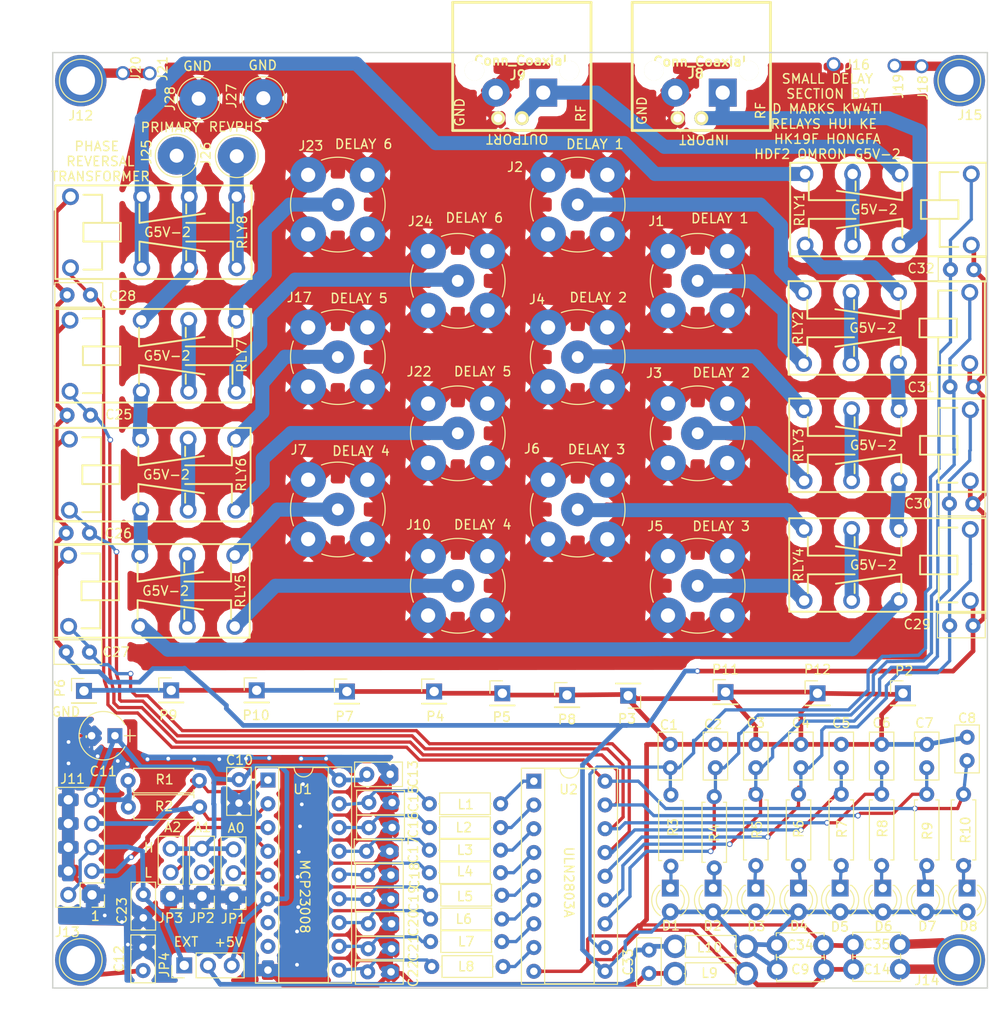
<source format=kicad_pcb>
(kicad_pcb (version 4) (host pcbnew 4.0.7)
  (layers (0 F.Cu signal) (31 B.Cu signal) (34 B.Paste user) (35 F.Paste user) (36 B.SilkS user) (37 F.SilkS user) (38 B.Mask user) (39 F.Mask user) (44 Edge.Cuts user))
  (net 0 "")
  (net 1 RFGND)
  (net 2 "Net-(J1-Pad1)")
  (net 3 "Net-(J2-Pad1)")
  (net 4 "Net-(J3-Pad1)")
  (net 5 "Net-(J4-Pad1)")
  (net 6 "Net-(J5-Pad1)")
  (net 7 "Net-(J6-Pad1)")
  (net 8 "Net-(J7-Pad1)")
  (net 9 "Net-(J10-Pad1)")
  (net 10 GND)
  (net 11 RLY1)
  (net 12 RLY2)
  (net 13 RLY3)
  (net 14 RLY4)
  (net 15 RLY5)
  (net 16 RLY6)
  (net 17 RLY7)
  (net 18 RLY8)
  (net 19 +5V)
  (net 20 "Net-(JP1-Pad2)")
  (net 21 "Net-(JP2-Pad2)")
  (net 22 "Net-(JP3-Pad2)")
  (net 23 "Net-(D1-Pad1)")
  (net 24 "Net-(D2-Pad1)")
  (net 25 "Net-(D3-Pad1)")
  (net 26 "Net-(D4-Pad1)")
  (net 27 "Net-(D5-Pad1)")
  (net 28 "Net-(D6-Pad1)")
  (net 29 "Net-(D7-Pad1)")
  (net 30 "Net-(D8-Pad1)")
  (net 31 RLYGND)
  (net 32 RLYPWR)
  (net 33 "Net-(C15-Pad1)")
  (net 34 "Net-(L1-Pad2)")
  (net 35 "Net-(C16-Pad1)")
  (net 36 "Net-(L2-Pad2)")
  (net 37 "Net-(C17-Pad1)")
  (net 38 "Net-(L3-Pad2)")
  (net 39 "Net-(C18-Pad1)")
  (net 40 "Net-(L4-Pad2)")
  (net 41 "Net-(C19-Pad1)")
  (net 42 "Net-(L5-Pad2)")
  (net 43 "Net-(C20-Pad1)")
  (net 44 "Net-(L6-Pad2)")
  (net 45 "Net-(C21-Pad1)")
  (net 46 "Net-(L7-Pad2)")
  (net 47 "Net-(C22-Pad1)")
  (net 48 "Net-(L8-Pad2)")
  (net 49 "Net-(C12-Pad1)")
  (net 50 "Net-(C14-Pad1)")
  (net 51 "Net-(C23-Pad2)")
  (net 52 SCL)
  (net 53 SDA)
  (net 54 EXTPWR)
  (net 55 "Net-(J12-Pad1)")
  (net 56 "Net-(J15-Pad1)")
  (net 57 "Net-(J22-Pad1)")
  (net 58 RFOUT)
  (net 59 "Net-(J17-Pad1)")
  (net 60 "Net-(J23-Pad1)")
  (net 61 "Net-(J24-Pad1)")
  (net 62 "Net-(J25-Pad1)")
  (net 63 "Net-(J26-Pad1)")
  (net 64 "Net-(RLY1-Pad4)")
  (net 65 "Net-(RLY2-Pad2)")
  (net 66 "Net-(RLY2-Pad3)")
  (net 67 "Net-(RLY3-Pad2)")
  (net 68 "Net-(RLY3-Pad3)")
  (net 69 "Net-(RLY4-Pad2)")
  (net 70 "Net-(RLY4-Pad3)")
  (net 71 "Net-(RLY5-Pad2)")
  (net 72 "Net-(RLY5-Pad3)")
  (net 73 "Net-(RLY6-Pad2)")
  (net 74 "Net-(RLY6-Pad3)")
  (net 75 "Net-(RLY7-Pad3)")
  (net 76 "Net-(J8-Pad1)")
  (net 77 "Net-(RLY1-Pad3)")
  (net 78 RFTHRU)
  (module tuner:G2VRelay (layer F.Cu) (at 145.796 104.775 180)
    (fp_text reference RLY4 (at 16 0 270) (layer F.SilkS))
    (fp_text value DPDTRelay)
    (fp_text user G5V-2 (at 8 0 180) (layer F.SilkS))
    (pad 2 thru_hole circle (at 5.24 -3.8 180) (size 1.8 1.8) (drill 1.1) (layers *.Cu *.Mask) (net 69 "Net-(RLY4-Pad2)"))
    (pad 4 thru_hole circle (at 15.4 -3.8 180) (size 1.8 1.8) (drill 1.1) (layers *.Cu *.Mask) (net 6 "Net-(J5-Pad1)"))
    (pad 3 thru_hole circle (at 10.32 -3.8 180) (size 1.8 1.8) (drill 1.1) (layers *.Cu *.Mask) (net 70 "Net-(RLY4-Pad3)"))
    (pad 7 thru_hole circle (at 10.32 3.8 180) (size 1.8 1.8) (drill 1.1) (layers *.Cu *.Mask) (net 70 "Net-(RLY4-Pad3)"))
    (pad 6 thru_hole circle (at 5.24 3.8 180) (size 1.8 1.8) (drill 1.1) (layers *.Cu *.Mask) (net 67 "Net-(RLY3-Pad2)"))
    (pad 8 thru_hole circle (at 15.4 3.8 180) (size 1.8 1.8) (drill 1.1) (layers *.Cu *.Mask) (net 7 "Net-(J6-Pad1)"))
    (pad 1 thru_hole circle (at -2.38 -3.8 180) (size 1.8 1.8) (drill 1.1) (layers *.Cu *.Mask) (net 32 RLYPWR))
    (pad 5 thru_hole circle (at -2.38 3.8 180) (size 1.8 1.8) (drill 1.1) (layers *.Cu *.Mask) (net 14 RLY4))
  )
  (module tuner:G2VRelay (layer F.Cu) (at 54.0766 107.5436)
    (fp_text reference RLY5 (at 16 0 90) (layer F.SilkS))
    (fp_text value DPDTRelay)
    (fp_text user G5V-2 (at 8 0) (layer F.SilkS))
    (pad 2 thru_hole circle (at 5.24 -3.8) (size 1.8 1.8) (drill 1.1) (layers *.Cu *.Mask) (net 71 "Net-(RLY5-Pad2)"))
    (pad 4 thru_hole circle (at 15.4 -3.8) (size 1.8 1.8) (drill 1.1) (layers *.Cu *.Mask) (net 8 "Net-(J7-Pad1)"))
    (pad 3 thru_hole circle (at 10.32 -3.8) (size 1.8 1.8) (drill 1.1) (layers *.Cu *.Mask) (net 72 "Net-(RLY5-Pad3)"))
    (pad 7 thru_hole circle (at 10.32 3.8) (size 1.8 1.8) (drill 1.1) (layers *.Cu *.Mask) (net 72 "Net-(RLY5-Pad3)"))
    (pad 6 thru_hole circle (at 5.24 3.8) (size 1.8 1.8) (drill 1.1) (layers *.Cu *.Mask) (net 69 "Net-(RLY4-Pad2)"))
    (pad 8 thru_hole circle (at 15.4 3.8) (size 1.8 1.8) (drill 1.1) (layers *.Cu *.Mask) (net 9 "Net-(J10-Pad1)"))
    (pad 1 thru_hole circle (at -2.38 -3.8) (size 1.8 1.8) (drill 1.1) (layers *.Cu *.Mask) (net 32 RLYPWR))
    (pad 5 thru_hole circle (at -2.38 3.8) (size 1.8 1.8) (drill 1.1) (layers *.Cu *.Mask) (net 15 RLY5))
  )
  (module tuner:G2VRelay (layer F.Cu) (at 54.2798 69.2023)
    (fp_text reference RLY8 (at 16 0 90) (layer F.SilkS))
    (fp_text value DPDTRelay)
    (fp_text user G5V-2 (at 8 0) (layer F.SilkS))
    (pad 2 thru_hole circle (at 5.24 -3.8) (size 1.8 1.8) (drill 1.1) (layers *.Cu *.Mask) (net 78 RFTHRU))
    (pad 4 thru_hole circle (at 15.4 -3.8) (size 1.8 1.8) (drill 1.1) (layers *.Cu *.Mask) (net 63 "Net-(J26-Pad1)"))
    (pad 3 thru_hole circle (at 10.32 -3.8) (size 1.8 1.8) (drill 1.1) (layers *.Cu *.Mask) (net 62 "Net-(J25-Pad1)"))
    (pad 7 thru_hole circle (at 10.32 3.8) (size 1.8 1.8) (drill 1.1) (layers *.Cu *.Mask) (net 62 "Net-(J25-Pad1)"))
    (pad 6 thru_hole circle (at 5.24 3.8) (size 1.8 1.8) (drill 1.1) (layers *.Cu *.Mask) (net 78 RFTHRU))
    (pad 8 thru_hole circle (at 15.4 3.8) (size 1.8 1.8) (drill 1.1) (layers *.Cu *.Mask) (net 63 "Net-(J26-Pad1)"))
    (pad 1 thru_hole circle (at -2.38 -3.8) (size 1.8 1.8) (drill 1.1) (layers *.Cu *.Mask) (net 32 RLYPWR))
    (pad 5 thru_hole circle (at -2.38 3.8) (size 1.8 1.8) (drill 1.1) (layers *.Cu *.Mask) (net 18 RLY8))
  )
  (module Housings_DIP:DIP-18_W7.62mm_Socket (layer F.Cu) (at 73.025 127.762)
    (fp_text reference U1 (at 3.72364 0.9906) (layer F.SilkS))
    (fp_text value MCP23008)
    (pad 1 thru_hole rect (at 0 0) (size 1.6 1.6) (drill 0.8) (layers *.Cu *.Mask) (net 52 SCL))
    (pad 10 thru_hole oval (at 7.62 20.32) (size 1.6 1.6) (drill 0.8) (layers *.Cu *.Mask) (net 47 "Net-(C22-Pad1)"))
    (pad 2 thru_hole oval (at 0 2.54) (size 1.6 1.6) (drill 0.8) (layers *.Cu *.Mask) (net 53 SDA))
    (pad 11 thru_hole oval (at 7.62 17.78) (size 1.6 1.6) (drill 0.8) (layers *.Cu *.Mask) (net 45 "Net-(C21-Pad1)"))
    (pad 3 thru_hole oval (at 0 5.08) (size 1.6 1.6) (drill 0.8) (layers *.Cu *.Mask) (net 22 "Net-(JP3-Pad2)"))
    (pad 12 thru_hole oval (at 7.62 15.24) (size 1.6 1.6) (drill 0.8) (layers *.Cu *.Mask) (net 43 "Net-(C20-Pad1)"))
    (pad 4 thru_hole oval (at 0 7.62) (size 1.6 1.6) (drill 0.8) (layers *.Cu *.Mask) (net 21 "Net-(JP2-Pad2)"))
    (pad 13 thru_hole oval (at 7.62 12.7) (size 1.6 1.6) (drill 0.8) (layers *.Cu *.Mask) (net 41 "Net-(C19-Pad1)"))
    (pad 5 thru_hole oval (at 0 10.16) (size 1.6 1.6) (drill 0.8) (layers *.Cu *.Mask) (net 20 "Net-(JP1-Pad2)"))
    (pad 14 thru_hole oval (at 7.62 10.16) (size 1.6 1.6) (drill 0.8) (layers *.Cu *.Mask) (net 39 "Net-(C18-Pad1)"))
    (pad 6 thru_hole oval (at 0 12.7) (size 1.6 1.6) (drill 0.8) (layers *.Cu *.Mask) (net 19 +5V))
    (pad 15 thru_hole oval (at 7.62 7.62) (size 1.6 1.6) (drill 0.8) (layers *.Cu *.Mask) (net 37 "Net-(C17-Pad1)"))
    (pad 7 thru_hole oval (at 0 15.24) (size 1.6 1.6) (drill 0.8) (layers *.Cu *.Mask))
    (pad 16 thru_hole oval (at 7.62 5.08) (size 1.6 1.6) (drill 0.8) (layers *.Cu *.Mask) (net 35 "Net-(C16-Pad1)"))
    (pad 8 thru_hole oval (at 0 17.78) (size 1.6 1.6) (drill 0.8) (layers *.Cu *.Mask))
    (pad 17 thru_hole oval (at 7.62 2.54) (size 1.6 1.6) (drill 0.8) (layers *.Cu *.Mask) (net 33 "Net-(C15-Pad1)"))
    (pad 9 thru_hole oval (at 0 20.32) (size 1.6 1.6) (drill 0.8) (layers *.Cu *.Mask) (net 10 GND))
    (pad 18 thru_hole oval (at 7.62 0) (size 1.6 1.6) (drill 0.8) (layers *.Cu *.Mask) (net 19 +5V))
  )
  (module Inductors_THT:L_Axial_L5.3mm_D2.2mm_P7.62mm_Horizontal_Vishay_IM-1 (layer F.Cu) (at 116.586 145.542)
    (fp_text reference L10 (at 3.683 0.127) (layer F.SilkS))
    (fp_text value "100 uH")
    (pad 1 thru_hole circle (at 0 0) (size 2.5 2.5) (drill 1.5) (layers *.Cu *.Mask) (net 54 EXTPWR))
    (pad 2 thru_hole oval (at 7.62 0) (size 2.5 2.5) (drill 1.5) (layers *.Cu *.Mask) (net 32 RLYPWR))
  )
  (module LEDs:LED_D3.0mm (layer F.Cu) (at 138.811 139.319 270)
    (fp_text reference D6 (at 4.0894 -0.0762 540) (layer F.SilkS))
    (fp_text value LED)
    (pad 1 thru_hole rect (at 0 0 270) (size 1.8 1.8) (drill 0.9) (layers *.Cu *.Mask) (net 28 "Net-(D6-Pad1)"))
    (pad 2 thru_hole circle (at 2.54 0 270) (size 1.8 1.8) (drill 0.9) (layers *.Cu *.Mask) (net 32 RLYPWR))
  )
  (module LEDs:LED_D3.0mm (layer F.Cu) (at 125.222 139.319 270)
    (fp_text reference D3 (at 4.0894 -0.0508 540) (layer F.SilkS))
    (fp_text value LED)
    (pad 1 thru_hole rect (at 0 0 270) (size 1.8 1.8) (drill 0.9) (layers *.Cu *.Mask) (net 25 "Net-(D3-Pad1)"))
    (pad 2 thru_hole circle (at 2.54 0 270) (size 1.8 1.8) (drill 0.9) (layers *.Cu *.Mask) (net 32 RLYPWR))
  )
  (module Resistors_THT:R_Axial_DIN0207_L6.3mm_D2.5mm_P7.62mm_Horizontal (layer F.Cu) (at 143.51 136.906 90)
    (fp_text reference R9 (at 3.7084 0.0762 90) (layer F.SilkS))
    (fp_text value 1k)
    (pad 1 thru_hole circle (at 0 0 90) (size 1.6 1.6) (drill 0.8) (layers *.Cu *.Mask) (net 29 "Net-(D7-Pad1)"))
    (pad 2 thru_hole oval (at 7.62 0 90) (size 1.6 1.6) (drill 0.8) (layers *.Cu *.Mask) (net 17 RLY7))
  )
  (module LEDs:LED_D3.0mm (layer F.Cu) (at 120.65 139.319 270)
    (fp_text reference D2 (at 4.0386 0.0508 540) (layer F.SilkS))
    (fp_text value LED)
    (pad 1 thru_hole rect (at 0 0 270) (size 1.8 1.8) (drill 0.9) (layers *.Cu *.Mask) (net 24 "Net-(D2-Pad1)"))
    (pad 2 thru_hole circle (at 2.54 0 270) (size 1.8 1.8) (drill 0.9) (layers *.Cu *.Mask) (net 32 RLYPWR))
  )
  (module Housings_DIP:DIP-18_W7.62mm_Socket (layer F.Cu) (at 101.473 127.889)
    (fp_text reference U2 (at 3.72364 0.889) (layer F.SilkS))
    (fp_text value ULN2803A)
    (pad 1 thru_hole rect (at 0 0) (size 1.6 1.6) (drill 0.8) (layers *.Cu *.Mask) (net 34 "Net-(L1-Pad2)"))
    (pad 10 thru_hole oval (at 7.62 20.32) (size 1.6 1.6) (drill 0.8) (layers *.Cu *.Mask) (net 32 RLYPWR))
    (pad 2 thru_hole oval (at 0 2.54) (size 1.6 1.6) (drill 0.8) (layers *.Cu *.Mask) (net 36 "Net-(L2-Pad2)"))
    (pad 11 thru_hole oval (at 7.62 17.78) (size 1.6 1.6) (drill 0.8) (layers *.Cu *.Mask) (net 11 RLY1))
    (pad 3 thru_hole oval (at 0 5.08) (size 1.6 1.6) (drill 0.8) (layers *.Cu *.Mask) (net 38 "Net-(L3-Pad2)"))
    (pad 12 thru_hole oval (at 7.62 15.24) (size 1.6 1.6) (drill 0.8) (layers *.Cu *.Mask) (net 12 RLY2))
    (pad 4 thru_hole oval (at 0 7.62) (size 1.6 1.6) (drill 0.8) (layers *.Cu *.Mask) (net 40 "Net-(L4-Pad2)"))
    (pad 13 thru_hole oval (at 7.62 12.7) (size 1.6 1.6) (drill 0.8) (layers *.Cu *.Mask) (net 13 RLY3))
    (pad 5 thru_hole oval (at 0 10.16) (size 1.6 1.6) (drill 0.8) (layers *.Cu *.Mask) (net 42 "Net-(L5-Pad2)"))
    (pad 14 thru_hole oval (at 7.62 10.16) (size 1.6 1.6) (drill 0.8) (layers *.Cu *.Mask) (net 14 RLY4))
    (pad 6 thru_hole oval (at 0 12.7) (size 1.6 1.6) (drill 0.8) (layers *.Cu *.Mask) (net 44 "Net-(L6-Pad2)"))
    (pad 15 thru_hole oval (at 7.62 7.62) (size 1.6 1.6) (drill 0.8) (layers *.Cu *.Mask) (net 15 RLY5))
    (pad 7 thru_hole oval (at 0 15.24) (size 1.6 1.6) (drill 0.8) (layers *.Cu *.Mask) (net 46 "Net-(L7-Pad2)"))
    (pad 16 thru_hole oval (at 7.62 5.08) (size 1.6 1.6) (drill 0.8) (layers *.Cu *.Mask) (net 16 RLY6))
    (pad 8 thru_hole oval (at 0 17.78) (size 1.6 1.6) (drill 0.8) (layers *.Cu *.Mask) (net 48 "Net-(L8-Pad2)"))
    (pad 17 thru_hole oval (at 7.62 2.54) (size 1.6 1.6) (drill 0.8) (layers *.Cu *.Mask) (net 17 RLY7))
    (pad 9 thru_hole oval (at 0 20.32) (size 1.6 1.6) (drill 0.8) (layers *.Cu *.Mask) (net 31 RLYGND))
    (pad 18 thru_hole oval (at 7.62 0) (size 1.6 1.6) (drill 0.8) (layers *.Cu *.Mask) (net 18 RLY8))
  )
  (module Capacitors_THT:C_Disc_D5.0mm_W2.5mm_P2.50mm (layer F.Cu) (at 116.078 123.952 270)
    (fp_text reference C1 (at -2.0828 0.1524 360) (layer F.SilkS))
    (fp_text value "10 nF")
    (pad 1 thru_hole circle (at 0 0 270) (size 1.6 1.6) (drill 0.8) (layers *.Cu *.Mask) (net 31 RLYGND))
    (pad 2 thru_hole circle (at 2.5 0 270) (size 1.6 1.6) (drill 0.8) (layers *.Cu *.Mask) (net 11 RLY1))
  )
  (module Capacitors_THT:C_Disc_D5.0mm_W2.5mm_P2.50mm (layer F.Cu) (at 120.904 123.952 270)
    (fp_text reference C2 (at -2.1336 0.254 360) (layer F.SilkS))
    (fp_text value "10 nF")
    (pad 1 thru_hole circle (at 0 0 270) (size 1.6 1.6) (drill 0.8) (layers *.Cu *.Mask) (net 31 RLYGND))
    (pad 2 thru_hole circle (at 2.5 0 270) (size 1.6 1.6) (drill 0.8) (layers *.Cu *.Mask) (net 12 RLY2))
  )
  (module Capacitors_THT:C_Disc_D5.0mm_W2.5mm_P2.50mm (layer F.Cu) (at 125.222 123.952 270)
    (fp_text reference C3 (at -2.286 0 360) (layer F.SilkS))
    (fp_text value "10 nF")
    (pad 1 thru_hole circle (at 0 0 270) (size 1.6 1.6) (drill 0.8) (layers *.Cu *.Mask) (net 31 RLYGND))
    (pad 2 thru_hole circle (at 2.5 0 270) (size 1.6 1.6) (drill 0.8) (layers *.Cu *.Mask) (net 13 RLY3))
  )
  (module Capacitors_THT:C_Disc_D5.0mm_W2.5mm_P2.50mm (layer F.Cu) (at 130.048 123.952 270)
    (fp_text reference C4 (at -2.286 0 360) (layer F.SilkS))
    (fp_text value "10 nF")
    (pad 1 thru_hole circle (at 0 0 270) (size 1.6 1.6) (drill 0.8) (layers *.Cu *.Mask) (net 31 RLYGND))
    (pad 2 thru_hole circle (at 2.5 0 270) (size 1.6 1.6) (drill 0.8) (layers *.Cu *.Mask) (net 14 RLY4))
  )
  (module Capacitors_THT:C_Disc_D5.0mm_W2.5mm_P2.50mm (layer F.Cu) (at 134.366 123.952 270)
    (fp_text reference C5 (at -2.286 0 360) (layer F.SilkS))
    (fp_text value "10 nF")
    (pad 1 thru_hole circle (at 0 0 270) (size 1.6 1.6) (drill 0.8) (layers *.Cu *.Mask) (net 31 RLYGND))
    (pad 2 thru_hole circle (at 2.5 0 270) (size 1.6 1.6) (drill 0.8) (layers *.Cu *.Mask) (net 15 RLY5))
  )
  (module Capacitors_THT:C_Disc_D5.0mm_W2.5mm_P2.50mm (layer F.Cu) (at 138.684 123.952 270)
    (fp_text reference C6 (at -2.286 0 360) (layer F.SilkS))
    (fp_text value "10 nF")
    (pad 1 thru_hole circle (at 0 0 270) (size 1.6 1.6) (drill 0.8) (layers *.Cu *.Mask) (net 31 RLYGND))
    (pad 2 thru_hole circle (at 2.5 0 270) (size 1.6 1.6) (drill 0.8) (layers *.Cu *.Mask) (net 16 RLY6))
  )
  (module Capacitors_THT:C_Disc_D5.0mm_W2.5mm_P2.50mm (layer F.Cu) (at 143.51 123.952 270)
    (fp_text reference C7 (at -2.286 0.254 360) (layer F.SilkS))
    (fp_text value "10 nF")
    (pad 1 thru_hole circle (at 0 0 270) (size 1.6 1.6) (drill 0.8) (layers *.Cu *.Mask) (net 31 RLYGND))
    (pad 2 thru_hole circle (at 2.5 0 270) (size 1.6 1.6) (drill 0.8) (layers *.Cu *.Mask) (net 17 RLY7))
  )
  (module Capacitors_THT:C_Disc_D5.0mm_W2.5mm_P2.50mm (layer F.Cu) (at 147.828 123.19 270)
    (fp_text reference C8 (at -2.032 0 360) (layer F.SilkS))
    (fp_text value "10 nF")
    (pad 1 thru_hole circle (at 0 0 270) (size 1.6 1.6) (drill 0.8) (layers *.Cu *.Mask) (net 31 RLYGND))
    (pad 2 thru_hole circle (at 2.5 0 270) (size 1.6 1.6) (drill 0.8) (layers *.Cu *.Mask) (net 18 RLY8))
  )
  (module Capacitors_THT:C_Disc_D5.0mm_W2.5mm_P2.50mm (layer F.Cu) (at 69.9262 130.2258 90)
    (fp_text reference C10 (at 4.5974 0.0508 180) (layer F.SilkS))
    (fp_text value "100 nF")
    (pad 1 thru_hole circle (at 0 0 90) (size 1.6 1.6) (drill 0.8) (layers *.Cu *.Mask) (net 10 GND))
    (pad 2 thru_hole circle (at 2.5 0 90) (size 1.6 1.6) (drill 0.8) (layers *.Cu *.Mask) (net 19 +5V))
  )
  (module Pin_Headers:Pin_Header_Straight_1x03_Pitch2.54mm (layer F.Cu) (at 69.342 140.2588 180)
    (fp_text reference JP1 (at 0 -2.33 180) (layer F.SilkS))
    (fp_text value Jumper_NC_Dual)
    (pad 1 thru_hole rect (at 0 0 180) (size 1.7 1.7) (drill 1) (layers *.Cu *.Mask) (net 10 GND))
    (pad 2 thru_hole oval (at 0 2.54 180) (size 1.7 1.7) (drill 1) (layers *.Cu *.Mask) (net 20 "Net-(JP1-Pad2)"))
    (pad 3 thru_hole oval (at 0 5.08 180) (size 1.7 1.7) (drill 1) (layers *.Cu *.Mask) (net 19 +5V))
  )
  (module Pin_Headers:Pin_Header_Straight_1x03_Pitch2.54mm (layer F.Cu) (at 65.9638 140.1826 180)
    (fp_text reference JP2 (at 0 -2.33 180) (layer F.SilkS))
    (fp_text value Jumper_NC_Dual)
    (pad 1 thru_hole rect (at 0 0 180) (size 1.7 1.7) (drill 1) (layers *.Cu *.Mask) (net 10 GND))
    (pad 2 thru_hole oval (at 0 2.54 180) (size 1.7 1.7) (drill 1) (layers *.Cu *.Mask) (net 21 "Net-(JP2-Pad2)"))
    (pad 3 thru_hole oval (at 0 5.08 180) (size 1.7 1.7) (drill 1) (layers *.Cu *.Mask) (net 19 +5V))
  )
  (module Pin_Headers:Pin_Header_Straight_1x03_Pitch2.54mm (layer F.Cu) (at 62.611 140.1826 180)
    (fp_text reference JP3 (at 0.0127 -2.3368 360) (layer F.SilkS))
    (fp_text value Jumper_NC_Dual)
    (pad 1 thru_hole rect (at 0 0 180) (size 1.7 1.7) (drill 1) (layers *.Cu *.Mask) (net 10 GND))
    (pad 2 thru_hole oval (at 0 2.54 180) (size 1.7 1.7) (drill 1) (layers *.Cu *.Mask) (net 22 "Net-(JP3-Pad2)"))
    (pad 3 thru_hole oval (at 0 5.08 180) (size 1.7 1.7) (drill 1) (layers *.Cu *.Mask) (net 19 +5V))
  )
  (module Connectors:1pin (layer F.Cu) (at 53 147)
    (fp_text reference J13 (at -1.438 -2.982 180) (layer F.SilkS))
    (fp_text value Conn_01x01)
    (pad 1 thru_hole circle (at 0 0) (size 5.5 5.5) (drill 3.048) (layers *.Cu *.Mask) (net 49 "Net-(C12-Pad1)"))
  )
  (module Connectors:1pin (layer F.Cu) (at 147.0025 147.0025)
    (fp_text reference J14 (at -3.4671 2.1717) (layer F.SilkS))
    (fp_text value Conn_01x01)
    (pad 1 thru_hole circle (at 0 0) (size 5.5 5.5) (drill 3.048) (layers *.Cu *.Mask) (net 50 "Net-(C14-Pad1)"))
  )
  (module LEDs:LED_D3.0mm (layer F.Cu) (at 129.794 139.319 270)
    (fp_text reference D4 (at 4.0386 -0.0508 540) (layer F.SilkS))
    (fp_text value LED)
    (pad 1 thru_hole rect (at 0 0 270) (size 1.8 1.8) (drill 0.9) (layers *.Cu *.Mask) (net 26 "Net-(D4-Pad1)"))
    (pad 2 thru_hole circle (at 2.54 0 270) (size 1.8 1.8) (drill 0.9) (layers *.Cu *.Mask) (net 32 RLYPWR))
  )
  (module LEDs:LED_D3.0mm (layer F.Cu) (at 134.239 139.319 270)
    (fp_text reference D5 (at 4.1402 0.0254 540) (layer F.SilkS))
    (fp_text value LED)
    (pad 1 thru_hole rect (at 0 0 270) (size 1.8 1.8) (drill 0.9) (layers *.Cu *.Mask) (net 27 "Net-(D5-Pad1)"))
    (pad 2 thru_hole circle (at 2.54 0 270) (size 1.8 1.8) (drill 0.9) (layers *.Cu *.Mask) (net 32 RLYPWR))
  )
  (module LEDs:LED_D3.0mm (layer F.Cu) (at 143.383 139.319 270)
    (fp_text reference D7 (at 4.0894 -0.1778 540) (layer F.SilkS))
    (fp_text value LED)
    (pad 1 thru_hole rect (at 0 0 270) (size 1.8 1.8) (drill 0.9) (layers *.Cu *.Mask) (net 29 "Net-(D7-Pad1)"))
    (pad 2 thru_hole circle (at 2.54 0 270) (size 1.8 1.8) (drill 0.9) (layers *.Cu *.Mask) (net 32 RLYPWR))
  )
  (module LEDs:LED_D3.0mm (layer F.Cu) (at 147.828 139.319 270)
    (fp_text reference D8 (at 4.0894 -0.1524 540) (layer F.SilkS))
    (fp_text value LED)
    (pad 1 thru_hole rect (at 0 0 270) (size 1.8 1.8) (drill 0.9) (layers *.Cu *.Mask) (net 30 "Net-(D8-Pad1)"))
    (pad 2 thru_hole circle (at 2.54 0 270) (size 1.8 1.8) (drill 0.9) (layers *.Cu *.Mask) (net 32 RLYPWR))
  )
  (module Resistors_THT:R_Axial_DIN0207_L6.3mm_D2.5mm_P7.62mm_Horizontal (layer F.Cu) (at 116.1415 136.9695 90)
    (fp_text reference R3 (at 4.1529 0.2286 90) (layer F.SilkS))
    (fp_text value 1k)
    (pad 1 thru_hole circle (at 0 0 90) (size 1.6 1.6) (drill 0.8) (layers *.Cu *.Mask) (net 23 "Net-(D1-Pad1)"))
    (pad 2 thru_hole oval (at 7.62 0 90) (size 1.6 1.6) (drill 0.8) (layers *.Cu *.Mask) (net 11 RLY1))
  )
  (module Resistors_THT:R_Axial_DIN0207_L6.3mm_D2.5mm_P7.62mm_Horizontal (layer F.Cu) (at 120.777 137.16 90)
    (fp_text reference R4 (at 3.7465 0.0254 90) (layer F.SilkS))
    (fp_text value 1k)
    (pad 1 thru_hole circle (at 0 0 90) (size 1.6 1.6) (drill 0.8) (layers *.Cu *.Mask) (net 24 "Net-(D2-Pad1)"))
    (pad 2 thru_hole oval (at 7.62 0 90) (size 1.6 1.6) (drill 0.8) (layers *.Cu *.Mask) (net 12 RLY2))
  )
  (module Resistors_THT:R_Axial_DIN0207_L6.3mm_D2.5mm_P7.62mm_Horizontal (layer F.Cu) (at 125.222 136.906 90)
    (fp_text reference R5 (at 3.8227 0.1397 90) (layer F.SilkS))
    (fp_text value 1k)
    (pad 1 thru_hole circle (at 0 0 90) (size 1.6 1.6) (drill 0.8) (layers *.Cu *.Mask) (net 25 "Net-(D3-Pad1)"))
    (pad 2 thru_hole oval (at 7.62 0 90) (size 1.6 1.6) (drill 0.8) (layers *.Cu *.Mask) (net 13 RLY3))
  )
  (module Resistors_THT:R_Axial_DIN0207_L6.3mm_D2.5mm_P7.62mm_Horizontal (layer F.Cu) (at 129.794 136.906 90)
    (fp_text reference R6 (at 3.937 0.0127 90) (layer F.SilkS))
    (fp_text value 1k)
    (pad 1 thru_hole circle (at 0 0 90) (size 1.6 1.6) (drill 0.8) (layers *.Cu *.Mask) (net 26 "Net-(D4-Pad1)"))
    (pad 2 thru_hole oval (at 7.62 0 90) (size 1.6 1.6) (drill 0.8) (layers *.Cu *.Mask) (net 14 RLY4))
  )
  (module Resistors_THT:R_Axial_DIN0207_L6.3mm_D2.5mm_P7.62mm_Horizontal (layer F.Cu) (at 134.366 136.906 90)
    (fp_text reference R7 (at 3.9116 0.0762 90) (layer F.SilkS))
    (fp_text value 1k)
    (pad 1 thru_hole circle (at 0 0 90) (size 1.6 1.6) (drill 0.8) (layers *.Cu *.Mask) (net 27 "Net-(D5-Pad1)"))
    (pad 2 thru_hole oval (at 7.62 0 90) (size 1.6 1.6) (drill 0.8) (layers *.Cu *.Mask) (net 15 RLY5))
  )
  (module Resistors_THT:R_Axial_DIN0207_L6.3mm_D2.5mm_P7.62mm_Horizontal (layer F.Cu) (at 138.684 136.906 90)
    (fp_text reference R8 (at 3.9624 0.1016 90) (layer F.SilkS))
    (fp_text value 1k)
    (pad 1 thru_hole circle (at 0 0 90) (size 1.6 1.6) (drill 0.8) (layers *.Cu *.Mask) (net 28 "Net-(D6-Pad1)"))
    (pad 2 thru_hole oval (at 7.62 0 90) (size 1.6 1.6) (drill 0.8) (layers *.Cu *.Mask) (net 16 RLY6))
  )
  (module Resistors_THT:R_Axial_DIN0207_L6.3mm_D2.5mm_P7.62mm_Horizontal (layer F.Cu) (at 147.447 136.906 90)
    (fp_text reference R10 (at 3.7973 0.2159 90) (layer F.SilkS))
    (fp_text value 1k)
    (pad 1 thru_hole circle (at 0 0 90) (size 1.6 1.6) (drill 0.8) (layers *.Cu *.Mask) (net 30 "Net-(D8-Pad1)"))
    (pad 2 thru_hole oval (at 7.62 0 90) (size 1.6 1.6) (drill 0.8) (layers *.Cu *.Mask) (net 18 RLY8))
  )
  (module Capacitors_THT:C_Disc_D5.0mm_W2.5mm_P2.50mm (layer F.Cu) (at 86.106 127.1524 180)
    (fp_text reference C13 (at -2.4384 0.0508 270) (layer F.SilkS))
    (fp_text value "100 nF")
    (pad 1 thru_hole circle (at 0 0 180) (size 1.6 1.6) (drill 0.8) (layers *.Cu *.Mask) (net 10 GND))
    (pad 2 thru_hole circle (at 2.5 0 180) (size 1.6 1.6) (drill 0.8) (layers *.Cu *.Mask) (net 19 +5V))
  )
  (module Pin_Headers:Pin_Header_Straight_1x01_Pitch2.54mm (layer F.Cu) (at 140.97 118.491)
    (fp_text reference P2 (at 0.127 -2.413 180) (layer F.SilkS))
    (fp_text value Conn_01x01)
    (pad 1 thru_hole rect (at 0 0) (size 1.7 1.7) (drill 1) (layers *.Cu *.Mask) (net 31 RLYGND))
  )
  (module Pin_Headers:Pin_Header_Straight_1x01_Pitch2.54mm (layer F.Cu) (at 111.5695 118.745 180)
    (fp_text reference P3 (at 0.127 -2.4765 360) (layer F.SilkS))
    (fp_text value Conn_01x01)
    (pad 1 thru_hole rect (at 0 0 180) (size 1.7 1.7) (drill 1) (layers *.Cu *.Mask) (net 31 RLYGND))
  )
  (module Pin_Headers:Pin_Header_Straight_1x01_Pitch2.54mm (layer F.Cu) (at 90.805 118.3005)
    (fp_text reference P4 (at 0.127 2.667 180) (layer F.SilkS))
    (fp_text value Conn_01x01)
    (pad 1 thru_hole rect (at 0 0) (size 1.7 1.7) (drill 1) (layers *.Cu *.Mask) (net 31 RLYGND))
  )
  (module Pin_Headers:Pin_Header_Straight_1x01_Pitch2.54mm (layer F.Cu) (at 98.1075 118.491)
    (fp_text reference P5 (at -0.0635 2.54 180) (layer F.SilkS))
    (fp_text value Conn_01x01)
    (pad 1 thru_hole rect (at 0 0) (size 1.7 1.7) (drill 1) (layers *.Cu *.Mask) (net 31 RLYGND))
  )
  (module Pin_Headers:Pin_Header_Straight_1x01_Pitch2.54mm (layer F.Cu) (at 53.34 118.237)
    (fp_text reference P6 (at -2.57 -0.307 270) (layer F.SilkS))
    (fp_text value Conn_01x01)
    (pad 1 thru_hole rect (at 0 0) (size 1.7 1.7) (drill 1) (layers *.Cu *.Mask) (net 31 RLYGND))
  )
  (module Pin_Headers:Pin_Header_Straight_1x01_Pitch2.54mm (layer F.Cu) (at 81.4705 118.3005)
    (fp_text reference P7 (at -0.254 2.667 180) (layer F.SilkS))
    (fp_text value Conn_01x01)
    (pad 1 thru_hole rect (at 0 0) (size 1.7 1.7) (drill 1) (layers *.Cu *.Mask) (net 31 RLYGND))
  )
  (module Pin_Headers:Pin_Header_Straight_1x01_Pitch2.54mm (layer F.Cu) (at 105.029 118.6815)
    (fp_text reference P8 (at 0 2.6035 180) (layer F.SilkS))
    (fp_text value Conn_01x01)
    (pad 1 thru_hole rect (at 0 0) (size 1.7 1.7) (drill 1) (layers *.Cu *.Mask) (net 31 RLYGND))
  )
  (module Pin_Headers:Pin_Header_Straight_1x01_Pitch2.54mm (layer F.Cu) (at 62.6745 118.1735)
    (fp_text reference P9 (at -0.3175 2.667 180) (layer F.SilkS))
    (fp_text value Conn_01x01)
    (pad 1 thru_hole rect (at 0 0) (size 1.7 1.7) (drill 1) (layers *.Cu *.Mask) (net 31 RLYGND))
  )
  (module Pin_Headers:Pin_Header_Straight_1x01_Pitch2.54mm (layer F.Cu) (at 71.8185 118.1735)
    (fp_text reference P10 (at -0.0635 2.667 180) (layer F.SilkS))
    (fp_text value Conn_01x01)
    (pad 1 thru_hole rect (at 0 0) (size 1.7 1.7) (drill 1) (layers *.Cu *.Mask) (net 31 RLYGND))
  )
  (module Pin_Headers:Pin_Header_Straight_1x01_Pitch2.54mm (layer F.Cu) (at 121.9835 118.364)
    (fp_text reference P11 (at 0 -2.413 180) (layer F.SilkS))
    (fp_text value Conn_01x01)
    (pad 1 thru_hole rect (at 0 0) (size 1.7 1.7) (drill 1) (layers *.Cu *.Mask) (net 31 RLYGND))
  )
  (module Pin_Headers:Pin_Header_Straight_1x01_Pitch2.54mm (layer F.Cu) (at 131.826 118.491)
    (fp_text reference P12 (at 0 -2.54 180) (layer F.SilkS))
    (fp_text value Conn_01x01)
    (pad 1 thru_hole rect (at 0 0) (size 1.7 1.7) (drill 1) (layers *.Cu *.Mask) (net 31 RLYGND))
  )
  (module Inductors_THT:L_Axial_L5.3mm_D2.2mm_P7.62mm_Horizontal_Vishay_IM-1 (layer F.Cu) (at 90.297 130.302)
    (fp_text reference L1 (at 3.8862 0.0762) (layer F.SilkS))
    (fp_text value "100 uH")
    (pad 1 thru_hole circle (at 0 0) (size 1.6 1.6) (drill 0.8) (layers *.Cu *.Mask) (net 33 "Net-(C15-Pad1)"))
    (pad 2 thru_hole oval (at 7.62 0) (size 1.6 1.6) (drill 0.8) (layers *.Cu *.Mask) (net 34 "Net-(L1-Pad2)"))
  )
  (module Inductors_THT:L_Axial_L5.3mm_D2.2mm_P7.62mm_Horizontal_Vishay_IM-1 (layer F.Cu) (at 90.297 132.842)
    (fp_text reference L2 (at 3.683 0) (layer F.SilkS))
    (fp_text value "100 uH")
    (pad 1 thru_hole circle (at 0 0) (size 1.6 1.6) (drill 0.8) (layers *.Cu *.Mask) (net 35 "Net-(C16-Pad1)"))
    (pad 2 thru_hole oval (at 7.62 0) (size 1.6 1.6) (drill 0.8) (layers *.Cu *.Mask) (net 36 "Net-(L2-Pad2)"))
  )
  (module Inductors_THT:L_Axial_L5.3mm_D2.2mm_P7.62mm_Horizontal_Vishay_IM-1 (layer F.Cu) (at 90.297 135.255)
    (fp_text reference L3 (at 3.81 0) (layer F.SilkS))
    (fp_text value "100 uH")
    (pad 1 thru_hole circle (at 0 0) (size 1.6 1.6) (drill 0.8) (layers *.Cu *.Mask) (net 37 "Net-(C17-Pad1)"))
    (pad 2 thru_hole oval (at 7.62 0) (size 1.6 1.6) (drill 0.8) (layers *.Cu *.Mask) (net 38 "Net-(L3-Pad2)"))
  )
  (module Inductors_THT:L_Axial_L5.3mm_D2.2mm_P7.62mm_Horizontal_Vishay_IM-1 (layer F.Cu) (at 90.297 137.668)
    (fp_text reference L4 (at 3.81 -0.127) (layer F.SilkS))
    (fp_text value "100 uH")
    (pad 1 thru_hole circle (at 0 0) (size 1.6 1.6) (drill 0.8) (layers *.Cu *.Mask) (net 39 "Net-(C18-Pad1)"))
    (pad 2 thru_hole oval (at 7.62 0) (size 1.6 1.6) (drill 0.8) (layers *.Cu *.Mask) (net 40 "Net-(L4-Pad2)"))
  )
  (module Inductors_THT:L_Axial_L5.3mm_D2.2mm_P7.62mm_Horizontal_Vishay_IM-1 (layer F.Cu) (at 90.424 140.081)
    (fp_text reference L5 (at 3.683 0.127) (layer F.SilkS))
    (fp_text value "100 uH")
    (pad 1 thru_hole circle (at 0 0) (size 1.6 1.6) (drill 0.8) (layers *.Cu *.Mask) (net 41 "Net-(C19-Pad1)"))
    (pad 2 thru_hole oval (at 7.62 0) (size 1.6 1.6) (drill 0.8) (layers *.Cu *.Mask) (net 42 "Net-(L5-Pad2)"))
  )
  (module Inductors_THT:L_Axial_L5.3mm_D2.2mm_P7.62mm_Horizontal_Vishay_IM-1 (layer F.Cu) (at 90.424 142.621)
    (fp_text reference L6 (at 3.556 0) (layer F.SilkS))
    (fp_text value "100 uH")
    (pad 1 thru_hole circle (at 0 0) (size 1.6 1.6) (drill 0.8) (layers *.Cu *.Mask) (net 43 "Net-(C20-Pad1)"))
    (pad 2 thru_hole oval (at 7.62 0) (size 1.6 1.6) (drill 0.8) (layers *.Cu *.Mask) (net 44 "Net-(L6-Pad2)"))
  )
  (module Inductors_THT:L_Axial_L5.3mm_D2.2mm_P7.62mm_Horizontal_Vishay_IM-1 (layer F.Cu) (at 90.424 145.034)
    (fp_text reference L7 (at 3.81 0) (layer F.SilkS))
    (fp_text value "100 uH")
    (pad 1 thru_hole circle (at 0 0) (size 1.6 1.6) (drill 0.8) (layers *.Cu *.Mask) (net 45 "Net-(C21-Pad1)"))
    (pad 2 thru_hole oval (at 7.62 0) (size 1.6 1.6) (drill 0.8) (layers *.Cu *.Mask) (net 46 "Net-(L7-Pad2)"))
  )
  (module Inductors_THT:L_Axial_L5.3mm_D2.2mm_P7.62mm_Horizontal_Vishay_IM-1 (layer F.Cu) (at 90.551 147.701)
    (fp_text reference L8 (at 3.683 0) (layer F.SilkS))
    (fp_text value "100 uH")
    (pad 1 thru_hole circle (at 0 0) (size 1.6 1.6) (drill 0.8) (layers *.Cu *.Mask) (net 47 "Net-(C22-Pad1)"))
    (pad 2 thru_hole oval (at 7.62 0) (size 1.6 1.6) (drill 0.8) (layers *.Cu *.Mask) (net 48 "Net-(L8-Pad2)"))
  )
  (module LEDs:LED_D3.0mm (layer F.Cu) (at 116.078 139.319 270)
    (fp_text reference D1 (at 4.0132 -0.0508 360) (layer F.SilkS))
    (fp_text value LED)
    (pad 1 thru_hole rect (at 0 0 270) (size 1.8 1.8) (drill 0.9) (layers *.Cu *.Mask) (net 23 "Net-(D1-Pad1)"))
    (pad 2 thru_hole circle (at 2.54 0 270) (size 1.8 1.8) (drill 0.9) (layers *.Cu *.Mask) (net 32 RLYPWR))
  )
  (module Capacitors_THT:C_Disc_D5.0mm_W2.5mm_P2.50mm (layer F.Cu) (at 83.82 130.175)
    (fp_text reference C15 (at 4.78028 -0.42164 90) (layer F.SilkS))
    (fp_text value "10 nF")
    (pad 1 thru_hole circle (at 0 0) (size 1.6 1.6) (drill 0.8) (layers *.Cu *.Mask) (net 33 "Net-(C15-Pad1)"))
    (pad 2 thru_hole circle (at 2.5 0) (size 1.6 1.6) (drill 0.8) (layers *.Cu *.Mask) (net 10 GND))
  )
  (module Capacitors_THT:C_Disc_D5.0mm_W2.5mm_P2.50mm (layer F.Cu) (at 83.82 132.842)
    (fp_text reference C16 (at 4.7498 -0.29464 90) (layer F.SilkS))
    (fp_text value C_Small)
    (pad 1 thru_hole circle (at 0 0) (size 1.6 1.6) (drill 0.8) (layers *.Cu *.Mask) (net 35 "Net-(C16-Pad1)"))
    (pad 2 thru_hole circle (at 2.5 0) (size 1.6 1.6) (drill 0.8) (layers *.Cu *.Mask) (net 10 GND))
  )
  (module Capacitors_THT:C_Disc_D5.0mm_W2.5mm_P2.50mm (layer F.Cu) (at 83.566 135.382)
    (fp_text reference C17 (at 5.0038 -0.1524 90) (layer F.SilkS))
    (fp_text value C_Small)
    (pad 1 thru_hole circle (at 0 0) (size 1.6 1.6) (drill 0.8) (layers *.Cu *.Mask) (net 37 "Net-(C17-Pad1)"))
    (pad 2 thru_hole circle (at 2.5 0) (size 1.6 1.6) (drill 0.8) (layers *.Cu *.Mask) (net 10 GND))
  )
  (module Capacitors_THT:C_Disc_D5.0mm_W2.5mm_P2.50mm (layer F.Cu) (at 83.693 137.922)
    (fp_text reference C18 (at 5.01904 0.04572 90) (layer F.SilkS))
    (fp_text value "10 nF")
    (pad 1 thru_hole circle (at 0 0) (size 1.6 1.6) (drill 0.8) (layers *.Cu *.Mask) (net 39 "Net-(C18-Pad1)"))
    (pad 2 thru_hole circle (at 2.5 0) (size 1.6 1.6) (drill 0.8) (layers *.Cu *.Mask) (net 10 GND))
  )
  (module Capacitors_THT:C_Disc_D5.0mm_W2.5mm_P2.50mm (layer F.Cu) (at 83.693 140.5255)
    (fp_text reference C19 (at 4.93268 -0.09906 90) (layer F.SilkS))
    (fp_text value "10 nF")
    (pad 1 thru_hole circle (at 0 0) (size 1.6 1.6) (drill 0.8) (layers *.Cu *.Mask) (net 41 "Net-(C19-Pad1)"))
    (pad 2 thru_hole circle (at 2.5 0) (size 1.6 1.6) (drill 0.8) (layers *.Cu *.Mask) (net 10 GND))
  )
  (module Capacitors_THT:C_Disc_D5.0mm_W2.5mm_P2.50mm (layer F.Cu) (at 83.7565 143.129)
    (fp_text reference C20 (at 4.84378 -0.04572 90) (layer F.SilkS))
    (fp_text value "10 nF")
    (pad 1 thru_hole circle (at 0 0) (size 1.6 1.6) (drill 0.8) (layers *.Cu *.Mask) (net 43 "Net-(C20-Pad1)"))
    (pad 2 thru_hole circle (at 2.5 0) (size 1.6 1.6) (drill 0.8) (layers *.Cu *.Mask) (net 10 GND))
  )
  (module Capacitors_THT:C_Disc_D5.0mm_W2.5mm_P2.50mm (layer F.Cu) (at 83.7565 145.796)
    (fp_text reference C21 (at 4.84378 -0.06096 90) (layer F.SilkS))
    (fp_text value "10 nF")
    (pad 1 thru_hole circle (at 0 0) (size 1.6 1.6) (drill 0.8) (layers *.Cu *.Mask) (net 45 "Net-(C21-Pad1)"))
    (pad 2 thru_hole circle (at 2.5 0) (size 1.6 1.6) (drill 0.8) (layers *.Cu *.Mask) (net 10 GND))
  )
  (module Capacitors_THT:C_Disc_D5.0mm_W2.5mm_P2.50mm (layer F.Cu) (at 83.693 148.2725)
    (fp_text reference C22 (at 4.8768 0.17526 90) (layer F.SilkS))
    (fp_text value "10 nFl")
    (pad 1 thru_hole circle (at 0 0) (size 1.6 1.6) (drill 0.8) (layers *.Cu *.Mask) (net 47 "Net-(C22-Pad1)"))
    (pad 2 thru_hole circle (at 2.5 0) (size 1.6 1.6) (drill 0.8) (layers *.Cu *.Mask) (net 10 GND))
  )
  (module Inductors_THT:L_Axial_L5.3mm_D2.2mm_P7.62mm_Horizontal_Vishay_IM-1 (layer F.Cu) (at 116.586 148.463)
    (fp_text reference L9 (at 3.683 -0.0635) (layer F.SilkS))
    (fp_text value "100 uH")
    (pad 1 thru_hole circle (at 0 0) (size 2.5 2.5) (drill 1.5) (layers *.Cu *.Mask) (net 10 GND))
    (pad 2 thru_hole oval (at 7.62 0) (size 2.5 2.5) (drill 1.5) (layers *.Cu *.Mask) (net 31 RLYGND))
  )
  (module Capacitors_THT:C_Disc_D5.0mm_W2.5mm_P2.50mm (layer F.Cu) (at 59.6646 148.1328 90)
    (fp_text reference C12 (at 1.25 -2.56 90) (layer F.SilkS))
    (fp_text value "10 nF")
    (pad 1 thru_hole circle (at 0 0 90) (size 1.6 1.6) (drill 0.8) (layers *.Cu *.Mask) (net 49 "Net-(C12-Pad1)"))
    (pad 2 thru_hole circle (at 2.5 0 90) (size 1.6 1.6) (drill 0.8) (layers *.Cu *.Mask) (net 10 GND))
  )
  (module Capacitors_THT:C_Disc_D5.0mm_W2.5mm_P2.50mm (layer F.Cu) (at 59.69 142.494 90)
    (fp_text reference C23 (at 0.762 -2.286 270) (layer F.SilkS))
    (fp_text value "100 nF")
    (pad 1 thru_hole circle (at 0 0 90) (size 1.6 1.6) (drill 0.8) (layers *.Cu *.Mask) (net 10 GND))
    (pad 2 thru_hole circle (at 2.5 0 90) (size 1.6 1.6) (drill 0.8) (layers *.Cu *.Mask) (net 51 "Net-(C23-Pad2)"))
  )
  (module Pin_Headers:Pin_Header_Straight_2x05_Pitch2.54mm (layer F.Cu) (at 54.2036 140.03528 180)
    (fp_text reference J11 (at 2.0828 12.3952 360) (layer F.SilkS))
    (fp_text value Conn_02x05_Odd_Even)
    (pad 1 thru_hole rect (at 0 0 180) (size 1.7 1.7) (drill 1) (layers *.Cu *.Mask) (net 10 GND))
    (pad 2 thru_hole oval (at 2.54 0 180) (size 1.7 1.7) (drill 1) (layers *.Cu *.Mask) (net 51 "Net-(C23-Pad2)"))
    (pad 3 thru_hole oval (at 0 2.54 180) (size 1.7 1.7) (drill 1) (layers *.Cu *.Mask) (net 52 SCL))
    (pad 4 thru_hole oval (at 2.54 2.54 180) (size 1.7 1.7) (drill 1) (layers *.Cu *.Mask) (net 10 GND))
    (pad 5 thru_hole oval (at 0 5.08 180) (size 1.7 1.7) (drill 1) (layers *.Cu *.Mask) (net 51 "Net-(C23-Pad2)"))
    (pad 6 thru_hole oval (at 2.54 5.08 180) (size 1.7 1.7) (drill 1) (layers *.Cu *.Mask) (net 10 GND))
    (pad 7 thru_hole oval (at 0 7.62 180) (size 1.7 1.7) (drill 1) (layers *.Cu *.Mask) (net 53 SDA))
    (pad 8 thru_hole oval (at 2.54 7.62 180) (size 1.7 1.7) (drill 1) (layers *.Cu *.Mask) (net 10 GND))
    (pad 9 thru_hole oval (at 0 10.16 180) (size 1.7 1.7) (drill 1) (layers *.Cu *.Mask) (net 19 +5V))
    (pad 10 thru_hole oval (at 2.54 10.16 180) (size 1.7 1.7) (drill 1) (layers *.Cu *.Mask) (net 10 GND))
  )
  (module Capacitors_THT:C_Disc_D5.0mm_W2.5mm_P2.50mm (layer F.Cu) (at 51.5366 88.7603)
    (fp_text reference C25 (at 5.5245 -0.0635 180) (layer F.SilkS))
    (fp_text value "10 nF")
    (pad 1 thru_hole circle (at 0 0) (size 1.6 1.6) (drill 0.8) (layers *.Cu *.Mask) (net 32 RLYPWR))
    (pad 2 thru_hole circle (at 2.5 0) (size 1.6 1.6) (drill 0.8) (layers *.Cu *.Mask) (net 17 RLY7))
  )
  (module Capacitors_THT:C_Disc_D5.0mm_W2.5mm_P2.50mm (layer F.Cu) (at 51.435 101.3587)
    (fp_text reference C26 (at 5.588 0.0508 180) (layer F.SilkS))
    (fp_text value "10 nF")
    (pad 1 thru_hole circle (at 0 0) (size 1.6 1.6) (drill 0.8) (layers *.Cu *.Mask) (net 32 RLYPWR))
    (pad 2 thru_hole circle (at 2.5 0) (size 1.6 1.6) (drill 0.8) (layers *.Cu *.Mask) (net 16 RLY6))
  )
  (module Capacitors_THT:C_Disc_D5.0mm_W2.5mm_P2.50mm (layer F.Cu) (at 51.435 114.0841)
    (fp_text reference C27 (at 5.334 0 180) (layer F.SilkS))
    (fp_text value "10 nF")
    (pad 1 thru_hole circle (at 0 0) (size 1.6 1.6) (drill 0.8) (layers *.Cu *.Mask) (net 32 RLYPWR))
    (pad 2 thru_hole circle (at 2.5 0) (size 1.6 1.6) (drill 0.8) (layers *.Cu *.Mask) (net 15 RLY5))
  )
  (module Capacitors_THT:C_Disc_D5.0mm_W2.5mm_P2.50mm (layer F.Cu) (at 51.5366 75.9079)
    (fp_text reference C28 (at 5.9309 0.1143 180) (layer F.SilkS))
    (fp_text value "10 nF")
    (pad 1 thru_hole circle (at 0 0) (size 1.6 1.6) (drill 0.8) (layers *.Cu *.Mask) (net 32 RLYPWR))
    (pad 2 thru_hole circle (at 2.5 0) (size 1.6 1.6) (drill 0.8) (layers *.Cu *.Mask) (net 18 RLY8))
  )
  (module Capacitors_THT:C_Disc_D5.0mm_W2.5mm_P2.50mm (layer F.Cu) (at 148.463 111.252 180)
    (fp_text reference C29 (at 5.969 0.127 180) (layer F.SilkS))
    (fp_text value "10 nF")
    (pad 1 thru_hole circle (at 0 0 180) (size 1.6 1.6) (drill 0.8) (layers *.Cu *.Mask) (net 32 RLYPWR))
    (pad 2 thru_hole circle (at 2.5 0 180) (size 1.6 1.6) (drill 0.8) (layers *.Cu *.Mask) (net 14 RLY4))
  )
  (module Capacitors_THT:C_Disc_D5.0mm_W2.5mm_P2.50mm (layer F.Cu) (at 148.4376 98.2218 180)
    (fp_text reference C30 (at 5.842 0 360) (layer F.SilkS))
    (fp_text value "10 nF")
    (pad 1 thru_hole circle (at 0 0 180) (size 1.6 1.6) (drill 0.8) (layers *.Cu *.Mask) (net 32 RLYPWR))
    (pad 2 thru_hole circle (at 2.5 0 180) (size 1.6 1.6) (drill 0.8) (layers *.Cu *.Mask) (net 13 RLY3))
  )
  (module Capacitors_THT:C_Disc_D5.0mm_W2.5mm_P2.50mm (layer F.Cu) (at 148.50364 85.71992 180)
    (fp_text reference C31 (at 5.588 -0.0635 360) (layer F.SilkS))
    (fp_text value "10 nF")
    (pad 1 thru_hole circle (at 0 0 180) (size 1.6 1.6) (drill 0.8) (layers *.Cu *.Mask) (net 32 RLYPWR))
    (pad 2 thru_hole circle (at 2.5 0 180) (size 1.6 1.6) (drill 0.8) (layers *.Cu *.Mask) (net 12 RLY2))
  )
  (module Capacitors_THT:C_Disc_D5.0mm_W2.5mm_P2.50mm (layer F.Cu) (at 148.5519 73.2028 180)
    (fp_text reference C32 (at 5.6515 0.127 360) (layer F.SilkS))
    (fp_text value "10 nF")
    (pad 1 thru_hole circle (at 0 0 180) (size 1.6 1.6) (drill 0.8) (layers *.Cu *.Mask) (net 32 RLYPWR))
    (pad 2 thru_hole circle (at 2.5 0 180) (size 1.6 1.6) (drill 0.8) (layers *.Cu *.Mask) (net 11 RLY1))
  )
  (module Capacitors_THT:CP_Radial_Tantal_D5.0mm_P2.50mm (layer F.Cu) (at 56.65724 123.02744 180)
    (fp_text reference C11 (at 1.25 -3.81 180) (layer F.SilkS))
    (fp_text value "100 uF")
    (pad 1 thru_hole rect (at 0 0 180) (size 1.6 1.6) (drill 0.8) (layers *.Cu *.Mask) (net 19 +5V))
    (pad 2 thru_hole circle (at 2.5 0 180) (size 1.6 1.6) (drill 0.8) (layers *.Cu *.Mask) (net 10 GND))
  )
  (module Capacitors_THT:C_Disc_D5.0mm_W2.5mm_P5.00mm (layer F.Cu) (at 127.508 148.0058)
    (fp_text reference C9 (at 2.4765 0) (layer F.SilkS))
    (fp_text value "10 nF")
    (pad 1 thru_hole circle (at 0 0) (size 2.2 2.2) (drill 1.2) (layers *.Cu *.Mask) (net 32 RLYPWR))
    (pad 2 thru_hole circle (at 5 0) (size 2.2 2.2) (drill 1.2) (layers *.Cu *.Mask) (net 31 RLYGND))
  )
  (module Capacitors_THT:C_Disc_D5.0mm_W2.5mm_P5.00mm (layer F.Cu) (at 140.6652 147.9804 180)
    (fp_text reference C14 (at 2.4892 -0.0254 180) (layer F.SilkS))
    (fp_text value "10 nF")
    (pad 1 thru_hole circle (at 0 0 180) (size 2.2 2.2) (drill 1.2) (layers *.Cu *.Mask) (net 50 "Net-(C14-Pad1)"))
    (pad 2 thru_hole circle (at 5 0 180) (size 2.2 2.2) (drill 1.2) (layers *.Cu *.Mask) (net 31 RLYGND))
  )
  (module Pin_Headers:Pin_Header_Straight_1x03_Pitch2.54mm (layer F.Cu) (at 64.06896 147.57908 90)
    (fp_text reference JP4 (at 0.05588 -2.12598 90) (layer F.SilkS))
    (fp_text value Jumper_NC_Dual)
    (pad 1 thru_hole rect (at 0 0 90) (size 1.7 1.7) (drill 1) (layers *.Cu *.Mask) (net 51 "Net-(C23-Pad2)"))
    (pad 2 thru_hole oval (at 0 2.54 90) (size 1.7 1.7) (drill 1) (layers *.Cu *.Mask) (net 54 EXTPWR))
    (pad 3 thru_hole oval (at 0 5.08 90) (size 1.7 1.7) (drill 1) (layers *.Cu *.Mask) (net 19 +5V))
  )
  (module Capacitors_THT:C_Disc_D5.0mm_W2.5mm_P2.50mm (layer F.Cu) (at 113.792 148.4376 90)
    (fp_text reference C33 (at 1.2192 -2.2352 90) (layer F.SilkS))
    (fp_text value "100 nF")
    (pad 1 thru_hole circle (at 0 0 90) (size 1.6 1.6) (drill 0.8) (layers *.Cu *.Mask) (net 10 GND))
    (pad 2 thru_hole circle (at 2.5 0 90) (size 1.6 1.6) (drill 0.8) (layers *.Cu *.Mask) (net 54 EXTPWR))
  )
  (module Capacitors_THT:C_Disc_D5.0mm_W2.5mm_P5.00mm (layer F.Cu) (at 127.46736 145.40992)
    (fp_text reference C34 (at 2.49936 0.00508) (layer F.SilkS))
    (fp_text value "10 nF")
    (pad 1 thru_hole circle (at 0 0) (size 2.2 2.2) (drill 1.2) (layers *.Cu *.Mask) (net 32 RLYPWR))
    (pad 2 thru_hole circle (at 5 0) (size 2.2 2.2) (drill 1.2) (layers *.Cu *.Mask) (net 31 RLYGND))
  )
  (module Capacitors_THT:C_Disc_D5.0mm_W2.5mm_P5.00mm (layer F.Cu) (at 140.65504 145.34896 180)
    (fp_text reference C35 (at 2.48412 0.01524 180) (layer F.SilkS))
    (fp_text value "10 nF")
    (pad 1 thru_hole circle (at 0 0 180) (size 2.2 2.2) (drill 1.2) (layers *.Cu *.Mask) (net 50 "Net-(C14-Pad1)"))
    (pad 2 thru_hole circle (at 5 0 180) (size 2.2 2.2) (drill 1.2) (layers *.Cu *.Mask) (net 31 RLYGND))
  )
  (module Connectors:1pin (layer F.Cu) (at 147 53)
    (fp_text reference J15 (at 1.1328 3.6928) (layer F.SilkS))
    (fp_text value Conn_01x01)
    (pad 1 thru_hole circle (at 0 0) (size 5.5 5.5) (drill 3.048) (layers *.Cu *.Mask) (net 56 "Net-(J15-Pad1)"))
  )
  (module tuner:SOLDERJUMPER (layer F.Cu) (at 134.81304 51.2445)
    (fp_text reference J16 (at 1.28524 0.05588 180) (layer F.SilkS))
    (fp_text value Conn_01x01)
    (pad 1 thru_hole oval (at -1.27 0) (size 1.5 1.5) (drill 1) (layers *.Cu *.Mask) (net 1 RFGND))
  )
  (module tuner:SOLDERJUMPER (layer F.Cu) (at 141.6812 51.4604 180)
    (fp_text reference J18 (at -1.4224 -2.2987 270) (layer F.SilkS))
    (fp_text value Conn_01x01)
    (pad 1 thru_hole oval (at -1.27 0 180) (size 1.5 1.5) (drill 1) (layers *.Cu *.Mask) (net 56 "Net-(J15-Pad1)"))
  )
  (module tuner:SOLDERJUMPER (layer F.Cu) (at 138.7983 51.3969 180)
    (fp_text reference J19 (at -1.6764 -2.2098 270) (layer F.SilkS))
    (fp_text value Conn_01x01)
    (pad 1 thru_hole oval (at -1.27 0 180) (size 1.5 1.5) (drill 1) (layers *.Cu *.Mask) (net 56 "Net-(J15-Pad1)"))
  )
  (module tuner:SOLDERJUMPER (layer F.Cu) (at 58.7629 52.197)
    (fp_text reference J20 (at 0.127 -0.508 90) (layer F.SilkS))
    (fp_text value Conn_01x01)
    (pad 1 thru_hole oval (at -1.27 0) (size 1.5 1.5) (drill 1) (layers *.Cu *.Mask) (net 55 "Net-(J12-Pad1)"))
  )
  (module tuner:SOLDERJUMPER (layer F.Cu) (at 61.6331 52.2224)
    (fp_text reference J21 (at 0.127 -0.508 90) (layer F.SilkS))
    (fp_text value Conn_01x01)
    (pad 1 thru_hole oval (at -1.27 0) (size 1.5 1.5) (drill 1) (layers *.Cu *.Mask) (net 55 "Net-(J12-Pad1)"))
  )
  (module Connectors:1pin (layer F.Cu) (at 53 53)
    (fp_text reference J12 (at -0.0029 3.7436) (layer F.SilkS))
    (fp_text value Conn_01x01)
    (pad 1 thru_hole circle (at 0 0) (size 5.5 5.5) (drill 3.048) (layers *.Cu *.Mask) (net 55 "Net-(J12-Pad1)"))
  )
  (module Connectors:bnc-ci (layer F.Cu) (at 119 74.4 270)
    (fp_text reference J1 (at -6.3754 4.4196 360) (layer F.SilkS))
    (fp_text value Conn_Coaxial)
    (pad 2 thru_hole circle (at -3.175 -3.175 270) (size 3.81 3.81) (drill 1.524) (layers *.Cu *.Mask) (net 1 RFGND))
    (pad 1 thru_hole circle (at 0 0 270) (size 3.556 3.556) (drill 1.27) (layers *.Cu *.Mask) (net 2 "Net-(J1-Pad1)"))
    (pad 2 thru_hole circle (at 3.175 -3.175 270) (size 3.81 3.81) (drill 1.524) (layers *.Cu *.Mask) (net 1 RFGND))
    (pad 2 thru_hole circle (at -3.175 3.175 270) (size 3.81 3.81) (drill 1.524) (layers *.Cu *.Mask) (net 1 RFGND))
    (pad 2 thru_hole circle (at 3.175 3.175 270) (size 3.81 3.81) (drill 1.524) (layers *.Cu *.Mask) (net 1 RFGND))
  )
  (module Connectors:bnc-ci (layer F.Cu) (at 106.16666 66.25 270)
    (fp_text reference J2 (at -4.0073 6.70026 360) (layer F.SilkS))
    (fp_text value Conn_Coaxial)
    (pad 2 thru_hole circle (at -3.175 -3.175 270) (size 3.81 3.81) (drill 1.524) (layers *.Cu *.Mask) (net 1 RFGND))
    (pad 1 thru_hole circle (at 0 0 270) (size 3.556 3.556) (drill 1.27) (layers *.Cu *.Mask) (net 3 "Net-(J2-Pad1)"))
    (pad 2 thru_hole circle (at 3.175 -3.175 270) (size 3.81 3.81) (drill 1.524) (layers *.Cu *.Mask) (net 1 RFGND))
    (pad 2 thru_hole circle (at -3.175 3.175 270) (size 3.81 3.81) (drill 1.524) (layers *.Cu *.Mask) (net 1 RFGND))
    (pad 2 thru_hole circle (at 3.175 3.175 270) (size 3.81 3.81) (drill 1.524) (layers *.Cu *.Mask) (net 1 RFGND))
  )
  (module Connectors:bnc-ci (layer F.Cu) (at 119 90.7 270)
    (fp_text reference J3 (at -6.4389 4.6609 360) (layer F.SilkS))
    (fp_text value Conn_Coaxial)
    (pad 2 thru_hole circle (at -3.175 -3.175 270) (size 3.81 3.81) (drill 1.524) (layers *.Cu *.Mask) (net 1 RFGND))
    (pad 1 thru_hole circle (at 0 0 270) (size 3.556 3.556) (drill 1.27) (layers *.Cu *.Mask) (net 4 "Net-(J3-Pad1)"))
    (pad 2 thru_hole circle (at 3.175 -3.175 270) (size 3.81 3.81) (drill 1.524) (layers *.Cu *.Mask) (net 1 RFGND))
    (pad 2 thru_hole circle (at -3.175 3.175 270) (size 3.81 3.81) (drill 1.524) (layers *.Cu *.Mask) (net 1 RFGND))
    (pad 2 thru_hole circle (at 3.175 3.175 270) (size 3.81 3.81) (drill 1.524) (layers *.Cu *.Mask) (net 1 RFGND))
  )
  (module Connectors:bnc-ci (layer F.Cu) (at 106.16666 82.55)
    (fp_text reference J4 (at -4.3561 -6.1595) (layer F.SilkS))
    (fp_text value Conn_Coaxial)
    (pad 2 thru_hole circle (at -3.175 -3.175) (size 3.81 3.81) (drill 1.524) (layers *.Cu *.Mask) (net 1 RFGND))
    (pad 1 thru_hole circle (at 0 0) (size 3.556 3.556) (drill 1.27) (layers *.Cu *.Mask) (net 5 "Net-(J4-Pad1)"))
    (pad 2 thru_hole circle (at 3.175 -3.175) (size 3.81 3.81) (drill 1.524) (layers *.Cu *.Mask) (net 1 RFGND))
    (pad 2 thru_hole circle (at -3.175 3.175) (size 3.81 3.81) (drill 1.524) (layers *.Cu *.Mask) (net 1 RFGND))
    (pad 2 thru_hole circle (at 3.175 3.175) (size 3.81 3.81) (drill 1.524) (layers *.Cu *.Mask) (net 1 RFGND))
  )
  (module Connectors:bnc-ci (layer F.Cu) (at 119 107 90)
    (fp_text reference J5 (at 6.3627 -4.5339 180) (layer F.SilkS))
    (fp_text value Conn_Coaxial)
    (pad 2 thru_hole circle (at -3.175 -3.175 90) (size 3.81 3.81) (drill 1.524) (layers *.Cu *.Mask) (net 1 RFGND))
    (pad 1 thru_hole circle (at 0 0 90) (size 3.556 3.556) (drill 1.27) (layers *.Cu *.Mask) (net 6 "Net-(J5-Pad1)"))
    (pad 2 thru_hole circle (at 3.175 -3.175 90) (size 3.81 3.81) (drill 1.524) (layers *.Cu *.Mask) (net 1 RFGND))
    (pad 2 thru_hole circle (at -3.175 3.175 90) (size 3.81 3.81) (drill 1.524) (layers *.Cu *.Mask) (net 1 RFGND))
    (pad 2 thru_hole circle (at 3.175 3.175 90) (size 3.81 3.81) (drill 1.524) (layers *.Cu *.Mask) (net 1 RFGND))
  )
  (module Connectors:bnc-ci (layer F.Cu) (at 106.1666 98.85 90)
    (fp_text reference J6 (at 6.5024 -4.8895 180) (layer F.SilkS))
    (fp_text value Conn_Coaxial)
    (pad 2 thru_hole circle (at -3.175 -3.175 90) (size 3.81 3.81) (drill 1.524) (layers *.Cu *.Mask) (net 1 RFGND))
    (pad 1 thru_hole circle (at 0 0 90) (size 3.556 3.556) (drill 1.27) (layers *.Cu *.Mask) (net 7 "Net-(J6-Pad1)"))
    (pad 2 thru_hole circle (at 3.175 -3.175 90) (size 3.81 3.81) (drill 1.524) (layers *.Cu *.Mask) (net 1 RFGND))
    (pad 2 thru_hole circle (at -3.175 3.175 90) (size 3.81 3.81) (drill 1.524) (layers *.Cu *.Mask) (net 1 RFGND))
    (pad 2 thru_hole circle (at 3.175 3.175 90) (size 3.81 3.81) (drill 1.524) (layers *.Cu *.Mask) (net 1 RFGND))
  )
  (module Connectors:bnc-ci (layer F.Cu) (at 80.5 98.84 90)
    (fp_text reference J7 (at 6.3754 -4.191 180) (layer F.SilkS))
    (fp_text value Conn_Coaxial)
    (pad 2 thru_hole circle (at -3.175 -3.175 90) (size 3.81 3.81) (drill 1.524) (layers *.Cu *.Mask) (net 1 RFGND))
    (pad 1 thru_hole circle (at 0 0 90) (size 3.556 3.556) (drill 1.27) (layers *.Cu *.Mask) (net 8 "Net-(J7-Pad1)"))
    (pad 2 thru_hole circle (at 3.175 -3.175 90) (size 3.81 3.81) (drill 1.524) (layers *.Cu *.Mask) (net 1 RFGND))
    (pad 2 thru_hole circle (at -3.175 3.175 90) (size 3.81 3.81) (drill 1.524) (layers *.Cu *.Mask) (net 1 RFGND))
    (pad 2 thru_hole circle (at 3.175 3.175 90) (size 3.81 3.81) (drill 1.524) (layers *.Cu *.Mask) (net 1 RFGND))
  )
  (module Connectors:bnc-ci (layer F.Cu) (at 93.3333 107 180)
    (fp_text reference J10 (at 4.2037 6.5151 180) (layer F.SilkS))
    (fp_text value Conn_Coaxial)
    (pad 2 thru_hole circle (at -3.175 -3.175 180) (size 3.81 3.81) (drill 1.524) (layers *.Cu *.Mask) (net 1 RFGND))
    (pad 1 thru_hole circle (at 0 0 180) (size 3.556 3.556) (drill 1.27) (layers *.Cu *.Mask) (net 9 "Net-(J10-Pad1)"))
    (pad 2 thru_hole circle (at 3.175 -3.175 180) (size 3.81 3.81) (drill 1.524) (layers *.Cu *.Mask) (net 1 RFGND))
    (pad 2 thru_hole circle (at -3.175 3.175 180) (size 3.81 3.81) (drill 1.524) (layers *.Cu *.Mask) (net 1 RFGND))
    (pad 2 thru_hole circle (at 3.175 3.175 180) (size 3.81 3.81) (drill 1.524) (layers *.Cu *.Mask) (net 1 RFGND))
  )
  (module Connectors:bnc-ci (layer F.Cu) (at 80.5 82.55)
    (fp_text reference J17 (at -4.1275 -6.3754) (layer F.SilkS))
    (fp_text value Conn_Coaxial)
    (pad 2 thru_hole circle (at -3.175 -3.175) (size 3.81 3.81) (drill 1.524) (layers *.Cu *.Mask) (net 1 RFGND))
    (pad 1 thru_hole circle (at 0 0) (size 3.556 3.556) (drill 1.27) (layers *.Cu *.Mask) (net 59 "Net-(J17-Pad1)"))
    (pad 2 thru_hole circle (at 3.175 -3.175) (size 3.81 3.81) (drill 1.524) (layers *.Cu *.Mask) (net 1 RFGND))
    (pad 2 thru_hole circle (at -3.175 3.175) (size 3.81 3.81) (drill 1.524) (layers *.Cu *.Mask) (net 1 RFGND))
    (pad 2 thru_hole circle (at 3.175 3.175) (size 3.81 3.81) (drill 1.524) (layers *.Cu *.Mask) (net 1 RFGND))
  )
  (module Connectors:bnc-ci (layer F.Cu) (at 93.3333 90.7)
    (fp_text reference J22 (at -4.1402 -6.5913) (layer F.SilkS))
    (fp_text value Conn_Coaxial)
    (pad 2 thru_hole circle (at -3.175 -3.175) (size 3.81 3.81) (drill 1.524) (layers *.Cu *.Mask) (net 1 RFGND))
    (pad 1 thru_hole circle (at 0 0) (size 3.556 3.556) (drill 1.27) (layers *.Cu *.Mask) (net 57 "Net-(J22-Pad1)"))
    (pad 2 thru_hole circle (at 3.175 -3.175) (size 3.81 3.81) (drill 1.524) (layers *.Cu *.Mask) (net 1 RFGND))
    (pad 2 thru_hole circle (at -3.175 3.175) (size 3.81 3.81) (drill 1.524) (layers *.Cu *.Mask) (net 1 RFGND))
    (pad 2 thru_hole circle (at 3.175 3.175) (size 3.81 3.81) (drill 1.524) (layers *.Cu *.Mask) (net 1 RFGND))
  )
  (module Connectors:bnc-ci (layer F.Cu) (at 80.5 66.25 90)
    (fp_text reference J23 (at 6.27888 -2.88544 180) (layer F.SilkS))
    (fp_text value Conn_Coaxial)
    (pad 2 thru_hole circle (at -3.175 -3.175 90) (size 3.81 3.81) (drill 1.524) (layers *.Cu *.Mask) (net 1 RFGND))
    (pad 1 thru_hole circle (at 0 0 90) (size 3.556 3.556) (drill 1.27) (layers *.Cu *.Mask) (net 60 "Net-(J23-Pad1)"))
    (pad 2 thru_hole circle (at 3.175 -3.175 90) (size 3.81 3.81) (drill 1.524) (layers *.Cu *.Mask) (net 1 RFGND))
    (pad 2 thru_hole circle (at -3.175 3.175 90) (size 3.81 3.81) (drill 1.524) (layers *.Cu *.Mask) (net 1 RFGND))
    (pad 2 thru_hole circle (at 3.175 3.175 90) (size 3.81 3.81) (drill 1.524) (layers *.Cu *.Mask) (net 1 RFGND))
  )
  (module Connectors:bnc-ci (layer F.Cu) (at 93.3333 74.4 270)
    (fp_text reference J24 (at -6.3627 4.0005 360) (layer F.SilkS))
    (fp_text value Conn_Coaxial)
    (pad 2 thru_hole circle (at -3.175 -3.175 270) (size 3.81 3.81) (drill 1.524) (layers *.Cu *.Mask) (net 1 RFGND))
    (pad 1 thru_hole circle (at 0 0 270) (size 3.556 3.556) (drill 1.27) (layers *.Cu *.Mask) (net 61 "Net-(J24-Pad1)"))
    (pad 2 thru_hole circle (at 3.175 -3.175 270) (size 3.81 3.81) (drill 1.524) (layers *.Cu *.Mask) (net 1 RFGND))
    (pad 2 thru_hole circle (at -3.175 3.175 270) (size 3.81 3.81) (drill 1.524) (layers *.Cu *.Mask) (net 1 RFGND))
    (pad 2 thru_hole circle (at 3.175 3.175 270) (size 3.81 3.81) (drill 1.524) (layers *.Cu *.Mask) (net 1 RFGND))
  )
  (module tuner:G2VRelay (layer F.Cu) (at 145.8976 66.7766 180)
    (fp_text reference RLY1 (at 16 0 270) (layer F.SilkS))
    (fp_text value DPDTRelay)
    (fp_text user G5V-2 (at 8 0 180) (layer F.SilkS))
    (pad 2 thru_hole circle (at 5.24 -3.8 180) (size 1.8 1.8) (drill 1.1) (layers *.Cu *.Mask) (net 76 "Net-(J8-Pad1)"))
    (pad 4 thru_hole circle (at 15.4 -3.8 180) (size 1.8 1.8) (drill 1.1) (layers *.Cu *.Mask) (net 64 "Net-(RLY1-Pad4)"))
    (pad 3 thru_hole circle (at 10.32 -3.8 180) (size 1.8 1.8) (drill 1.1) (layers *.Cu *.Mask) (net 77 "Net-(RLY1-Pad3)"))
    (pad 7 thru_hole circle (at 10.32 3.8 180) (size 1.8 1.8) (drill 1.1) (layers *.Cu *.Mask) (net 77 "Net-(RLY1-Pad3)"))
    (pad 6 thru_hole circle (at 5.24 3.8 180) (size 1.8 1.8) (drill 1.1) (layers *.Cu *.Mask) (net 58 RFOUT))
    (pad 8 thru_hole circle (at 15.4 3.8 180) (size 1.8 1.8) (drill 1.1) (layers *.Cu *.Mask) (net 78 RFTHRU))
    (pad 1 thru_hole circle (at -2.38 -3.8 180) (size 1.8 1.8) (drill 1.1) (layers *.Cu *.Mask) (net 32 RLYPWR))
    (pad 5 thru_hole circle (at -2.38 3.8 180) (size 1.8 1.8) (drill 1.1) (layers *.Cu *.Mask) (net 11 RLY1))
  )
  (module tuner:G2VRelay (layer F.Cu) (at 145.73504 79.43596 180)
    (fp_text reference RLY2 (at 16 0 270) (layer F.SilkS))
    (fp_text value DPDTRelay)
    (fp_text user G5V-2 (at 8 0 180) (layer F.SilkS))
    (pad 2 thru_hole circle (at 5.24 -3.8 180) (size 1.8 1.8) (drill 1.1) (layers *.Cu *.Mask) (net 65 "Net-(RLY2-Pad2)"))
    (pad 4 thru_hole circle (at 15.4 -3.8 180) (size 1.8 1.8) (drill 1.1) (layers *.Cu *.Mask) (net 2 "Net-(J1-Pad1)"))
    (pad 3 thru_hole circle (at 10.32 -3.8 180) (size 1.8 1.8) (drill 1.1) (layers *.Cu *.Mask) (net 66 "Net-(RLY2-Pad3)"))
    (pad 7 thru_hole circle (at 10.32 3.8 180) (size 1.8 1.8) (drill 1.1) (layers *.Cu *.Mask) (net 66 "Net-(RLY2-Pad3)"))
    (pad 6 thru_hole circle (at 5.24 3.8 180) (size 1.8 1.8) (drill 1.1) (layers *.Cu *.Mask) (net 64 "Net-(RLY1-Pad4)"))
    (pad 8 thru_hole circle (at 15.4 3.8 180) (size 1.8 1.8) (drill 1.1) (layers *.Cu *.Mask) (net 3 "Net-(J2-Pad1)"))
    (pad 1 thru_hole circle (at -2.38 -3.8 180) (size 1.8 1.8) (drill 1.1) (layers *.Cu *.Mask) (net 32 RLYPWR))
    (pad 5 thru_hole circle (at -2.38 3.8 180) (size 1.8 1.8) (drill 1.1) (layers *.Cu *.Mask) (net 12 RLY2))
  )
  (module tuner:G2VRelay (layer F.Cu) (at 145.79092 91.97848 180)
    (fp_text reference RLY3 (at 16 0 270) (layer F.SilkS))
    (fp_text value DPDTRelay)
    (fp_text user G5V-2 (at 8 0 180) (layer F.SilkS))
    (pad 2 thru_hole circle (at 5.24 -3.8 180) (size 1.8 1.8) (drill 1.1) (layers *.Cu *.Mask) (net 67 "Net-(RLY3-Pad2)"))
    (pad 4 thru_hole circle (at 15.4 -3.8 180) (size 1.8 1.8) (drill 1.1) (layers *.Cu *.Mask) (net 4 "Net-(J3-Pad1)"))
    (pad 3 thru_hole circle (at 10.32 -3.8 180) (size 1.8 1.8) (drill 1.1) (layers *.Cu *.Mask) (net 68 "Net-(RLY3-Pad3)"))
    (pad 7 thru_hole circle (at 10.32 3.8 180) (size 1.8 1.8) (drill 1.1) (layers *.Cu *.Mask) (net 68 "Net-(RLY3-Pad3)"))
    (pad 6 thru_hole circle (at 5.24 3.8 180) (size 1.8 1.8) (drill 1.1) (layers *.Cu *.Mask) (net 65 "Net-(RLY2-Pad2)"))
    (pad 8 thru_hole circle (at 15.4 3.8 180) (size 1.8 1.8) (drill 1.1) (layers *.Cu *.Mask) (net 5 "Net-(J4-Pad1)"))
    (pad 1 thru_hole circle (at -2.38 -3.8 180) (size 1.8 1.8) (drill 1.1) (layers *.Cu *.Mask) (net 32 RLYPWR))
    (pad 5 thru_hole circle (at -2.38 3.8 180) (size 1.8 1.8) (drill 1.1) (layers *.Cu *.Mask) (net 13 RLY3))
  )
  (module tuner:G2VRelay (layer F.Cu) (at 54.1655 95.123)
    (fp_text reference RLY6 (at 16 0 90) (layer F.SilkS))
    (fp_text value DPDTRelay)
    (fp_text user G5V-2 (at 8 0) (layer F.SilkS))
    (pad 2 thru_hole circle (at 5.24 -3.8) (size 1.8 1.8) (drill 1.1) (layers *.Cu *.Mask) (net 73 "Net-(RLY6-Pad2)"))
    (pad 4 thru_hole circle (at 15.4 -3.8) (size 1.8 1.8) (drill 1.1) (layers *.Cu *.Mask) (net 59 "Net-(J17-Pad1)"))
    (pad 3 thru_hole circle (at 10.32 -3.8) (size 1.8 1.8) (drill 1.1) (layers *.Cu *.Mask) (net 74 "Net-(RLY6-Pad3)"))
    (pad 7 thru_hole circle (at 10.32 3.8) (size 1.8 1.8) (drill 1.1) (layers *.Cu *.Mask) (net 74 "Net-(RLY6-Pad3)"))
    (pad 6 thru_hole circle (at 5.24 3.8) (size 1.8 1.8) (drill 1.1) (layers *.Cu *.Mask) (net 71 "Net-(RLY5-Pad2)"))
    (pad 8 thru_hole circle (at 15.4 3.8) (size 1.8 1.8) (drill 1.1) (layers *.Cu *.Mask) (net 57 "Net-(J22-Pad1)"))
    (pad 1 thru_hole circle (at -2.38 -3.8) (size 1.8 1.8) (drill 1.1) (layers *.Cu *.Mask) (net 32 RLYPWR))
    (pad 5 thru_hole circle (at -2.38 3.8) (size 1.8 1.8) (drill 1.1) (layers *.Cu *.Mask) (net 16 RLY6))
  )
  (module tuner:G2VRelay (layer F.Cu) (at 54.229 82.4103)
    (fp_text reference RLY7 (at 16 0 90) (layer F.SilkS))
    (fp_text value DPDTRelay)
    (fp_text user G5V-2 (at 8 0) (layer F.SilkS))
    (pad 2 thru_hole circle (at 5.24 -3.8) (size 1.8 1.8) (drill 1.1) (layers *.Cu *.Mask) (net 62 "Net-(J25-Pad1)"))
    (pad 4 thru_hole circle (at 15.4 -3.8) (size 1.8 1.8) (drill 1.1) (layers *.Cu *.Mask) (net 60 "Net-(J23-Pad1)"))
    (pad 3 thru_hole circle (at 10.32 -3.8) (size 1.8 1.8) (drill 1.1) (layers *.Cu *.Mask) (net 75 "Net-(RLY7-Pad3)"))
    (pad 7 thru_hole circle (at 10.32 3.8) (size 1.8 1.8) (drill 1.1) (layers *.Cu *.Mask) (net 75 "Net-(RLY7-Pad3)"))
    (pad 6 thru_hole circle (at 5.24 3.8) (size 1.8 1.8) (drill 1.1) (layers *.Cu *.Mask) (net 73 "Net-(RLY6-Pad2)"))
    (pad 8 thru_hole circle (at 15.4 3.8) (size 1.8 1.8) (drill 1.1) (layers *.Cu *.Mask) (net 61 "Net-(J24-Pad1)"))
    (pad 1 thru_hole circle (at -2.38 -3.8) (size 1.8 1.8) (drill 1.1) (layers *.Cu *.Mask) (net 32 RLYPWR))
    (pad 5 thru_hole circle (at -2.38 3.8) (size 1.8 1.8) (drill 1.1) (layers *.Cu *.Mask) (net 17 RLY7))
  )
  (module Connectors:1pin (layer F.Cu) (at 63.2587 61.0235)
    (fp_text reference J25 (at -3.2258 -0.3937 90) (layer F.SilkS))
    (fp_text value Conn_01x01)
    (pad 1 thru_hole circle (at 0 0) (size 4.064 4.064) (drill 1.5) (layers *.Cu *.Mask) (net 62 "Net-(J25-Pad1)"))
  )
  (module Connectors:1pin (layer F.Cu) (at 69.6849 61.0743)
    (fp_text reference J26 (at -3.302 -0.2032 90) (layer F.SilkS))
    (fp_text value Conn_01x01)
    (pad 1 thru_hole circle (at 0 0) (size 4.064 4.064) (drill 1.5) (layers *.Cu *.Mask) (net 63 "Net-(J26-Pad1)"))
  )
  (module Connectors:1pin (layer F.Cu) (at 72.5297 54.8767)
    (fp_text reference J27 (at -3.4036 -0.2286 90) (layer F.SilkS))
    (fp_text value Conn_01x01)
    (pad 1 thru_hole circle (at 0 0) (size 4.064 4.064) (drill 1.5) (layers *.Cu *.Mask) (net 1 RFGND))
  )
  (module Resistors_THT:R_Axial_DIN0207_L6.3mm_D2.5mm_P7.62mm_Horizontal (layer F.Cu) (at 58.05932 127.8255)
    (fp_text reference R1 (at 3.9116 -0.1143) (layer F.SilkS))
    (fp_text value 10k)
    (pad 1 thru_hole circle (at 0 0) (size 1.6 1.6) (drill 0.8) (layers *.Cu *.Mask) (net 19 +5V))
    (pad 2 thru_hole oval (at 7.62 0) (size 1.6 1.6) (drill 0.8) (layers *.Cu *.Mask) (net 52 SCL))
  )
  (module Resistors_THT:R_Axial_DIN0207_L6.3mm_D2.5mm_P7.62mm_Horizontal (layer F.Cu) (at 58.08726 130.64744)
    (fp_text reference R2 (at 3.8225 -0.067701) (layer F.SilkS))
    (fp_text value 10k)
    (pad 1 thru_hole circle (at 0 0) (size 1.6 1.6) (drill 0.8) (layers *.Cu *.Mask) (net 19 +5V))
    (pad 2 thru_hole oval (at 7.62 0) (size 1.6 1.6) (drill 0.8) (layers *.Cu *.Mask) (net 53 SDA))
  )
  (module Connectors:1pin (layer F.Cu) (at 65.6082 54.9275 90)
    (fp_text reference J28 (at 0 -3.048 90) (layer F.SilkS))
    (fp_text value Conn_01x01)
    (pad 1 thru_hole circle (at 0 0 90) (size 4.064 4.064) (drill 1.5) (layers *.Cu *.Mask) (net 1 RFGND))
  )
  (module tuner:bnc_90_1-1337543-0_pad_combo (layer F.Cu) (at 119.39524 44.63034 180)
    (fp_text reference J8 (at 0.59436 -7.62 180) (layer F.SilkS) (effects (font (thickness 0.2))))
    (fp_text value Conn_Coaxial (at 0.14732 -6.33476 180) (layer F.SilkS) (effects (font (thickness 0.2))))
    (pad 1 thru_hole circle (at 0 -12.38 180) (size 1.5 1.5) (drill 0.9) (layers *.Cu *.Mask F.SilkS) (net 76 "Net-(J8-Pad1)"))
    (pad 2 thru_hole circle (at 2.54 -12.38 180) (size 1.5 1.5) (drill 0.9) (layers *.Cu *.Mask F.SilkS) (net 1 RFGND))
    (pad "" np_thru_hole circle (at 5.08 -7.3 180) (size 2.1 2.1) (drill 2.1) (layers *.Cu *.Mask F.SilkS))
    (pad "" np_thru_hole circle (at -5.08 -7.3 180) (size 2.1 2.1) (drill 2.1) (layers *.Cu *.Mask F.SilkS))
    (pad 1 thru_hole rect (at -2.286 -9.652 180) (size 3 3) (drill 1.52) (layers *.Cu *.Mask) (net 76 "Net-(J8-Pad1)"))
    (pad 2 thru_hole circle (at 2.794 -9.652 180) (size 3 3) (drill 1.52) (layers *.Cu *.Mask) (net 1 RFGND))
  )
  (module tuner:bnc_90_1-1337543-0_pad_combo (layer F.Cu) (at 100.19284 44.63034 180)
    (fp_text reference J9 (at 0.44704 -7.78764 180) (layer F.SilkS) (effects (font (thickness 0.2))))
    (fp_text value Conn_Coaxial (at 0.11176 -6.223 180) (layer F.SilkS) (effects (font (thickness 0.2))))
    (pad 1 thru_hole circle (at 0 -12.38 180) (size 1.5 1.5) (drill 0.9) (layers *.Cu *.Mask F.SilkS) (net 58 RFOUT))
    (pad 2 thru_hole circle (at 2.54 -12.38 180) (size 1.5 1.5) (drill 0.9) (layers *.Cu *.Mask F.SilkS) (net 1 RFGND))
    (pad "" np_thru_hole circle (at 5.08 -7.3 180) (size 2.1 2.1) (drill 2.1) (layers *.Cu *.Mask F.SilkS))
    (pad "" np_thru_hole circle (at -5.08 -7.3 180) (size 2.1 2.1) (drill 2.1) (layers *.Cu *.Mask F.SilkS))
    (pad 1 thru_hole rect (at -2.286 -9.652 180) (size 3 3) (drill 1.52) (layers *.Cu *.Mask) (net 58 RFOUT))
    (pad 2 thru_hole circle (at 2.794 -9.652 180) (size 3 3) (drill 1.52) (layers *.Cu *.Mask) (net 1 RFGND))
  )
  (gr_text REVPHS (at 69.5706 57.9501) (layer F.SilkS) (effects (font (size 1 1))))
  (gr_text GND (at 65.4939 51.4604) (layer F.SilkS) (effects (font (size 1 1))))
  (gr_text OUTPORT (at 99.695 59.2328 180) (layer F.SilkS) (effects (font (size 1 1))))
  (gr_text "PHASE \nREVERSAL\nTRANSFORMER" (at 55.0926 61.6331) (layer F.SilkS) (effects (font (size 1 1))))
  (gr_text "DELAY 6" (at 83.2612 59.7916) (layer F.SilkS) (effects (font (size 1 1))))
  (gr_text "DELAY 6" (at 95.1103 67.6656) (layer F.SilkS) (effects (font (size 1 1))))
  (gr_text "DELAY 5" (at 82.7659 76.2762) (layer F.SilkS) (effects (font (size 1 1))))
  (gr_text "DELAY 5" (at 96.00184 84.0994) (layer F.SilkS) (effects (font (size 1 1))))
  (gr_text "DELAY 4" (at 82.9818 92.59316) (layer F.SilkS) (effects (font (size 1 1))))
  (gr_text "DELAY 4" (at 96.00184 100.47224) (layer F.SilkS) (effects (font (size 1 1))))
  (gr_text "DELAY 3" (at 121.5263 100.6348) (layer F.SilkS) (effects (font (size 1 1))))
  (gr_text "DELAY 3" (at 108.18368 92.42552) (layer F.SilkS) (effects (font (size 1 1))))
  (gr_text "DELAY 2" (at 121.539 84.21116) (layer F.SilkS) (effects (font (size 1 1))))
  (gr_text "DELAY 2" (at 108.3691 76.1873) (layer F.SilkS) (effects (font (size 1 1))))
  (gr_text "DELAY 1" (at 121.3739 67.7291) (layer F.SilkS) (effects (font (size 1 1))))
  (gr_text "DELAY 1" (at 108.0135 59.7916) (layer F.SilkS) (effects (font (size 1 1))))
  (gr_text PRIMARY (at 62.5856 58.0009) (layer F.SilkS) (effects (font (size 1 1))))
  (gr_text GND (at 72.4662 51.3588) (layer F.SilkS) (effects (font (size 1 1))))
  (gr_text RF (at 106.50728 56.49722 90) (layer F.SilkS) (effects (font (size 1 1))))
  (gr_text GND (at 93.54312 56.38546 90) (layer F.SilkS) (effects (font (size 1 1))))
  (gr_text INPORT (at 119.69496 59.29122 180) (layer F.SilkS) (effects (font (size 1 1))))
  (gr_text RF (at 125.73 56.1975 90) (layer F.SilkS) (effects (font (size 1 1))))
  (gr_text GND (at 113.0427 56.2102 90) (layer F.SilkS) (effects (font (size 1 1))))
  (gr_text +5V (at 68.81876 145.09496) (layer F.SilkS) (effects (font (size 1 1))))
  (gr_text EXT (at 64.262 145.06448) (layer F.SilkS) (effects (font (size 1 1))))
  (gr_text H (at 60.2742 135.001) (layer F.SilkS) (effects (font (size 1 1))))
  (gr_text A2 (at 62.8396 132.8166) (layer F.SilkS) (effects (font (size 1 1))))
  (gr_line (start 53.594 123.19) (end 53.594 123.063) (angle 90) (layer F.SilkS) (width 0.2))
  (gr_line (start 142.24 123.2154) (end 142.24 123.3932) (angle 90) (layer F.SilkS) (width 0.2))
  (gr_text 1 (at 54.5592 142.3162) (layer F.SilkS) (effects (font (size 1 1))))
  (gr_text GND (at 51.4096 120.47728) (layer F.SilkS) (effects (font (size 1 1))))
  (gr_line (start 150 50) (end 150 150) (angle 90) (layer Edge.Cuts) (width 0.15))
  (gr_text "SMALL DELAY\nSECTION BY\nD MARKS KW4TI\nRELAYS HUI KE \nHK19F HONGFA\nHDF2 OMRON G5V-2" (at 132.88264 56.82996) (layer F.SilkS) (effects (font (size 1 1))))
  (gr_text MCP23008 (at 76.962 140.208 270) (layer F.SilkS) (effects (font (size 1 1))))
  (gr_text ULN2803A (at 105.2195 138.684 270) (layer F.SilkS) (effects (font (size 1 1))))
  (gr_text L (at 60.198 137.668) (layer F.SilkS) (effects (font (size 1 1))))
  (gr_text A1 (at 66.0146 132.8166) (layer F.SilkS) (effects (font (size 1 1))))
  (gr_text A0 (at 69.6214 132.8928) (layer F.SilkS) (effects (font (size 1 1))))
  (gr_line (start 50 150) (end 50 50) (angle 90) (layer Edge.Cuts) (width 0.15))
  (gr_line (start 150 150) (end 50 150) (angle 90) (layer Edge.Cuts) (width 0.15))
  (gr_line (start 50 50) (end 150 50) (angle 90) (layer Edge.Cuts) (width 0.15))
  (segment (start 133.54304 51.2445) (end 133.54304 51.47056) (width 1.5) (layer F.Cu) (net 1))
  (segment (start 119.11176 74.44704) (end 124.77206 74.44704) (width 1.5) (layer B.Cu) (net 2))
  (segment (start 128.2954 81.19632) (end 130.33504 83.23596) (width 1.5) (layer B.Cu) (net 2))
  (segment (start 128.2954 77.6351) (end 128.2954 81.19632) (width 1.5) (layer B.Cu) (net 2))
  (segment (start 124.77206 74.44704) (end 128.2954 77.6351) (width 1.5) (layer B.Cu) (net 2))
  (segment (start 130.33504 83.02246) (end 130.33504 83.23596) (width 1.5) (layer B.Cu) (net 2))
  (segment (start 106.16666 66.25) (end 125.686 66.25) (width 1.5) (layer B.Cu) (net 3))
  (segment (start 127.9144 73.21532) (end 130.33504 75.63596) (width 1.5) (layer B.Cu) (net 3))
  (segment (start 127.9144 68.4784) (end 127.9144 73.21532) (width 1.5) (layer B.Cu) (net 3))
  (segment (start 125.686 66.25) (end 127.9144 68.4784) (width 1.5) (layer B.Cu) (net 3))
  (segment (start 119 90.66764) (end 125.11244 90.66764) (width 1.5) (layer B.Cu) (net 4))
  (segment (start 125.11244 90.66764) (end 130.39092 95.77848) (width 1.5) (layer B.Cu) (net 4))
  (segment (start 106.39018 82.4706) (end 125.18596 82.4706) (width 1.5) (layer B.Cu) (net 5))
  (segment (start 125.18596 82.4706) (end 130.39092 88.17848) (width 1.5) (layer B.Cu) (net 5))
  (segment (start 130.39092 87.62748) (end 130.39092 88.17848) (width 1.5) (layer B.Cu) (net 5))
  (segment (start 119 107) (end 128.821 107) (width 1.5) (layer B.Cu) (net 6))
  (segment (start 128.821 107) (end 130.396 108.575) (width 1.5) (layer B.Cu) (net 6))
  (segment (start 106.05484 98.91472) (end 128.55924 98.91472) (width 1.5) (layer B.Cu) (net 7))
  (segment (start 128.55924 98.91472) (end 130.396 100.975) (width 1.5) (layer B.Cu) (net 7))
  (segment (start 80.55588 98.85884) (end 74.02608 98.85884) (width 1.5) (layer B.Cu) (net 8))
  (segment (start 74.02608 98.85884) (end 69.4766 103.7436) (width 1.5) (layer B.Cu) (net 8))
  (segment (start 69.4766 103.7436) (end 69.5479 103.7436) (width 1.5) (layer B.Cu) (net 8))
  (segment (start 69.4766 103.7436) (end 69.4766 103.599) (width 1.5) (layer B.Cu) (net 8))
  (segment (start 93.3333 107) (end 73.8202 107) (width 1.5) (layer B.Cu) (net 9))
  (segment (start 73.8202 107) (end 69.4766 111.3436) (width 1.5) (layer B.Cu) (net 9))
  (segment (start 54.2036 140.03528) (end 54.2036 140.8811) (width 0.35) (layer F.Cu) (net 10))
  (segment (start 54.2036 140.8811) (end 55.5625 142.24) (width 0.35) (layer F.Cu) (net 10))
  (segment (start 58.3203 145.6328) (end 59.6646 145.6328) (width 0.35) (layer B.Cu) (net 10))
  (segment (start 58.039 145.3515) (end 58.3203 145.6328) (width 0.35) (layer B.Cu) (net 10))
  (via (at 58.039 145.3515) (size 0.6) (drill 0.4) (layers F.Cu B.Cu) (net 10))
  (segment (start 58.039 143.5735) (end 58.039 145.3515) (width 0.35) (layer F.Cu) (net 10))
  (segment (start 57.404 142.9385) (end 58.039 143.5735) (width 0.35) (layer F.Cu) (net 10))
  (via (at 57.404 142.9385) (size 0.6) (drill 0.4) (layers F.Cu B.Cu) (net 10))
  (segment (start 56.261 142.9385) (end 57.404 142.9385) (width 0.35) (layer B.Cu) (net 10))
  (segment (start 55.5625 142.24) (end 56.261 142.9385) (width 0.35) (layer B.Cu) (net 10))
  (via (at 55.5625 142.24) (size 0.6) (drill 0.4) (layers F.Cu B.Cu) (net 10))
  (segment (start 54.15724 123.02744) (end 52.35956 123.02744) (width 0.35) (layer F.Cu) (net 10))
  (segment (start 51.6636 126.0094) (end 51.6636 129.87528) (width 0.35) (layer F.Cu) (net 10))
  (segment (start 51.689 125.984) (end 51.6636 126.0094) (width 0.35) (layer F.Cu) (net 10))
  (via (at 51.689 125.984) (size 0.6) (drill 0.4) (layers F.Cu B.Cu) (net 10))
  (segment (start 51.689 123.698) (end 51.689 125.984) (width 0.35) (layer B.Cu) (net 10))
  (via (at 51.689 123.698) (size 0.6) (drill 0.4) (layers F.Cu B.Cu) (net 10))
  (segment (start 52.35956 123.02744) (end 51.689 123.698) (width 0.35) (layer F.Cu) (net 10))
  (segment (start 76.581 125.476) (end 76.581 128.016) (width 0.35) (layer F.Cu) (net 10))
  (via (at 76.1365 147.5105) (size 0.6) (drill 0.4) (layers F.Cu B.Cu) (net 10))
  (segment (start 76.5175 147.1295) (end 76.1365 147.5105) (width 0.35) (layer B.Cu) (net 10))
  (segment (start 76.5175 144.3355) (end 76.5175 147.1295) (width 0.35) (layer B.Cu) (net 10))
  (segment (start 76.1365 143.9545) (end 76.5175 144.3355) (width 0.35) (layer B.Cu) (net 10))
  (via (at 76.1365 143.9545) (size 0.6) (drill 0.4) (layers F.Cu B.Cu) (net 10))
  (segment (start 76.1365 141.478) (end 76.1365 143.9545) (width 0.35) (layer F.Cu) (net 10))
  (segment (start 76.2635 141.351) (end 76.1365 141.478) (width 0.35) (layer F.Cu) (net 10))
  (via (at 76.2635 141.351) (size 0.6) (drill 0.4) (layers F.Cu B.Cu) (net 10))
  (segment (start 76.2635 138.176) (end 76.2635 141.351) (width 0.35) (layer B.Cu) (net 10))
  (segment (start 76.2 138.1125) (end 76.2635 138.176) (width 0.35) (layer B.Cu) (net 10))
  (via (at 76.2 138.1125) (size 0.6) (drill 0.4) (layers F.Cu B.Cu) (net 10))
  (segment (start 76.2 135.5725) (end 76.2 138.1125) (width 0.35) (layer F.Cu) (net 10))
  (segment (start 76.327 135.4455) (end 76.2 135.5725) (width 0.35) (layer F.Cu) (net 10))
  (via (at 76.327 135.4455) (size 0.6) (drill 0.4) (layers F.Cu B.Cu) (net 10))
  (segment (start 76.327 132.842) (end 76.327 135.4455) (width 0.35) (layer B.Cu) (net 10))
  (segment (start 76.454 132.715) (end 76.327 132.842) (width 0.35) (layer B.Cu) (net 10))
  (via (at 76.454 132.715) (size 0.6) (drill 0.4) (layers F.Cu B.Cu) (net 10))
  (segment (start 76.454 130.556) (end 76.454 132.715) (width 0.35) (layer F.Cu) (net 10))
  (segment (start 76.6445 130.3655) (end 76.454 130.556) (width 0.35) (layer F.Cu) (net 10))
  (via (at 76.6445 130.3655) (size 0.6) (drill 0.4) (layers F.Cu B.Cu) (net 10))
  (segment (start 76.6445 128.3335) (end 76.6445 130.3655) (width 0.35) (layer B.Cu) (net 10))
  (segment (start 76.7715 128.2065) (end 76.6445 128.3335) (width 0.35) (layer B.Cu) (net 10))
  (via (at 76.7715 128.2065) (size 0.6) (drill 0.4) (layers F.Cu B.Cu) (net 10))
  (segment (start 76.581 128.016) (end 76.7715 128.2065) (width 0.35) (layer F.Cu) (net 10))
  (segment (start 54.15724 123.02744) (end 54.15724 124.57874) (width 0.35) (layer B.Cu) (net 10))
  (segment (start 79.5655 125.7935) (end 80.4545 125.7935) (width 0.35) (layer F.Cu) (net 10))
  (segment (start 79.248 125.476) (end 79.5655 125.7935) (width 0.35) (layer F.Cu) (net 10))
  (via (at 79.248 125.476) (size 0.6) (drill 0.4) (layers F.Cu B.Cu) (net 10))
  (segment (start 76.581 125.476) (end 79.248 125.476) (width 0.35) (layer B.Cu) (net 10))
  (via (at 76.581 125.476) (size 0.6) (drill 0.4) (layers F.Cu B.Cu) (net 10))
  (segment (start 73.2155 125.476) (end 76.581 125.476) (width 0.35) (layer F.Cu) (net 10))
  (segment (start 73.152 125.4125) (end 73.2155 125.476) (width 0.35) (layer F.Cu) (net 10))
  (via (at 73.152 125.4125) (size 0.6) (drill 0.4) (layers F.Cu B.Cu) (net 10))
  (segment (start 70.739 125.4125) (end 73.152 125.4125) (width 0.35) (layer B.Cu) (net 10))
  (segment (start 70.6755 125.476) (end 70.739 125.4125) (width 0.35) (layer B.Cu) (net 10))
  (via (at 70.6755 125.476) (size 0.6) (drill 0.4) (layers F.Cu B.Cu) (net 10))
  (segment (start 67.8815 125.476) (end 70.6755 125.476) (width 0.35) (layer F.Cu) (net 10))
  (segment (start 67.818 125.5395) (end 67.8815 125.476) (width 0.35) (layer F.Cu) (net 10))
  (via (at 67.818 125.5395) (size 0.6) (drill 0.4) (layers F.Cu B.Cu) (net 10))
  (segment (start 65.151 125.5395) (end 67.818 125.5395) (width 0.35) (layer B.Cu) (net 10))
  (via (at 65.151 125.5395) (size 0.6) (drill 0.4) (layers F.Cu B.Cu) (net 10))
  (segment (start 62.4205 125.5395) (end 65.151 125.5395) (width 0.35) (layer F.Cu) (net 10))
  (segment (start 62.357 125.476) (end 62.4205 125.5395) (width 0.35) (layer F.Cu) (net 10))
  (via (at 62.357 125.476) (size 0.6) (drill 0.4) (layers F.Cu B.Cu) (net 10))
  (segment (start 60.198 125.476) (end 62.357 125.476) (width 0.35) (layer B.Cu) (net 10))
  (segment (start 60.1345 125.5395) (end 60.198 125.476) (width 0.35) (layer B.Cu) (net 10))
  (via (at 60.1345 125.5395) (size 0.6) (drill 0.4) (layers F.Cu B.Cu) (net 10))
  (segment (start 58.4835 125.5395) (end 60.1345 125.5395) (width 0.35) (layer F.Cu) (net 10))
  (segment (start 57.9755 126.0475) (end 58.4835 125.5395) (width 0.35) (layer F.Cu) (net 10))
  (via (at 57.9755 126.0475) (size 0.6) (drill 0.4) (layers F.Cu B.Cu) (net 10))
  (segment (start 57.277 126.0475) (end 57.9755 126.0475) (width 0.35) (layer B.Cu) (net 10))
  (segment (start 56.9595 125.73) (end 57.277 126.0475) (width 0.35) (layer B.Cu) (net 10))
  (via (at 56.9595 125.73) (size 0.6) (drill 0.4) (layers F.Cu B.Cu) (net 10))
  (segment (start 55.3085 125.73) (end 56.9595 125.73) (width 0.35) (layer F.Cu) (net 10))
  (segment (start 54.8005 125.222) (end 55.3085 125.73) (width 0.35) (layer F.Cu) (net 10))
  (via (at 54.8005 125.222) (size 0.6) (drill 0.4) (layers F.Cu B.Cu) (net 10))
  (segment (start 54.15724 124.57874) (end 54.8005 125.222) (width 0.35) (layer B.Cu) (net 10))
  (segment (start 78.8035 146.812) (end 82.169 146.812) (width 0.35) (layer F.Cu) (net 10))
  (segment (start 86.148934 146.642066) (end 86.148934 146.642058) (width 0.35) (layer F.Cu) (net 10))
  (segment (start 85.725 147.066) (end 86.148934 146.642066) (width 0.35) (layer F.Cu) (net 10))
  (segment (start 82.423 147.066) (end 85.725 147.066) (width 0.35) (layer F.Cu) (net 10))
  (segment (start 82.169 146.812) (end 82.423 147.066) (width 0.35) (layer F.Cu) (net 10))
  (segment (start 78.8035 144.3355) (end 82.2325 144.3355) (width 0.35) (layer F.Cu) (net 10))
  (segment (start 86.337947 144.167053) (end 86.337947 144.16706) (width 0.35) (layer F.Cu) (net 10))
  (segment (start 85.979 144.526) (end 86.337947 144.167053) (width 0.35) (layer F.Cu) (net 10))
  (segment (start 82.423 144.526) (end 85.979 144.526) (width 0.35) (layer F.Cu) (net 10))
  (segment (start 82.2325 144.3355) (end 82.423 144.526) (width 0.35) (layer F.Cu) (net 10))
  (segment (start 78.8035 141.732) (end 86.051084 141.732) (width 0.35) (layer F.Cu) (net 10))
  (segment (start 86.269042 141.514042) (end 86.269042 141.514046) (width 0.35) (layer F.Cu) (net 10))
  (segment (start 86.051084 141.732) (end 86.269042 141.514042) (width 0.35) (layer F.Cu) (net 10))
  (segment (start 79.0575 139.192) (end 85.725 139.192) (width 0.35) (layer F.Cu) (net 10))
  (segment (start 85.725 139.192) (end 86.232122 138.684878) (width 0.35) (layer F.Cu) (net 10))
  (segment (start 86.232122 138.684878) (end 86.193 137.922) (width 0.35) (layer F.Cu) (net 10))
  (segment (start 78.8035 136.652) (end 85.598 136.652) (width 0.35) (layer F.Cu) (net 10))
  (segment (start 85.598 136.652) (end 86.066 136.184) (width 0.35) (layer F.Cu) (net 10))
  (segment (start 78.8035 134.1755) (end 85.598 134.1755) (width 0.35) (layer F.Cu) (net 10))
  (segment (start 85.598 134.1755) (end 86.066 133.7075) (width 0.35) (layer F.Cu) (net 10))
  (segment (start 78.8035 131.5085) (end 84.0105 131.5085) (width 0.35) (layer F.Cu) (net 10))
  (segment (start 84.1375 131.3815) (end 86.32 131.3815) (width 0.35) (layer F.Cu) (net 10))
  (segment (start 84.0105 131.5085) (end 84.1375 131.3815) (width 0.35) (layer F.Cu) (net 10))
  (segment (start 86.32 131.3815) (end 86.2965 131.3815) (width 0.35) (layer F.Cu) (net 10))
  (segment (start 86.2965 131.3815) (end 86.32 131.3815) (width 0.35) (layer F.Cu) (net 10))
  (segment (start 78.8035 129.032) (end 82.4865 129.032) (width 0.35) (layer F.Cu) (net 10))
  (segment (start 82.7405 128.778) (end 86.106 128.778) (width 0.35) (layer F.Cu) (net 10))
  (segment (start 82.4865 129.032) (end 82.7405 128.778) (width 0.35) (layer F.Cu) (net 10))
  (segment (start 86.106 127.1524) (end 86.106 128.778) (width 0.35) (layer F.Cu) (net 10))
  (segment (start 86.106 128.778) (end 86.106 129.961) (width 0.35) (layer F.Cu) (net 10))
  (segment (start 86.106 129.961) (end 86.32 130.175) (width 0.35) (layer F.Cu) (net 10))
  (segment (start 78.8035 149.733) (end 78.8035 146.812) (width 0.35) (layer F.Cu) (net 10))
  (segment (start 78.8035 146.812) (end 78.8035 144.3355) (width 0.35) (layer F.Cu) (net 10))
  (segment (start 78.8035 144.3355) (end 78.8035 141.732) (width 0.35) (layer F.Cu) (net 10))
  (segment (start 78.8035 141.732) (end 78.8035 136.652) (width 0.35) (layer F.Cu) (net 10))
  (segment (start 78.8035 136.652) (end 78.8035 134.1755) (width 0.35) (layer F.Cu) (net 10))
  (segment (start 78.8035 134.1755) (end 78.8035 131.5085) (width 0.35) (layer F.Cu) (net 10))
  (segment (start 78.8035 131.5085) (end 78.8035 129.032) (width 0.35) (layer F.Cu) (net 10))
  (segment (start 78.8035 129.032) (end 78.8035 127.254) (width 0.35) (layer F.Cu) (net 10))
  (segment (start 84.7471 125.7935) (end 86.106 127.1524) (width 0.35) (layer F.Cu) (net 10))
  (segment (start 80.264 125.7935) (end 80.4545 125.7935) (width 0.35) (layer F.Cu) (net 10))
  (segment (start 80.4545 125.7935) (end 84.7471 125.7935) (width 0.35) (layer F.Cu) (net 10))
  (segment (start 78.8035 127.254) (end 80.264 125.7935) (width 0.35) (layer F.Cu) (net 10))
  (segment (start 73.025 148.082) (end 73.0377 148.082) (width 0.5) (layer F.Cu) (net 10))
  (segment (start 73.0377 148.082) (end 74.6887 149.733) (width 0.5) (layer F.Cu) (net 10))
  (segment (start 74.6887 149.733) (end 78.8035 149.733) (width 0.5) (layer F.Cu) (net 10))
  (segment (start 78.8035 149.733) (end 84.7325 149.733) (width 0.5) (layer F.Cu) (net 10))
  (segment (start 84.7325 149.733) (end 86.193 148.2725) (width 0.5) (layer F.Cu) (net 10))
  (segment (start 113.792 148.4376) (end 116.5606 148.4376) (width 0.5) (layer F.Cu) (net 10))
  (segment (start 116.5606 148.4376) (end 116.586 148.463) (width 0.5) (layer F.Cu) (net 10))
  (segment (start 88.519 149.606) (end 112.395 149.606) (width 0.5) (layer F.Cu) (net 10))
  (segment (start 112.395 149.606) (end 113.5634 148.4376) (width 0.5) (layer F.Cu) (net 10))
  (segment (start 113.5634 148.4376) (end 113.792 148.4376) (width 0.5) (layer F.Cu) (net 10))
  (segment (start 51.6636 137.49528) (end 54.2036 140.03528) (width 0.5) (layer F.Cu) (net 10))
  (segment (start 59.8678 145.4296) (end 59.6646 145.6328) (width 0.5) (layer F.Cu) (net 10))
  (segment (start 86.066 135.382) (end 86.066 136.184) (width 0.5) (layer F.Cu) (net 10))
  (segment (start 86.066 136.184) (end 86.066 137.795) (width 0.5) (layer F.Cu) (net 10))
  (segment (start 86.066 137.795) (end 86.193 137.922) (width 0.5) (layer F.Cu) (net 10))
  (segment (start 86.193 137.922) (end 86.32 140.3985) (width 0.5) (layer F.Cu) (net 10))
  (segment (start 86.32 140.3985) (end 86.193 140.5255) (width 0.5) (layer F.Cu) (net 10))
  (segment (start 86.193 140.5255) (end 86.269042 141.514046) (width 0.5) (layer F.Cu) (net 10))
  (segment (start 86.269042 141.514046) (end 86.3835 143.002) (width 0.5) (layer F.Cu) (net 10))
  (segment (start 86.3835 143.002) (end 86.2565 143.129) (width 0.5) (layer F.Cu) (net 10))
  (segment (start 86.2565 145.796) (end 86.337947 144.16706) (width 0.5) (layer F.Cu) (net 10))
  (segment (start 86.337947 144.16706) (end 86.3835 143.256) (width 0.5) (layer F.Cu) (net 10))
  (segment (start 86.3835 143.256) (end 86.2565 143.129) (width 0.5) (layer F.Cu) (net 10))
  (segment (start 86.193 148.2725) (end 86.148934 146.642058) (width 0.5) (layer F.Cu) (net 10))
  (segment (start 86.148934 146.642058) (end 86.1295 145.923) (width 0.5) (layer F.Cu) (net 10))
  (segment (start 86.1295 145.923) (end 86.2565 145.796) (width 0.5) (layer F.Cu) (net 10))
  (segment (start 86.066 135.382) (end 86.066 133.7075) (width 0.5) (layer F.Cu) (net 10))
  (segment (start 86.066 133.7075) (end 86.066 133.096) (width 0.5) (layer F.Cu) (net 10))
  (segment (start 86.066 133.096) (end 86.32 132.842) (width 0.5) (layer F.Cu) (net 10))
  (segment (start 86.32 130.175) (end 86.32 131.3815) (width 0.5) (layer F.Cu) (net 10))
  (segment (start 86.32 131.3815) (end 86.32 132.842) (width 0.5) (layer F.Cu) (net 10))
  (segment (start 86.193 148.2725) (end 87.376 148.463) (width 0.5) (layer F.Cu) (net 10))
  (segment (start 87.376 148.463) (end 88.519 149.606) (width 0.5) (layer F.Cu) (net 10))
  (segment (start 118.566264 123.520432) (end 118.732068 123.520432) (width 0.35) (layer B.Cu) (net 11))
  (segment (start 137.2362 116.078) (end 138.7729 114.5413) (width 0.35) (layer B.Cu) (net 11))
  (segment (start 137.2362 118.1608) (end 137.2362 116.078) (width 0.35) (layer B.Cu) (net 11))
  (segment (start 135.131902 120.265098) (end 137.2362 118.1608) (width 0.35) (layer B.Cu) (net 11))
  (segment (start 121.987402 120.265098) (end 135.131902 120.265098) (width 0.35) (layer B.Cu) (net 11))
  (segment (start 118.732068 123.520432) (end 121.987402 120.265098) (width 0.35) (layer B.Cu) (net 11))
  (segment (start 143.91005 95.39605) (end 143.91005 107.16895) (width 0.35) (layer B.Cu) (net 11))
  (segment (start 139.614393 114.5032) (end 139.614393 114.503199) (width 0.35) (layer B.Cu) (net 11))
  (segment (start 142.621 114.427) (end 139.614393 114.5032) (width 0.35) (layer B.Cu) (net 11))
  (segment (start 143.383 113.665) (end 142.621 114.427) (width 0.35) (layer B.Cu) (net 11))
  (segment (start 143.383 107.696) (end 143.383 113.665) (width 0.35) (layer B.Cu) (net 11))
  (segment (start 143.91005 107.16895) (end 143.383 107.696) (width 0.35) (layer B.Cu) (net 11))
  (segment (start 144.8181 94.488) (end 144.8181 92.964) (width 0.35) (layer B.Cu) (net 11))
  (segment (start 143.91005 95.39605) (end 144.8181 94.488) (width 0.35) (layer B.Cu) (net 11))
  (segment (start 144.8181 84.201) (end 144.8562 84.201) (width 0.35) (layer B.Cu) (net 11))
  (segment (start 144.8562 84.201) (end 144.8562 82.1436) (width 0.35) (layer B.Cu) (net 11))
  (segment (start 144.8562 82.1436) (end 146.0519 80.9479) (width 0.35) (layer B.Cu) (net 11))
  (segment (start 146.0519 80.9479) (end 146.0519 73.2028) (width 0.35) (layer B.Cu) (net 11))
  (segment (start 144.8181 92.964) (end 144.8181 84.201) (width 0.35) (layer B.Cu) (net 11))
  (segment (start 146.0519 73.2028) (end 146.0519 70.0513) (width 0.35) (layer B.Cu) (net 11))
  (segment (start 146.0519 70.0513) (end 148.2776 67.8256) (width 0.35) (layer B.Cu) (net 11))
  (segment (start 148.2776 67.8256) (end 148.2776 62.9766) (width 0.35) (layer B.Cu) (net 11))
  (segment (start 148.2776 62.9766) (end 148.6235 62.9766) (width 0.35) (layer B.Cu) (net 11))
  (segment (start 138.7729 114.5413) (end 139.5857 114.5413) (width 0.35) (layer B.Cu) (net 11))
  (segment (start 139.5857 114.5413) (end 139.614393 114.503199) (width 0.35) (layer B.Cu) (net 11))
  (segment (start 116.078 126.452) (end 116.9816 126.452) (width 0.35) (layer B.Cu) (net 11))
  (segment (start 118.5672 124.8664) (end 118.566264 123.520432) (width 0.35) (layer B.Cu) (net 11))
  (segment (start 116.9816 126.452) (end 118.5672 124.8664) (width 0.35) (layer B.Cu) (net 11))
  (segment (start 109.093 145.669) (end 108.3691 145.669) (width 0.35) (layer B.Cu) (net 11))
  (segment (start 108.3691 145.669) (end 107.4801 144.78) (width 0.35) (layer B.Cu) (net 11))
  (segment (start 108.2421 126.3777) (end 116.0037 126.3777) (width 0.35) (layer B.Cu) (net 11))
  (segment (start 107.4801 127.1397) (end 108.2421 126.3777) (width 0.35) (layer B.Cu) (net 11))
  (segment (start 107.4801 144.78) (end 107.4801 127.1397) (width 0.35) (layer B.Cu) (net 11))
  (segment (start 116.0037 126.3777) (end 116.078 126.452) (width 0.35) (layer B.Cu) (net 11))
  (segment (start 109.093 145.669) (end 109.347 145.669) (width 0.35) (layer F.Cu) (net 11))
  (segment (start 116.078 126.452) (end 116.078 129.286) (width 0.35) (layer B.Cu) (net 11))
  (segment (start 116.078 129.286) (end 116.1415 129.3495) (width 0.35) (layer B.Cu) (net 11))
  (segment (start 123.3932 122.7963) (end 123.5456 122.7963) (width 0.35) (layer B.Cu) (net 12))
  (segment (start 137.795 116.5606) (end 139.25514 115.10046) (width 0.35) (layer B.Cu) (net 12))
  (segment (start 137.795 118.4656) (end 137.795 116.5606) (width 0.35) (layer B.Cu) (net 12))
  (segment (start 135.3947 120.8151) (end 137.795 118.4656) (width 0.35) (layer B.Cu) (net 12))
  (segment (start 125.476 120.8151) (end 135.3947 120.8151) (width 0.35) (layer B.Cu) (net 12))
  (segment (start 123.5456 122.7963) (end 125.476 120.8151) (width 0.35) (layer B.Cu) (net 12))
  (segment (start 144.70126 95.80626) (end 144.70126 107.39374) (width 0.35) (layer B.Cu) (net 12))
  (segment (start 143.1671 115.0239) (end 139.6492 115.1001) (width 0.35) (layer B.Cu) (net 12))
  (segment (start 144.018 114.173) (end 143.1671 115.0239) (width 0.35) (layer B.Cu) (net 12))
  (segment (start 144.018 108.077) (end 144.018 114.173) (width 0.35) (layer B.Cu) (net 12))
  (segment (start 144.70126 107.39374) (end 144.018 108.077) (width 0.35) (layer B.Cu) (net 12))
  (segment (start 146.44624 92.39504) (end 146.4183 92.39504) (width 0.35) (layer B.Cu) (net 12))
  (segment (start 146.44624 94.06128) (end 146.44624 92.39504) (width 0.35) (layer B.Cu) (net 12))
  (segment (start 144.70126 95.80626) (end 146.44624 94.06128) (width 0.35) (layer B.Cu) (net 12))
  (segment (start 146.4183 92.39504) (end 146.4183 86.13458) (width 0.35) (layer B.Cu) (net 12))
  (segment (start 146.4183 86.13458) (end 146.00364 85.71992) (width 0.35) (layer B.Cu) (net 12))
  (segment (start 146.00364 85.71992) (end 146.00364 82.74368) (width 0.35) (layer B.Cu) (net 12))
  (segment (start 148.11504 80.63228) (end 148.11504 75.63596) (width 0.35) (layer B.Cu) (net 12))
  (segment (start 146.00364 82.74368) (end 148.11504 80.63228) (width 0.35) (layer B.Cu) (net 12))
  (segment (start 121.833 126.452) (end 123.3932 124.8918) (width 0.35) (layer B.Cu) (net 12))
  (segment (start 123.3932 124.8918) (end 123.3932 122.7963) (width 0.35) (layer B.Cu) (net 12))
  (segment (start 120.904 126.452) (end 121.833 126.452) (width 0.35) (layer B.Cu) (net 12))
  (segment (start 139.25514 115.10046) (end 139.6492 115.1001) (width 0.35) (layer B.Cu) (net 12))
  (segment (start 109.093 143.129) (end 109.093 142.875) (width 0.35) (layer B.Cu) (net 12))
  (segment (start 109.093 142.875) (end 111.76 140.208) (width 0.35) (layer B.Cu) (net 12))
  (segment (start 111.76 140.208) (end 111.76 137.16) (width 0.35) (layer B.Cu) (net 12))
  (segment (start 111.76 137.16) (end 113.538 135.382) (width 0.35) (layer B.Cu) (net 12))
  (segment (start 113.538 135.382) (end 120.396 135.382) (width 0.35) (layer B.Cu) (net 12))
  (via (at 120.396 135.382) (size 0.6) (drill 0.4) (layers F.Cu B.Cu) (net 12))
  (segment (start 120.396 135.382) (end 120.777 135.001) (width 0.35) (layer F.Cu) (net 12))
  (segment (start 120.777 135.001) (end 120.777 129.54) (width 0.35) (layer F.Cu) (net 12))
  (segment (start 120.904 126.452) (end 120.904 129.413) (width 0.35) (layer B.Cu) (net 12))
  (segment (start 120.904 129.413) (end 120.777 129.54) (width 0.35) (layer B.Cu) (net 12))
  (segment (start 127.019026 124.446634) (end 127.019026 124.415574) (width 0.35) (layer B.Cu) (net 13))
  (segment (start 138.4681 116.9797) (end 139.7381 115.7097) (width 0.35) (layer B.Cu) (net 13))
  (segment (start 138.4681 118.6053) (end 138.4681 116.9797) (width 0.35) (layer B.Cu) (net 13))
  (segment (start 135.7503 121.4628) (end 138.4681 118.6053) (width 0.35) (layer B.Cu) (net 13))
  (segment (start 130.1115 121.4628) (end 135.7503 121.4628) (width 0.35) (layer B.Cu) (net 13))
  (segment (start 127.019026 124.415574) (end 130.1115 121.4628) (width 0.35) (layer B.Cu) (net 13))
  (segment (start 140.335 115.7097) (end 143.4973 115.7097) (width 0.35) (layer B.Cu) (net 13))
  (segment (start 145.9376 107.4274) (end 145.9376 98.2218) (width 0.35) (layer B.Cu) (net 13))
  (segment (start 144.653 108.712) (end 145.9376 107.4274) (width 0.35) (layer B.Cu) (net 13))
  (segment (start 144.653 114.554) (end 144.653 108.712) (width 0.35) (layer B.Cu) (net 13))
  (segment (start 143.4973 115.7097) (end 144.653 114.554) (width 0.35) (layer B.Cu) (net 13))
  (segment (start 146.4564 95.25) (end 148.11248 93.59392) (width 0.35) (layer B.Cu) (net 13))
  (segment (start 148.17092 92.50678) (end 148.17092 88.17848) (width 0.35) (layer B.Cu) (net 13))
  (segment (start 145.9376 95.7688) (end 146.4564 95.25) (width 0.35) (layer B.Cu) (net 13))
  (segment (start 145.9376 98.2218) (end 145.9376 95.7688) (width 0.35) (layer B.Cu) (net 13))
  (segment (start 148.11248 93.59392) (end 148.11248 92.56522) (width 0.35) (layer B.Cu) (net 13))
  (segment (start 148.11248 92.56522) (end 148.17092 92.50678) (width 0.35) (layer B.Cu) (net 13))
  (segment (start 148.17092 88.17848) (end 148.94862 88.17848) (width 0.35) (layer B.Cu) (net 13))
  (segment (start 139.7381 115.7097) (end 140.335 115.7097) (width 0.35) (layer B.Cu) (net 13))
  (segment (start 127.0254 125.2982) (end 127.019026 124.446634) (width 0.35) (layer B.Cu) (net 13))
  (segment (start 125.8716 126.452) (end 127.0254 125.2982) (width 0.35) (layer B.Cu) (net 13))
  (segment (start 125.222 126.452) (end 125.8716 126.452) (width 0.35) (layer B.Cu) (net 13))
  (segment (start 109.093 140.589) (end 109.855 140.589) (width 0.35) (layer B.Cu) (net 13))
  (segment (start 109.855 140.589) (end 110.998 139.446) (width 0.35) (layer B.Cu) (net 13))
  (segment (start 125.73 131.318) (end 125.73 129.794) (width 0.35) (layer F.Cu) (net 13))
  (segment (start 122.428 134.62) (end 125.73 131.318) (width 0.35) (layer F.Cu) (net 13))
  (via (at 122.428 134.62) (size 0.6) (drill 0.4) (layers F.Cu B.Cu) (net 13))
  (segment (start 113.284 134.62) (end 122.428 134.62) (width 0.35) (layer B.Cu) (net 13))
  (segment (start 110.998 136.906) (end 113.284 134.62) (width 0.35) (layer B.Cu) (net 13))
  (segment (start 110.998 139.446) (end 110.998 136.906) (width 0.35) (layer B.Cu) (net 13))
  (segment (start 125.73 129.794) (end 125.222 129.286) (width 0.35) (layer F.Cu) (net 13))
  (segment (start 125.222 126.452) (end 125.222 129.286) (width 0.35) (layer B.Cu) (net 13))
  (segment (start 124.714 128.778) (end 125.222 129.286) (width 0.35) (layer F.Cu) (net 13))
  (segment (start 109.093 140.589) (end 109.093 140.081) (width 0.35) (layer B.Cu) (net 13))
  (segment (start 132.6515 122.0851) (end 136.1059 122.0851) (width 0.35) (layer B.Cu) (net 14))
  (segment (start 139.192 117.688452) (end 140.592902 116.28755) (width 0.35) (layer B.Cu) (net 14))
  (segment (start 139.192 118.999) (end 139.192 117.688452) (width 0.35) (layer B.Cu) (net 14))
  (segment (start 136.1059 122.0851) (end 139.192 118.999) (width 0.35) (layer B.Cu) (net 14))
  (segment (start 140.592902 116.28755) (end 140.592902 116.259702) (width 0.35) (layer B.Cu) (net 14))
  (segment (start 140.592902 116.259702) (end 140.592902 116.28755) (width 0.35) (layer B.Cu) (net 14))
  (segment (start 140.592902 116.28755) (end 144.69745 116.28755) (width 0.35) (layer B.Cu) (net 14))
  (segment (start 145.963 115.022) (end 145.963 111.252) (width 0.35) (layer B.Cu) (net 14))
  (segment (start 144.69745 116.28755) (end 145.963 115.022) (width 0.35) (layer B.Cu) (net 14))
  (segment (start 145.963 111.252) (end 145.963 108.672) (width 0.35) (layer B.Cu) (net 14))
  (segment (start 148.176 104.681) (end 148.176 100.975) (width 0.35) (layer B.Cu) (net 14))
  (segment (start 145.963 108.672) (end 148.176 106.459) (width 0.35) (layer B.Cu) (net 14))
  (segment (start 148.176 106.459) (end 148.176 104.681) (width 0.35) (layer B.Cu) (net 14))
  (segment (start 148.176 100.975) (end 148.3568 100.975) (width 0.35) (layer B.Cu) (net 14))
  (segment (start 130.048 126.452) (end 130.9516 126.452) (width 0.35) (layer B.Cu) (net 14))
  (segment (start 132.2832 122.4534) (end 132.6515 122.0851) (width 0.35) (layer B.Cu) (net 14))
  (segment (start 132.2832 125.1204) (end 132.2832 122.4534) (width 0.35) (layer B.Cu) (net 14))
  (segment (start 130.9516 126.452) (end 132.2832 125.1204) (width 0.35) (layer B.Cu) (net 14))
  (segment (start 130.048 126.452) (end 130.7865 126.452) (width 0.35) (layer B.Cu) (net 14))
  (segment (start 109.093 138.049) (end 109.093 137.795) (width 0.35) (layer B.Cu) (net 14))
  (segment (start 109.093 137.795) (end 113.03 133.858) (width 0.35) (layer B.Cu) (net 14))
  (segment (start 113.03 133.858) (end 126.492 133.858) (width 0.35) (layer B.Cu) (net 14))
  (via (at 126.492 133.858) (size 0.6) (drill 0.4) (layers F.Cu B.Cu) (net 14))
  (segment (start 126.492 133.858) (end 129.794 130.556) (width 0.35) (layer F.Cu) (net 14))
  (segment (start 129.794 130.556) (end 129.794 129.286) (width 0.35) (layer F.Cu) (net 14))
  (segment (start 130.048 126.452) (end 130.048 129.032) (width 0.35) (layer B.Cu) (net 14))
  (segment (start 130.048 129.032) (end 129.794 129.286) (width 0.35) (layer B.Cu) (net 14))
  (segment (start 129.794 129.286) (end 129.794 128.524) (width 0.35) (layer F.Cu) (net 14))
  (segment (start 53.935 114.0841) (end 53.935 113.582) (width 0.35) (layer B.Cu) (net 15))
  (segment (start 53.935 113.582) (end 51.6966 111.3436) (width 0.35) (layer B.Cu) (net 15))
  (segment (start 53.935 114.0841) (end 53.935 114.1838) (width 0.35) (layer B.Cu) (net 15))
  (segment (start 53.935 114.1838) (end 55.1815 115.4303) (width 0.35) (layer B.Cu) (net 15))
  (segment (start 55.1815 115.4303) (end 55.9308 115.4303) (width 0.35) (layer B.Cu) (net 15))
  (segment (start 55.9308 115.4303) (end 56.896 116.3955) (width 0.35) (layer B.Cu) (net 15))
  (segment (start 56.896 116.3955) (end 58.3311 116.3955) (width 0.35) (layer B.Cu) (net 15))
  (segment (start 58.3311 118.0211) (end 58.3311 118.1735) (width 0.35) (layer F.Cu) (net 15))
  (segment (start 58.3311 118.1735) (end 58.9153 118.7577) (width 0.35) (layer F.Cu) (net 15))
  (segment (start 63.889798 122.487598) (end 63.877098 122.487598) (width 0.35) (layer F.Cu) (net 15))
  (segment (start 63.877098 122.487598) (end 60.1472 118.7577) (width 0.35) (layer F.Cu) (net 15))
  (segment (start 60.1472 118.7577) (end 58.9153 118.7577) (width 0.35) (layer F.Cu) (net 15))
  (segment (start 109.474 135.509) (end 111.6838 133.2992) (width 0.35) (layer F.Cu) (net 15))
  (segment (start 88.908798 122.487598) (end 63.889798 122.487598) (width 0.35) (layer F.Cu) (net 15))
  (segment (start 90.305798 123.884598) (end 88.908798 122.487598) (width 0.35) (layer F.Cu) (net 15))
  (segment (start 109.863798 123.884598) (end 90.305798 123.884598) (width 0.35) (layer F.Cu) (net 15))
  (segment (start 111.6838 125.7046) (end 109.863798 123.884598) (width 0.35) (layer F.Cu) (net 15))
  (segment (start 111.6838 133.2992) (end 111.6838 125.7046) (width 0.35) (layer F.Cu) (net 15))
  (via (at 58.3311 116.3955) (size 0.6) (drill 0.4) (layers F.Cu B.Cu) (net 15))
  (segment (start 58.3311 118.0211) (end 58.3311 116.3955) (width 0.35) (layer F.Cu) (net 15))
  (segment (start 109.093 135.509) (end 109.474 135.509) (width 0.35) (layer F.Cu) (net 15))
  (segment (start 109.093 135.509) (end 109.855 135.509) (width 0.35) (layer B.Cu) (net 15))
  (segment (start 109.855 135.509) (end 112.268 133.096) (width 0.35) (layer B.Cu) (net 15))
  (segment (start 112.268 133.096) (end 130.048 133.096) (width 0.35) (layer B.Cu) (net 15))
  (via (at 130.048 133.096) (size 0.6) (drill 0.4) (layers F.Cu B.Cu) (net 15))
  (segment (start 130.048 133.096) (end 133.858 129.286) (width 0.35) (layer F.Cu) (net 15))
  (segment (start 133.858 129.286) (end 134.366 129.286) (width 0.35) (layer F.Cu) (net 15))
  (segment (start 134.366 126.452) (end 134.366 129.286) (width 0.35) (layer B.Cu) (net 15))
  (segment (start 133.858 128.778) (end 134.366 129.286) (width 0.35) (layer B.Cu) (net 15))
  (segment (start 57.15 117.5766) (end 57.15 117.4623) (width 0.35) (layer F.Cu) (net 16))
  (segment (start 57.15 117.4623) (end 56.8198 116.459) (width 0.35) (layer F.Cu) (net 16))
  (segment (start 56.8198 116.459) (end 56.8198 103.3653) (width 0.35) (layer F.Cu) (net 16))
  (via (at 56.8198 103.3653) (size 0.6) (drill 0.4) (layers F.Cu B.Cu) (net 16))
  (segment (start 56.8198 103.3653) (end 56.1848 102.5906) (width 0.35) (layer B.Cu) (net 16))
  (segment (start 56.1848 102.5906) (end 54.229 101.5238) (width 0.35) (layer B.Cu) (net 16))
  (segment (start 109.7788 132.969) (end 111.0234 131.7244) (width 0.35) (layer F.Cu) (net 16))
  (segment (start 57.15 119.160198) (end 57.15 117.5766) (width 0.35) (layer F.Cu) (net 16))
  (segment (start 57.319002 119.3292) (end 57.15 119.160198) (width 0.35) (layer F.Cu) (net 16))
  (segment (start 59.6392 119.3292) (end 57.319002 119.3292) (width 0.35) (layer F.Cu) (net 16))
  (segment (start 63.3476 123.0376) (end 59.6392 119.3292) (width 0.35) (layer F.Cu) (net 16))
  (segment (start 88.4428 123.0376) (end 63.3476 123.0376) (width 0.35) (layer F.Cu) (net 16))
  (segment (start 89.8398 124.4346) (end 88.4428 123.0376) (width 0.35) (layer F.Cu) (net 16))
  (segment (start 109.347 124.4346) (end 89.8398 124.4346) (width 0.35) (layer F.Cu) (net 16))
  (segment (start 111.0234 126.111) (end 109.347 124.4346) (width 0.35) (layer F.Cu) (net 16))
  (segment (start 111.0234 131.7244) (end 111.0234 126.111) (width 0.35) (layer F.Cu) (net 16))
  (segment (start 51.7855 98.923) (end 54.4652 101.2876) (width 0.35) (layer B.Cu) (net 16))
  (segment (start 54.4652 101.2876) (end 54.229 101.5238) (width 0.35) (layer B.Cu) (net 16))
  (segment (start 109.093 132.969) (end 109.7788 132.969) (width 0.35) (layer F.Cu) (net 16))
  (segment (start 109.093 132.969) (end 110.617 132.969) (width 0.35) (layer B.Cu) (net 16))
  (segment (start 136.906 129.286) (end 138.684 129.286) (width 0.35) (layer F.Cu) (net 16))
  (segment (start 133.858 132.334) (end 136.906 129.286) (width 0.35) (layer F.Cu) (net 16))
  (segment (start 132.842 132.334) (end 133.858 132.334) (width 0.35) (layer F.Cu) (net 16))
  (via (at 132.842 132.334) (size 0.6) (drill 0.4) (layers F.Cu B.Cu) (net 16))
  (segment (start 111.252 132.334) (end 132.842 132.334) (width 0.35) (layer B.Cu) (net 16))
  (segment (start 110.617 132.969) (end 111.252 132.334) (width 0.35) (layer B.Cu) (net 16))
  (segment (start 138.684 129.286) (end 138.684 126.452) (width 0.35) (layer B.Cu) (net 16))
  (segment (start 51.849 86.2103) (end 51.849 86.5727) (width 0.35) (layer B.Cu) (net 17))
  (segment (start 51.849 86.5727) (end 54.0366 88.7603) (width 0.35) (layer B.Cu) (net 17))
  (segment (start 56.1594 91.4019) (end 55.3212 89.7763) (width 0.35) (layer B.Cu) (net 17))
  (segment (start 54.7116 88.9889) (end 54.0366 88.7603) (width 0.35) (layer B.Cu) (net 17))
  (segment (start 55.3212 89.7763) (end 54.7116 88.9889) (width 0.35) (layer B.Cu) (net 17))
  (segment (start 56.5404 118.3767) (end 56.2864 117.2845) (width 0.35) (layer F.Cu) (net 17))
  (via (at 56.1594 91.4019) (size 0.6) (drill 0.4) (layers F.Cu B.Cu) (net 17))
  (segment (start 56.1086 91.4527) (end 56.1594 91.4019) (width 0.35) (layer F.Cu) (net 17))
  (segment (start 56.1086 116.4336) (end 56.1086 91.4527) (width 0.35) (layer F.Cu) (net 17))
  (segment (start 56.2864 117.2845) (end 56.1086 116.4336) (width 0.35) (layer F.Cu) (net 17))
  (segment (start 109.093 130.429) (end 110.1598 130.429) (width 0.35) (layer F.Cu) (net 17))
  (segment (start 56.5404 119.515798) (end 56.5404 118.3767) (width 0.35) (layer F.Cu) (net 17))
  (segment (start 56.5404 118.3767) (end 56.5404 118.0846) (width 0.35) (layer F.Cu) (net 17))
  (segment (start 57.039602 120.015) (end 56.5404 119.515798) (width 0.35) (layer F.Cu) (net 17))
  (segment (start 59.5376 120.015) (end 57.039602 120.015) (width 0.35) (layer F.Cu) (net 17))
  (segment (start 63.229398 123.706798) (end 59.5376 120.015) (width 0.35) (layer F.Cu) (net 17))
  (segment (start 88.248398 123.706798) (end 63.229398 123.706798) (width 0.35) (layer F.Cu) (net 17))
  (segment (start 89.619998 125.078398) (end 88.248398 123.706798) (width 0.35) (layer F.Cu) (net 17))
  (segment (start 108.746198 125.078398) (end 89.619998 125.078398) (width 0.35) (layer F.Cu) (net 17))
  (segment (start 110.4138 126.746) (end 108.746198 125.078398) (width 0.35) (layer F.Cu) (net 17))
  (segment (start 110.4138 130.175) (end 110.4138 126.746) (width 0.35) (layer F.Cu) (net 17))
  (segment (start 110.1598 130.429) (end 110.4138 130.175) (width 0.35) (layer F.Cu) (net 17))
  (segment (start 109.093 130.429) (end 113.157 130.429) (width 0.35) (layer B.Cu) (net 17))
  (segment (start 141.986 129.286) (end 143.51 129.286) (width 0.35) (layer F.Cu) (net 17))
  (segment (start 139.954 131.318) (end 141.986 129.286) (width 0.35) (layer F.Cu) (net 17))
  (segment (start 136.398 131.318) (end 139.954 131.318) (width 0.35) (layer F.Cu) (net 17))
  (segment (start 136.144 131.572) (end 136.398 131.318) (width 0.35) (layer F.Cu) (net 17))
  (via (at 136.144 131.572) (size 0.6) (drill 0.4) (layers F.Cu B.Cu) (net 17))
  (segment (start 114.3 131.572) (end 136.144 131.572) (width 0.35) (layer B.Cu) (net 17))
  (segment (start 113.157 130.429) (end 114.3 131.572) (width 0.35) (layer B.Cu) (net 17))
  (segment (start 143.51 126.452) (end 143.51 129.286) (width 0.35) (layer B.Cu) (net 17))
  (segment (start 109.093 130.429) (end 109.093 130.937) (width 0.35) (layer F.Cu) (net 17))
  (segment (start 109.093 130.429) (end 109.347 130.429) (width 0.35) (layer F.Cu) (net 17))
  (segment (start 55.4482 116.4971) (end 55.4482 77.3303) (width 0.35) (layer F.Cu) (net 18))
  (segment (start 51.8998 73.0023) (end 51.8998 73.7711) (width 0.35) (layer F.Cu) (net 18))
  (segment (start 51.8998 73.7711) (end 54.0366 75.9079) (width 0.35) (layer F.Cu) (net 18))
  (segment (start 54.0366 75.9079) (end 54.4322 75.9079) (width 0.35) (layer F.Cu) (net 18))
  (segment (start 54.4322 75.9079) (end 55.4482 77.3303) (width 0.35) (layer F.Cu) (net 18))
  (segment (start 55.9054 118.3005) (end 55.5371 117.1702) (width 0.35) (layer F.Cu) (net 18))
  (segment (start 55.5371 117.1702) (end 55.4482 116.4971) (width 0.35) (layer F.Cu) (net 18))
  (segment (start 106.8324 125.6284) (end 109.093 127.889) (width 0.35) (layer F.Cu) (net 18))
  (segment (start 89.2302 125.6284) (end 106.8324 125.6284) (width 0.35) (layer F.Cu) (net 18))
  (segment (start 87.8586 124.2568) (end 89.2302 125.6284) (width 0.35) (layer F.Cu) (net 18))
  (segment (start 62.738 124.2568) (end 87.8586 124.2568) (width 0.35) (layer F.Cu) (net 18))
  (segment (start 59.0804 120.5992) (end 62.738 124.2568) (width 0.35) (layer F.Cu) (net 18))
  (segment (start 56.7944 120.5992) (end 59.0804 120.5992) (width 0.35) (layer F.Cu) (net 18))
  (segment (start 55.9054 119.7102) (end 56.7944 120.5992) (width 0.35) (layer F.Cu) (net 18))
  (segment (start 55.9054 118.237) (end 55.9054 118.3005) (width 0.35) (layer F.Cu) (net 18))
  (segment (start 55.9054 118.3005) (end 55.9054 119.7102) (width 0.35) (layer F.Cu) (net 18))
  (segment (start 109.093 127.889) (end 112.649 127.889) (width 0.35) (layer B.Cu) (net 18))
  (segment (start 112.649 127.889) (end 115.57 130.81) (width 0.35) (layer B.Cu) (net 18))
  (segment (start 115.57 130.81) (end 142.24 130.81) (width 0.35) (layer B.Cu) (net 18))
  (via (at 142.24 130.81) (size 0.6) (drill 0.4) (layers F.Cu B.Cu) (net 18))
  (segment (start 142.24 130.81) (end 146.812 130.81) (width 0.35) (layer F.Cu) (net 18))
  (segment (start 146.812 130.81) (end 147.447 129.286) (width 0.35) (layer F.Cu) (net 18))
  (segment (start 147.828 125.69) (end 147.447 129.286) (width 0.35) (layer B.Cu) (net 18))
  (segment (start 147.447 128.5875) (end 147.447 129.286) (width 0.35) (layer F.Cu) (net 18))
  (segment (start 109.093 127.889) (end 109.347 127.889) (width 0.35) (layer F.Cu) (net 18))
  (segment (start 54.2036 129.87528) (end 57.66562 129.87528) (width 0.5) (layer B.Cu) (net 19))
  (segment (start 57.66562 129.87528) (end 58.2168 129.3241) (width 0.5) (layer B.Cu) (net 19))
  (segment (start 58.05932 127.8255) (end 58.2168 129.3241) (width 0.5) (layer B.Cu) (net 19))
  (segment (start 58.2168 129.3241) (end 58.11266 130.62204) (width 0.5) (layer B.Cu) (net 19))
  (segment (start 58.11266 130.62204) (end 58.08726 130.64744) (width 0.5) (layer B.Cu) (net 19))
  (segment (start 54.2036 129.87528) (end 54.02072 129.87528) (width 0.35) (layer B.Cu) (net 19))
  (segment (start 73.025 140.462) (end 74.9554 140.462) (width 0.5) (layer B.Cu) (net 19))
  (segment (start 75.04684 126.95936) (end 74.35088 126.2634) (width 0.5) (layer B.Cu) (net 19))
  (segment (start 75.04684 140.37056) (end 75.04684 126.95936) (width 0.5) (layer B.Cu) (net 19))
  (segment (start 74.9554 140.462) (end 75.04684 140.37056) (width 0.5) (layer B.Cu) (net 19))
  (segment (start 69.14896 147.57908) (end 69.04736 147.57908) (width 0.5) (layer B.Cu) (net 19))
  (segment (start 69.04736 147.57908) (end 70.46976 142.89024) (width 0.5) (layer B.Cu) (net 19))
  (segment (start 70.46976 142.89024) (end 70.77456 142.56512) (width 0.5) (layer B.Cu) (net 19))
  (segment (start 70.77456 142.56512) (end 73.025 140.462) (width 0.5) (layer B.Cu) (net 19))
  (segment (start 65.9638 135.1026) (end 62.611 135.1026) (width 0.5) (layer B.Cu) (net 19))
  (segment (start 65.9638 135.1026) (end 69.2658 135.1026) (width 0.5) (layer B.Cu) (net 19))
  (segment (start 69.2658 135.1026) (end 69.342 135.1788) (width 0.5) (layer B.Cu) (net 19))
  (segment (start 67.2592 130.3782) (end 67.2592 133.8072) (width 0.5) (layer B.Cu) (net 19))
  (segment (start 67.2592 133.8072) (end 65.9638 135.1026) (width 0.5) (layer B.Cu) (net 19))
  (segment (start 67.2592 127.6096) (end 66.548 126.492) (width 0.5) (layer B.Cu) (net 19))
  (segment (start 59.4106 126.3523) (end 56.65724 123.02744) (width 0.5) (layer B.Cu) (net 19))
  (segment (start 64.7192 126.3523) (end 59.4106 126.3523) (width 0.5) (layer B.Cu) (net 19))
  (segment (start 66.548 126.492) (end 64.7192 126.3523) (width 0.5) (layer B.Cu) (net 19))
  (segment (start 69.9262 127.7258) (end 70.445 127.7258) (width 0.5) (layer B.Cu) (net 19))
  (segment (start 70.445 127.7258) (end 71.501 126.2634) (width 0.5) (layer B.Cu) (net 19))
  (segment (start 71.501 126.2634) (end 74.35088 126.2634) (width 0.5) (layer B.Cu) (net 19))
  (segment (start 79.1464 126.2634) (end 80.645 127.762) (width 0.5) (layer B.Cu) (net 19))
  (segment (start 74.35088 126.2634) (end 79.1464 126.2634) (width 0.5) (layer B.Cu) (net 19))
  (segment (start 67.2592 127.6096) (end 67.2084 130.3274) (width 0.5) (layer B.Cu) (net 19))
  (segment (start 67.2084 130.3274) (end 67.2592 130.3782) (width 0.5) (layer B.Cu) (net 19))
  (segment (start 67.2592 127.6096) (end 69.8646 127.7874) (width 0.5) (layer B.Cu) (net 19))
  (segment (start 69.8646 127.7874) (end 69.9262 127.7258) (width 0.5) (layer B.Cu) (net 19))
  (segment (start 80.645 127.762) (end 82.9964 127.762) (width 0.5) (layer B.Cu) (net 19))
  (segment (start 82.9964 127.762) (end 83.606 127.1524) (width 0.5) (layer B.Cu) (net 19))
  (segment (start 54.2036 129.87528) (end 55.372 126.492) (width 0.5) (layer B.Cu) (net 19))
  (segment (start 55.372 126.492) (end 56.769 122.87504) (width 0.5) (layer B.Cu) (net 19))
  (segment (start 56.769 122.87504) (end 56.769 123.12904) (width 1) (layer B.Cu) (net 19))
  (segment (start 69.342 137.7188) (end 72.8218 137.7188) (width 0.35) (layer F.Cu) (net 20))
  (segment (start 72.8218 137.7188) (end 73.025 137.922) (width 0.35) (layer F.Cu) (net 20))
  (segment (start 65.9638 137.6426) (end 66.9544 137.6426) (width 0.35) (layer F.Cu) (net 21))
  (segment (start 71.3486 133.7056) (end 73.025 135.382) (width 0.35) (layer F.Cu) (net 21))
  (segment (start 68.3768 133.7056) (end 71.3486 133.7056) (width 0.35) (layer F.Cu) (net 21))
  (segment (start 67.8688 134.2136) (end 68.3768 133.7056) (width 0.35) (layer F.Cu) (net 21))
  (segment (start 67.8688 136.7282) (end 67.8688 134.2136) (width 0.35) (layer F.Cu) (net 21))
  (segment (start 66.9544 137.6426) (end 67.8688 136.7282) (width 0.35) (layer F.Cu) (net 21))
  (segment (start 72.39 135.382) (end 73.025 135.382) (width 0.35) (layer B.Cu) (net 21))
  (segment (start 62.611 137.6426) (end 63.0174 137.6426) (width 0.35) (layer F.Cu) (net 22))
  (segment (start 63.0174 137.6426) (end 64.2366 136.4234) (width 0.35) (layer F.Cu) (net 22))
  (segment (start 64.2366 136.4234) (end 64.2366 133.8072) (width 0.35) (layer F.Cu) (net 22))
  (segment (start 64.2366 133.8072) (end 65.2018 132.842) (width 0.35) (layer F.Cu) (net 22))
  (segment (start 65.2018 132.842) (end 73.025 132.842) (width 0.35) (layer F.Cu) (net 22))
  (segment (start 72.898 132.842) (end 73.025 132.842) (width 0.35) (layer B.Cu) (net 22))
  (segment (start 116.1415 136.9695) (end 116.1415 139.2555) (width 0.35) (layer B.Cu) (net 23))
  (segment (start 116.1415 139.2555) (end 116.078 139.319) (width 0.35) (layer B.Cu) (net 23))
  (segment (start 120.777 137.16) (end 120.777 139.192) (width 0.35) (layer B.Cu) (net 24))
  (segment (start 120.777 139.192) (end 120.65 139.319) (width 0.35) (layer B.Cu) (net 24))
  (segment (start 125.222 136.906) (end 125.095 139.192) (width 0.35) (layer B.Cu) (net 25))
  (segment (start 125.095 139.192) (end 125.222 139.319) (width 0.35) (layer B.Cu) (net 25))
  (segment (start 129.794 136.906) (end 130.048 139.065) (width 0.35) (layer B.Cu) (net 26))
  (segment (start 130.048 139.065) (end 129.794 139.319) (width 0.35) (layer B.Cu) (net 26))
  (segment (start 130.14452 137.25652) (end 129.794 136.906) (width 0.35) (layer B.Cu) (net 26))
  (segment (start 134.239 139.319) (end 134.366 136.906) (width 0.35) (layer B.Cu) (net 27))
  (segment (start 134.87908 137.41908) (end 134.366 136.906) (width 0.35) (layer B.Cu) (net 27))
  (segment (start 138.684 136.906) (end 138.684 139.192) (width 0.35) (layer B.Cu) (net 28))
  (segment (start 138.684 139.192) (end 138.811 139.319) (width 0.35) (layer B.Cu) (net 28))
  (segment (start 143.383 139.319) (end 143.129 137.287) (width 0.35) (layer B.Cu) (net 29))
  (segment (start 143.129 137.287) (end 143.51 136.906) (width 0.35) (layer B.Cu) (net 29))
  (segment (start 147.447 136.906) (end 147.447 138.938) (width 0.35) (layer B.Cu) (net 30))
  (segment (start 147.447 138.938) (end 147.828 139.319) (width 0.35) (layer B.Cu) (net 30))
  (segment (start 148.463 138.684) (end 147.828 139.319) (width 0.35) (layer B.Cu) (net 30))
  (segment (start 147.9296 136.6012) (end 148.082 136.4488) (width 0.35) (layer B.Cu) (net 30))
  (segment (start 105.029 118.6815) (end 98.298 118.6815) (width 0.5) (layer F.Cu) (net 31))
  (segment (start 98.298 118.6815) (end 98.1075 118.491) (width 0.5) (layer F.Cu) (net 31))
  (segment (start 104.8385 118.491) (end 105.029 118.6815) (width 0.5) (layer B.Cu) (net 31))
  (segment (start 97.917 118.3005) (end 98.1075 118.491) (width 0.5) (layer B.Cu) (net 31))
  (segment (start 105.029 118.6815) (end 111.4425 118.618) (width 0.5) (layer F.Cu) (net 31))
  (segment (start 97.9805 118.618) (end 98.1075 118.491) (width 0.5) (layer F.Cu) (net 31))
  (segment (start 112.8776 143.8656) (end 112.8776 143.3322) (width 0.5) (layer F.Cu) (net 31))
  (segment (start 113.538 142.6718) (end 113.538 123.952) (width 0.5) (layer F.Cu) (net 31))
  (segment (start 112.8776 143.3322) (end 113.538 142.6718) (width 0.5) (layer F.Cu) (net 31))
  (segment (start 53.4035 118.1735) (end 53.34 118.237) (width 0.5) (layer B.Cu) (net 31))
  (segment (start 62.6745 118.1735) (end 53.4035 118.1735) (width 0.5) (layer B.Cu) (net 31))
  (segment (start 62.6745 118.1735) (end 71.8185 118.1735) (width 0.5) (layer F.Cu) (net 31))
  (segment (start 71.8185 118.1735) (end 81.3435 118.1735) (width 0.5) (layer B.Cu) (net 31))
  (segment (start 81.3435 118.1735) (end 81.4705 118.3005) (width 0.5) (layer B.Cu) (net 31))
  (segment (start 53.4035 118.1735) (end 53.34 118.237) (width 0.5) (layer F.Cu) (net 31))
  (segment (start 71.9455 118.3005) (end 71.8185 118.1735) (width 0.5) (layer F.Cu) (net 31))
  (segment (start 90.805 118.3005) (end 81.4705 118.3005) (width 0.5) (layer F.Cu) (net 31))
  (segment (start 98.1075 118.491) (end 90.9955 118.491) (width 0.5) (layer F.Cu) (net 31))
  (segment (start 90.9955 118.491) (end 90.805 118.3005) (width 0.5) (layer F.Cu) (net 31))
  (segment (start 119.3292 143.256) (end 130.31344 143.256) (width 0.35) (layer F.Cu) (net 31))
  (segment (start 130.31344 143.256) (end 132.46736 145.40992) (width 0.35) (layer F.Cu) (net 31))
  (segment (start 118.2116 143.8656) (end 118.5164 143.8656) (width 0.35) (layer F.Cu) (net 31))
  (segment (start 118.5164 143.8656) (end 123.1138 148.463) (width 0.35) (layer F.Cu) (net 31))
  (segment (start 123.1138 148.463) (end 124.206 148.463) (width 0.35) (layer F.Cu) (net 31))
  (segment (start 118.2116 143.8148) (end 118.2116 143.8656) (width 0.35) (layer F.Cu) (net 31))
  (segment (start 101.473 148.209) (end 106.4006 148.209) (width 0.35) (layer F.Cu) (net 31))
  (segment (start 119.3292 143.256) (end 124.206 148.1328) (width 0.35) (layer F.Cu) (net 31))
  (segment (start 112.6744 143.256) (end 119.3292 143.256) (width 0.35) (layer F.Cu) (net 31))
  (segment (start 111.506 144.4244) (end 112.6744 143.256) (width 0.35) (layer F.Cu) (net 31))
  (segment (start 107.5944 144.4244) (end 111.506 144.4244) (width 0.35) (layer F.Cu) (net 31))
  (segment (start 107.2388 144.78) (end 107.5944 144.4244) (width 0.35) (layer F.Cu) (net 31))
  (segment (start 107.2388 147.3708) (end 107.2388 144.78) (width 0.35) (layer F.Cu) (net 31))
  (segment (start 106.4006 148.209) (end 107.2388 147.3708) (width 0.35) (layer F.Cu) (net 31))
  (segment (start 124.206 148.1328) (end 124.206 148.463) (width 0.35) (layer F.Cu) (net 31))
  (segment (start 135.65504 145.34896) (end 135.7414 147.9042) (width 0.5) (layer F.Cu) (net 31))
  (segment (start 135.7414 147.9042) (end 135.6652 147.9804) (width 0.5) (layer F.Cu) (net 31))
  (segment (start 132.46736 145.40992) (end 135.50772 145.49628) (width 0.5) (layer F.Cu) (net 31))
  (segment (start 135.50772 145.49628) (end 135.65504 145.34896) (width 0.5) (layer F.Cu) (net 31))
  (segment (start 132.46736 145.40992) (end 132.508 148.0058) (width 0.5) (layer F.Cu) (net 31))
  (segment (start 62.611 118.237) (end 62.6745 118.1735) (width 0.5) (layer B.Cu) (net 31))
  (segment (start 111.5695 118.745) (end 112.141 118.745) (width 0.5) (layer F.Cu) (net 31))
  (segment (start 112.141 118.745) (end 112.4585 119.0625) (width 0.5) (layer F.Cu) (net 31))
  (segment (start 112.4585 119.0625) (end 121.285 119.0625) (width 0.5) (layer F.Cu) (net 31))
  (segment (start 121.285 119.0625) (end 121.9835 118.364) (width 0.5) (layer F.Cu) (net 31))
  (segment (start 72.009 118.364) (end 71.8185 118.1735) (width 0.5) (layer F.Cu) (net 31))
  (segment (start 125.222 123.952) (end 125.222 122.047) (width 0.5) (layer F.Cu) (net 31))
  (segment (start 125.222 122.047) (end 121.9835 118.364) (width 0.5) (layer F.Cu) (net 31))
  (segment (start 138.684 123.952) (end 138.684 120.777) (width 0.5) (layer F.Cu) (net 31))
  (segment (start 138.684 120.777) (end 140.97 118.491) (width 0.5) (layer F.Cu) (net 31))
  (segment (start 131.826 118.491) (end 131.826 118.618) (width 0.5) (layer F.Cu) (net 31))
  (segment (start 131.826 118.618) (end 130.048 120.523) (width 0.5) (layer F.Cu) (net 31))
  (segment (start 130.048 120.523) (end 130.048 123.952) (width 0.5) (layer F.Cu) (net 31))
  (segment (start 111.5695 118.745) (end 111.5695 119.126) (width 0.5) (layer F.Cu) (net 31))
  (segment (start 111.5695 119.126) (end 113.665 121.36907) (width 0.5) (layer F.Cu) (net 31))
  (segment (start 113.665 121.36907) (end 116.078 123.952) (width 0.5) (layer F.Cu) (net 31))
  (segment (start 131.826 118.491) (end 140.843 118.618) (width 0.5) (layer F.Cu) (net 31))
  (segment (start 140.843 118.618) (end 140.97 118.491) (width 0.5) (layer F.Cu) (net 31))
  (segment (start 121.9835 118.364) (end 131.699 118.364) (width 0.5) (layer F.Cu) (net 31))
  (segment (start 131.699 118.364) (end 131.826 118.491) (width 0.5) (layer F.Cu) (net 31))
  (segment (start 111.4425 118.618) (end 111.5695 118.745) (width 0.5) (layer F.Cu) (net 31))
  (segment (start 81.3435 118.1735) (end 81.4705 118.3005) (width 0.5) (layer F.Cu) (net 31))
  (segment (start 110.0328 146.9644) (end 110.0328 146.7104) (width 0.35) (layer F.Cu) (net 31))
  (segment (start 106.553 148.209) (end 107.7976 146.9644) (width 0.35) (layer F.Cu) (net 31))
  (segment (start 107.7976 146.9644) (end 110.0328 146.9644) (width 0.35) (layer F.Cu) (net 31))
  (segment (start 101.473 148.209) (end 106.553 148.209) (width 0.35) (layer F.Cu) (net 31))
  (segment (start 110.0328 146.7104) (end 112.8776 143.8656) (width 0.35) (layer F.Cu) (net 31))
  (segment (start 112.8776 143.8656) (end 112.9284 143.8148) (width 0.35) (layer F.Cu) (net 31))
  (segment (start 112.9284 143.8148) (end 118.2116 143.8148) (width 0.35) (layer F.Cu) (net 31))
  (segment (start 143.51 123.952) (end 147.828 123.19) (width 0.5) (layer B.Cu) (net 31))
  (segment (start 143.51 123.952) (end 138.684 123.952) (width 0.5) (layer B.Cu) (net 31))
  (segment (start 134.366 123.952) (end 138.684 123.952) (width 0.5) (layer F.Cu) (net 31))
  (segment (start 130.048 123.952) (end 134.366 123.952) (width 0.5) (layer F.Cu) (net 31))
  (segment (start 125.222 123.952) (end 130.048 123.952) (width 0.5) (layer F.Cu) (net 31))
  (segment (start 120.904 123.952) (end 125.222 123.952) (width 0.5) (layer F.Cu) (net 31))
  (segment (start 116.078 123.952) (end 120.904 123.952) (width 0.5) (layer F.Cu) (net 31))
  (segment (start 116.078 123.952) (end 113.538 123.952) (width 0.5) (layer F.Cu) (net 31))
  (segment (start 101.6 148.082) (end 101.473 148.209) (width 0.5) (layer F.Cu) (net 31))
  (segment (start 101.473 148.209) (end 102.1842 148.209) (width 0.5) (layer F.Cu) (net 31))
  (segment (start 132.508 148.0058) (end 135.6398 148.0058) (width 0.5) (layer F.Cu) (net 31))
  (segment (start 135.6398 148.0058) (end 135.6652 147.9804) (width 0.5) (layer F.Cu) (net 31))
  (segment (start 132.508 148.0058) (end 132.508 148.4922) (width 0.5) (layer F.Cu) (net 31))
  (segment (start 132.508 148.4922) (end 131.3434 149.6568) (width 0.5) (layer F.Cu) (net 31))
  (segment (start 131.3434 149.6568) (end 125.3998 149.6568) (width 0.5) (layer F.Cu) (net 31))
  (segment (start 125.3998 149.6568) (end 124.206 148.463) (width 0.5) (layer F.Cu) (net 31))
  (segment (start 124.206 147.8534) (end 124.206 148.463) (width 0.35) (layer F.Cu) (net 31))
  (segment (start 124.9172 149.1742) (end 124.206 148.463) (width 0.5) (layer F.Cu) (net 31))
  (segment (start 101.473 148.209) (end 101.8794 148.209) (width 0.35) (layer F.Cu) (net 31))
  (segment (start 101.473 148.209) (end 102.108 148.209) (width 0.35) (layer F.Cu) (net 31))
  (segment (start 123.4821 148.1709) (end 123.4821 147.7899) (width 0.35) (layer F.Cu) (net 31))
  (segment (start 148.463 111.252) (end 148.463 113.9825) (width 0.5) (layer F.Cu) (net 32))
  (segment (start 118.967262 116.109762) (end 117.668884 116.109762) (width 0.5) (layer B.Cu) (net 32))
  (segment (start 118.9736 116.1161) (end 118.967262 116.109762) (width 0.5) (layer B.Cu) (net 32))
  (via (at 118.9736 116.1161) (size 0.6) (drill 0.4) (layers F.Cu B.Cu) (net 32))
  (segment (start 146.3294 116.1161) (end 118.9736 116.1161) (width 0.5) (layer F.Cu) (net 32))
  (segment (start 148.463 113.9825) (end 146.3294 116.1161) (width 0.5) (layer F.Cu) (net 32))
  (segment (start 148.717 111.252) (end 149.606 110.49) (width 0.5) (layer F.Cu) (net 32))
  (segment (start 149.606 99.2632) (end 148.4376 98.2218) (width 0.5) (layer F.Cu) (net 32))
  (segment (start 149.606 110.49) (end 149.606 99.2632) (width 0.5) (layer F.Cu) (net 32))
  (segment (start 148.463 111.252) (end 148.463 108.862) (width 0.5) (layer F.Cu) (net 32))
  (segment (start 148.463 108.862) (end 148.176 108.575) (width 0.5) (layer F.Cu) (net 32))
  (segment (start 148.17092 95.77848) (end 148.17092 97.95512) (width 0.5) (layer F.Cu) (net 32))
  (segment (start 148.17092 97.95512) (end 148.4376 98.2218) (width 0.5) (layer F.Cu) (net 32))
  (segment (start 148.4376 98.2218) (end 148.7043 98.2218) (width 0.5) (layer F.Cu) (net 32))
  (segment (start 148.7043 98.2218) (end 149.64664 97.27946) (width 0.5) (layer F.Cu) (net 32))
  (segment (start 149.64664 86.86292) (end 148.50364 85.71992) (width 0.5) (layer F.Cu) (net 32))
  (segment (start 149.64664 97.27946) (end 149.64664 86.86292) (width 0.5) (layer F.Cu) (net 32))
  (segment (start 148.11504 83.23596) (end 148.11504 85.33132) (width 0.5) (layer F.Cu) (net 32))
  (segment (start 148.11504 85.33132) (end 148.50364 85.71992) (width 0.5) (layer F.Cu) (net 32))
  (segment (start 148.50364 85.71992) (end 148.50364 85.63864) (width 0.5) (layer F.Cu) (net 32))
  (segment (start 148.50364 85.63864) (end 149.67712 84.46516) (width 0.5) (layer F.Cu) (net 32))
  (segment (start 149.67712 74.32802) (end 148.5519 73.2028) (width 0.5) (layer F.Cu) (net 32))
  (segment (start 149.67712 84.46516) (end 149.67712 74.32802) (width 0.5) (layer F.Cu) (net 32))
  (segment (start 148.5519 73.2028) (end 148.5519 70.8509) (width 0.5) (layer F.Cu) (net 32))
  (segment (start 148.5519 70.8509) (end 148.2776 70.5766) (width 0.5) (layer F.Cu) (net 32))
  (segment (start 51.435 114.0841) (end 51.435 114.681) (width 0.5) (layer B.Cu) (net 32))
  (segment (start 51.435 114.681) (end 52.9336 116.1796) (width 0.5) (layer B.Cu) (net 32))
  (segment (start 59.2836 117.2972) (end 60.7314 115.8494) (width 0.5) (layer B.Cu) (net 32))
  (segment (start 56.0832 117.2972) (end 59.2836 117.2972) (width 0.5) (layer B.Cu) (net 32))
  (segment (start 54.9656 116.1796) (end 56.0832 117.2972) (width 0.5) (layer B.Cu) (net 32))
  (segment (start 52.9336 116.1796) (end 54.9656 116.1796) (width 0.5) (layer B.Cu) (net 32))
  (segment (start 50.3174 105.8164) (end 50.3174 105.1228) (width 0.5) (layer F.Cu) (net 32))
  (segment (start 50.3174 105.1228) (end 51.6966 103.7436) (width 0.5) (layer F.Cu) (net 32))
  (segment (start 51.435 114.0841) (end 50.3174 112.7887) (width 0.5) (layer F.Cu) (net 32))
  (segment (start 50.3174 102.4763) (end 51.435 101.3587) (width 0.5) (layer F.Cu) (net 32))
  (segment (start 50.3174 112.7887) (end 50.3174 105.8164) (width 0.5) (layer F.Cu) (net 32))
  (segment (start 50.3174 105.8164) (end 50.3174 102.4763) (width 0.5) (layer F.Cu) (net 32))
  (segment (start 51.849 78.6103) (end 51.7806 78.6103) (width 0.5) (layer F.Cu) (net 32))
  (segment (start 51.7806 78.6103) (end 50.419 79.9719) (width 0.5) (layer F.Cu) (net 32))
  (segment (start 51.7855 91.323) (end 51.2091 91.323) (width 0.5) (layer F.Cu) (net 32))
  (segment (start 51.2091 91.323) (end 50.3682 92.0623) (width 0.5) (layer F.Cu) (net 32))
  (segment (start 51.435 101.3587) (end 51.435 100.6475) (width 0.5) (layer F.Cu) (net 32))
  (segment (start 51.435 100.6475) (end 50.3682 99.5807) (width 0.5) (layer F.Cu) (net 32))
  (segment (start 50.3682 99.5807) (end 50.3682 92.0623) (width 0.5) (layer F.Cu) (net 32))
  (segment (start 50.3682 92.0623) (end 50.3682 89.9287) (width 0.5) (layer F.Cu) (net 32))
  (segment (start 50.3682 89.9287) (end 51.5366 88.7603) (width 0.5) (layer F.Cu) (net 32))
  (segment (start 51.5366 78.2979) (end 51.849 78.6103) (width 0.5) (layer F.Cu) (net 32))
  (segment (start 51.5366 75.9079) (end 51.5366 76.0095) (width 0.5) (layer F.Cu) (net 32))
  (segment (start 51.5366 76.0095) (end 50.419 77.1271) (width 0.5) (layer F.Cu) (net 32))
  (segment (start 50.419 87.6427) (end 51.5366 88.7603) (width 0.5) (layer F.Cu) (net 32))
  (segment (start 50.419 77.1271) (end 50.419 79.9719) (width 0.5) (layer F.Cu) (net 32))
  (segment (start 50.419 79.9719) (end 50.419 87.6427) (width 0.5) (layer F.Cu) (net 32))
  (segment (start 51.5366 88.7603) (end 51.5366 89.4207) (width 0.5) (layer F.Cu) (net 32))
  (segment (start 51.8998 65.4023) (end 51.8998 65.4863) (width 0.5) (layer F.Cu) (net 32))
  (segment (start 51.8998 65.4863) (end 50.3682 67.0179) (width 0.5) (layer F.Cu) (net 32))
  (segment (start 50.3682 67.0179) (end 50.3682 74.7395) (width 0.5) (layer F.Cu) (net 32))
  (segment (start 50.3682 74.7395) (end 51.5366 75.9079) (width 0.5) (layer F.Cu) (net 32))
  (segment (start 51.6966 103.7436) (end 51.3488 103.7436) (width 0.5) (layer F.Cu) (net 32))
  (segment (start 51.7855 91.323) (end 51.7855 91.6102) (width 0.5) (layer F.Cu) (net 32))
  (segment (start 52.0295 104.0765) (end 51.6966 103.7436) (width 0.5) (layer B.Cu) (net 32))
  (segment (start 64.135 115.8494) (end 60.7314 115.8494) (width 0.5) (layer B.Cu) (net 32))
  (segment (start 64.0842 115.7986) (end 64.135 115.8494) (width 0.5) (layer B.Cu) (net 32))
  (segment (start 64.135 115.8494) (end 68.58 119.7864) (width 0.5) (layer B.Cu) (net 32))
  (segment (start 68.58 120.1166) (end 70.3834 121.92) (width 0.5) (layer B.Cu) (net 32))
  (segment (start 68.58 119.7864) (end 68.58 120.1166) (width 0.5) (layer B.Cu) (net 32))
  (segment (start 111.4044 121.92) (end 70.3834 121.92) (width 0.5) (layer B.Cu) (net 32))
  (segment (start 109.093 148.209) (end 108.9914 148.209) (width 0.5) (layer B.Cu) (net 32))
  (segment (start 108.9914 148.209) (end 106.68 145.8976) (width 0.5) (layer B.Cu) (net 32))
  (segment (start 113.7158 121.92) (end 117.668884 116.109762) (width 0.5) (layer B.Cu) (net 32))
  (segment (start 111.4044 121.92) (end 113.7158 121.92) (width 0.5) (layer B.Cu) (net 32))
  (segment (start 110.8964 121.92) (end 111.4044 121.92) (width 0.5) (layer B.Cu) (net 32))
  (segment (start 106.68 126.1364) (end 110.8964 121.92) (width 0.5) (layer B.Cu) (net 32))
  (segment (start 106.68 145.8976) (end 106.68 126.1364) (width 0.5) (layer B.Cu) (net 32))
  (segment (start 127.46736 145.40992) (end 127.46736 144.18564) (width 0.5) (layer B.Cu) (net 32))
  (segment (start 127.46736 144.18564) (end 129.794 141.859) (width 0.5) (layer B.Cu) (net 32))
  (segment (start 127.46736 145.40992) (end 127.46736 147.96516) (width 0.5) (layer B.Cu) (net 32))
  (segment (start 127.46736 147.96516) (end 127.508 148.0058) (width 0.5) (layer B.Cu) (net 32))
  (segment (start 127.46736 145.40992) (end 124.43968 145.30832) (width 0.5) (layer B.Cu) (net 32))
  (segment (start 124.43968 145.30832) (end 124.206 145.542) (width 0.5) (layer B.Cu) (net 32))
  (segment (start 147.828 141.859) (end 148.336 141.859) (width 0.5) (layer F.Cu) (net 32))
  (segment (start 116.078 141.859) (end 116.078 141.986) (width 0.35) (layer B.Cu) (net 32))
  (segment (start 116.078 141.986) (end 114.046 144.018) (width 0.35) (layer B.Cu) (net 32))
  (segment (start 111.252 146.05) (end 109.093 148.209) (width 0.35) (layer B.Cu) (net 32))
  (segment (start 111.252 145.034) (end 111.252 146.05) (width 0.35) (layer B.Cu) (net 32))
  (segment (start 112.268 144.018) (end 111.252 145.034) (width 0.35) (layer B.Cu) (net 32))
  (segment (start 114.046 144.018) (end 112.268 144.018) (width 0.35) (layer B.Cu) (net 32))
  (segment (start 124.206 145.542) (end 123.2916 145.1356) (width 0.5) (layer B.Cu) (net 32))
  (segment (start 123.2916 145.1356) (end 127.508 148.0058) (width 0.5) (layer B.Cu) (net 32))
  (segment (start 124.206 145.542) (end 121.2596 142.4686) (width 0.5) (layer B.Cu) (net 32))
  (segment (start 121.2596 142.4686) (end 120.65 141.859) (width 0.5) (layer B.Cu) (net 32))
  (segment (start 147.828 141.859) (end 143.383 141.859) (width 0.5) (layer B.Cu) (net 32))
  (segment (start 143.383 141.859) (end 138.811 141.859) (width 0.5) (layer B.Cu) (net 32))
  (segment (start 134.239 141.859) (end 138.811 141.859) (width 0.5) (layer B.Cu) (net 32))
  (segment (start 129.794 141.859) (end 134.239 141.859) (width 0.5) (layer B.Cu) (net 32))
  (segment (start 125.222 141.859) (end 129.794 141.859) (width 0.5) (layer B.Cu) (net 32))
  (segment (start 120.65 141.859) (end 125.222 141.859) (width 0.5) (layer B.Cu) (net 32))
  (segment (start 116.078 141.859) (end 120.65 141.859) (width 0.5) (layer B.Cu) (net 32))
  (segment (start 109.093 148.209) (end 109.093 147.8915) (width 0.5) (layer B.Cu) (net 32))
  (segment (start 83.82 130.175) (end 83.82 129.667) (width 0.35) (layer B.Cu) (net 33))
  (segment (start 83.82 129.667) (end 84.582 128.905) (width 0.35) (layer B.Cu) (net 33))
  (segment (start 88.9 128.905) (end 90.297 130.302) (width 0.35) (layer B.Cu) (net 33))
  (segment (start 84.582 128.905) (end 88.9 128.905) (width 0.35) (layer B.Cu) (net 33))
  (segment (start 83.82 130.175) (end 80.772 130.429) (width 0.35) (layer B.Cu) (net 33))
  (segment (start 80.772 130.429) (end 80.645 130.302) (width 0.35) (layer B.Cu) (net 33))
  (segment (start 101.473 127.889) (end 100.33 127.889) (width 0.35) (layer B.Cu) (net 34))
  (segment (start 100.33 127.889) (end 97.917 130.302) (width 0.35) (layer B.Cu) (net 34))
  (segment (start 83.82 132.842) (end 83.82 132.715) (width 0.35) (layer B.Cu) (net 35))
  (segment (start 83.82 132.715) (end 84.963 131.572) (width 0.35) (layer B.Cu) (net 35))
  (segment (start 89.027 131.572) (end 90.297 132.842) (width 0.35) (layer B.Cu) (net 35))
  (segment (start 84.963 131.572) (end 89.027 131.572) (width 0.35) (layer B.Cu) (net 35))
  (segment (start 80.645 132.842) (end 83.82 132.842) (width 0.35) (layer B.Cu) (net 35))
  (segment (start 97.917 132.842) (end 99.06 132.842) (width 0.35) (layer B.Cu) (net 36))
  (segment (start 99.06 132.842) (end 101.473 130.429) (width 0.35) (layer B.Cu) (net 36))
  (segment (start 83.566 135.382) (end 83.566 135.128) (width 0.35) (layer B.Cu) (net 37))
  (segment (start 83.566 135.128) (end 84.582 134.112) (width 0.35) (layer B.Cu) (net 37))
  (segment (start 89.154 134.112) (end 90.297 135.255) (width 0.35) (layer B.Cu) (net 37))
  (segment (start 84.582 134.112) (end 89.154 134.112) (width 0.35) (layer B.Cu) (net 37))
  (segment (start 83.566 135.382) (end 80.645 135.382) (width 0.35) (layer B.Cu) (net 37))
  (segment (start 97.917 135.255) (end 99.187 135.255) (width 0.35) (layer B.Cu) (net 38))
  (segment (start 99.187 135.255) (end 101.473 132.969) (width 0.35) (layer B.Cu) (net 38))
  (segment (start 83.693 137.922) (end 84.963 136.652) (width 0.35) (layer B.Cu) (net 39))
  (segment (start 89.154 136.652) (end 90.17 137.668) (width 0.35) (layer B.Cu) (net 39))
  (segment (start 84.963 136.652) (end 89.154 136.652) (width 0.35) (layer B.Cu) (net 39))
  (segment (start 90.17 137.668) (end 90.297 137.668) (width 0.35) (layer B.Cu) (net 39))
  (segment (start 83.693 137.922) (end 80.772 137.795) (width 0.35) (layer B.Cu) (net 39))
  (segment (start 80.772 137.795) (end 80.645 137.922) (width 0.35) (layer B.Cu) (net 39))
  (segment (start 97.917 137.668) (end 99.314 137.668) (width 0.35) (layer B.Cu) (net 40))
  (segment (start 99.314 137.668) (end 101.473 135.509) (width 0.35) (layer B.Cu) (net 40))
  (segment (start 83.693 140.5255) (end 83.693 140.3985) (width 0.35) (layer B.Cu) (net 41))
  (segment (start 83.693 140.3985) (end 84.709 139.192) (width 0.35) (layer B.Cu) (net 41))
  (segment (start 89.535 139.192) (end 90.424 140.081) (width 0.35) (layer B.Cu) (net 41))
  (segment (start 84.709 139.192) (end 89.535 139.192) (width 0.35) (layer B.Cu) (net 41))
  (segment (start 80.645 140.462) (end 83.693 140.5255) (width 0.35) (layer B.Cu) (net 41))
  (segment (start 98.044 140.081) (end 99.441 140.081) (width 0.35) (layer B.Cu) (net 42))
  (segment (start 99.441 140.081) (end 101.473 138.049) (width 0.35) (layer B.Cu) (net 42))
  (segment (start 83.7565 143.129) (end 83.7565 142.748) (width 0.35) (layer B.Cu) (net 43))
  (segment (start 83.7565 142.748) (end 84.455 141.732) (width 0.35) (layer B.Cu) (net 43))
  (segment (start 89.535 141.732) (end 90.424 142.621) (width 0.35) (layer B.Cu) (net 43))
  (segment (start 84.455 141.732) (end 89.535 141.732) (width 0.35) (layer B.Cu) (net 43))
  (segment (start 80.645 143.002) (end 83.6295 143.002) (width 0.35) (layer B.Cu) (net 43))
  (segment (start 83.6295 143.002) (end 83.7565 143.129) (width 0.35) (layer B.Cu) (net 43))
  (segment (start 98.044 142.621) (end 99.441 142.621) (width 0.35) (layer B.Cu) (net 44))
  (segment (start 99.441 142.621) (end 101.473 140.589) (width 0.35) (layer B.Cu) (net 44))
  (segment (start 83.7565 145.796) (end 84.836 144.526) (width 0.35) (layer B.Cu) (net 45))
  (segment (start 89.535 145.034) (end 90.424 145.034) (width 0.35) (layer B.Cu) (net 45))
  (segment (start 89.027 144.526) (end 89.535 145.034) (width 0.35) (layer B.Cu) (net 45))
  (segment (start 84.836 144.526) (end 89.027 144.526) (width 0.35) (layer B.Cu) (net 45))
  (segment (start 80.645 145.542) (end 83.5025 145.542) (width 0.35) (layer B.Cu) (net 45))
  (segment (start 83.5025 145.542) (end 83.7565 145.796) (width 0.35) (layer B.Cu) (net 45))
  (segment (start 98.044 145.034) (end 99.568 145.034) (width 0.35) (layer B.Cu) (net 46))
  (segment (start 99.568 145.034) (end 101.473 143.129) (width 0.35) (layer B.Cu) (net 46))
  (segment (start 83.693 148.2725) (end 83.693 148.0185) (width 0.35) (layer B.Cu) (net 47))
  (segment (start 83.693 148.0185) (end 84.582 147.0025) (width 0.35) (layer B.Cu) (net 47))
  (segment (start 84.582 147.0025) (end 90.043 147.0025) (width 0.35) (layer B.Cu) (net 47))
  (segment (start 90.043 147.0025) (end 90.551 147.701) (width 0.35) (layer B.Cu) (net 47))
  (segment (start 80.645 148.082) (end 83.312 147.8915) (width 0.35) (layer B.Cu) (net 47))
  (segment (start 83.312 147.8915) (end 83.693 148.2725) (width 0.35) (layer B.Cu) (net 47))
  (segment (start 98.171 147.701) (end 99.441 147.701) (width 0.35) (layer B.Cu) (net 48))
  (segment (start 99.441 147.701) (end 101.473 145.669) (width 0.35) (layer B.Cu) (net 48))
  (segment (start 59.6646 148.1328) (end 54.59 148.59) (width 0.5) (layer F.Cu) (net 49))
  (segment (start 54.59 148.59) (end 53 147) (width 0.5) (layer F.Cu) (net 49))
  (segment (start 140.65504 145.34896) (end 145.161 145.161) (width 1) (layer F.Cu) (net 50))
  (segment (start 145.161 145.161) (end 147.0025 147.0025) (width 1) (layer F.Cu) (net 50))
  (segment (start 145.161 145.161) (end 147.0025 147.0025) (width 0.5) (layer F.Cu) (net 50))
  (segment (start 140.6652 147.9804) (end 146.0246 147.9804) (width 1) (layer F.Cu) (net 50))
  (segment (start 146.0246 147.9804) (end 147.0025 147.0025) (width 1) (layer F.Cu) (net 50))
  (segment (start 140.6652 147.9804) (end 140.6652 147.2184) (width 0.5) (layer F.Cu) (net 50))
  (segment (start 54.2036 134.95528) (end 54.2036 135.0899) (width 0.35) (layer B.Cu) (net 51))
  (segment (start 54.2036 135.0899) (end 52.9336 136.3599) (width 0.35) (layer B.Cu) (net 51))
  (segment (start 52.9336 138.76528) (end 51.6636 140.03528) (width 0.35) (layer B.Cu) (net 51))
  (segment (start 52.9336 136.3599) (end 52.9336 138.76528) (width 0.35) (layer B.Cu) (net 51))
  (segment (start 51.6636 140.03528) (end 51.87442 140.03528) (width 0.35) (layer B.Cu) (net 51))
  (segment (start 51.6636 140.03528) (end 51.6636 139.5603) (width 0.35) (layer B.Cu) (net 51))
  (segment (start 59.69 139.994) (end 59.69 140.208) (width 0.5) (layer B.Cu) (net 51))
  (segment (start 59.69 140.208) (end 62.23 142.748) (width 0.5) (layer B.Cu) (net 51))
  (segment (start 62.23 143.256) (end 64.06896 147.57908) (width 0.5) (layer B.Cu) (net 51))
  (segment (start 62.23 142.748) (end 62.23 143.256) (width 0.5) (layer B.Cu) (net 51))
  (segment (start 54.2036 134.95528) (end 57.9882 134.8994) (width 0.5) (layer B.Cu) (net 51))
  (segment (start 59.6011 135.3693) (end 59.69 139.994) (width 0.5) (layer B.Cu) (net 51))
  (segment (start 57.9882 134.8994) (end 59.6011 135.3693) (width 0.5) (layer B.Cu) (net 51))
  (segment (start 54.2036 137.49528) (end 56.77662 137.49528) (width 0.5) (layer B.Cu) (net 52))
  (segment (start 60.1472 133.9088) (end 65.67932 127.8255) (width 0.5) (layer F.Cu) (net 52))
  (segment (start 60.1472 134.2517) (end 60.1472 133.9088) (width 0.5) (layer F.Cu) (net 52))
  (segment (start 58.3946 136.0043) (end 60.1472 134.2517) (width 0.5) (layer F.Cu) (net 52))
  (via (at 58.3946 136.0043) (size 0.6) (drill 0.4) (layers F.Cu B.Cu) (net 52))
  (segment (start 58.2676 136.0043) (end 58.3946 136.0043) (width 0.5) (layer B.Cu) (net 52))
  (segment (start 56.77662 137.49528) (end 58.2676 136.0043) (width 0.5) (layer B.Cu) (net 52))
  (segment (start 73.025 127.762) (end 72.5297 127.762) (width 0.35) (layer F.Cu) (net 52))
  (segment (start 72.5297 127.762) (end 71.2851 129.0066) (width 0.35) (layer F.Cu) (net 52))
  (segment (start 71.2851 129.0066) (end 66.6242 129.0066) (width 0.35) (layer F.Cu) (net 52))
  (segment (start 66.6242 129.0066) (end 65.67932 127.8255) (width 0.35) (layer F.Cu) (net 52))
  (segment (start 64.93002 127.8255) (end 65.67932 127.8255) (width 0.5) (layer F.Cu) (net 52))
  (segment (start 65.70726 130.64744) (end 65.73266 130.64744) (width 0.35) (layer F.Cu) (net 53))
  (segment (start 65.73266 130.64744) (end 66.6496 131.953) (width 0.35) (layer F.Cu) (net 53))
  (segment (start 71.374 131.953) (end 73.025 130.302) (width 0.35) (layer F.Cu) (net 53))
  (segment (start 66.6496 131.953) (end 71.374 131.953) (width 0.35) (layer F.Cu) (net 53))
  (segment (start 54.2036 132.41528) (end 60.75172 132.41528) (width 0.5) (layer B.Cu) (net 53))
  (segment (start 62.0268 131.1402) (end 65.70726 130.64744) (width 0.5) (layer B.Cu) (net 53))
  (segment (start 60.75172 132.41528) (end 62.0268 131.1402) (width 0.5) (layer B.Cu) (net 53))
  (segment (start 54.2036 132.41528) (end 54.89702 132.41528) (width 0.35) (layer B.Cu) (net 53))
  (segment (start 116.586 145.542) (end 114.1876 145.542) (width 0.5) (layer B.Cu) (net 54))
  (segment (start 114.1876 145.542) (end 113.792 145.9376) (width 0.5) (layer B.Cu) (net 54))
  (segment (start 113.792 145.9376) (end 112.4058 145.9376) (width 0.5) (layer B.Cu) (net 54))
  (segment (start 112.4058 145.9376) (end 112.0394 146.8374) (width 0.5) (layer B.Cu) (net 54))
  (segment (start 66.60896 147.57908) (end 66.60896 147.83308) (width 0.5) (layer B.Cu) (net 54))
  (segment (start 66.60896 147.83308) (end 67.90944 149.59584) (width 0.5) (layer B.Cu) (net 54))
  (segment (start 67.90944 149.59584) (end 110.998 149.606) (width 0.5) (layer B.Cu) (net 54))
  (segment (start 110.998 149.606) (end 112.0394 149.098) (width 0.5) (layer B.Cu) (net 54))
  (segment (start 112.0394 149.098) (end 112.0394 146.8374) (width 0.5) (layer B.Cu) (net 54))
  (segment (start 116.1288 145.542) (end 116.586 145.542) (width 0.5) (layer B.Cu) (net 54))
  (segment (start 57.4929 52.197) (end 53.803 52.197) (width 1) (layer F.Cu) (net 55))
  (segment (start 53.803 52.197) (end 53 53) (width 1) (layer F.Cu) (net 55))
  (segment (start 60.3631 52.2224) (end 57.5183 52.2224) (width 1) (layer F.Cu) (net 55))
  (segment (start 57.5183 52.2224) (end 57.4929 52.197) (width 1) (layer F.Cu) (net 55))
  (segment (start 53 53) (end 53 53.3625) (width 0.5) (layer F.Cu) (net 55))
  (segment (start 52.13604 53.86396) (end 53 53) (width 1) (layer F.Cu) (net 55))
  (segment (start 140.0683 51.3969) (end 142.8877 51.3969) (width 1) (layer F.Cu) (net 56))
  (segment (start 142.8877 51.3969) (end 142.9512 51.4604) (width 1) (layer F.Cu) (net 56))
  (segment (start 142.9512 51.4604) (end 145.4604 51.4604) (width 1) (layer F.Cu) (net 56))
  (segment (start 145.4604 51.4604) (end 147 53) (width 1) (layer F.Cu) (net 56))
  (segment (start 146.2986 52.2986) (end 147 53) (width 1) (layer F.Cu) (net 56))
  (segment (start 93.44506 90.66764) (end 75.49916 90.66764) (width 1.5) (layer B.Cu) (net 57))
  (segment (start 72.4662 96.0223) (end 69.5655 98.923) (width 1.5) (layer B.Cu) (net 57))
  (segment (start 72.4662 93.4212) (end 72.4662 96.0223) (width 1.5) (layer B.Cu) (net 57))
  (segment (start 75.49916 90.66764) (end 72.4662 93.4212) (width 1.5) (layer B.Cu) (net 57))
  (segment (start 69.5655 98.923) (end 69.8346 98.923) (width 1.5) (layer B.Cu) (net 57))
  (segment (start 100.19284 57.01034) (end 100.19284 56.56834) (width 1.5) (layer B.Cu) (net 58))
  (segment (start 100.19284 56.56834) (end 102.47884 54.28234) (width 1.5) (layer B.Cu) (net 58))
  (segment (start 140.6576 62.9766) (end 138.69416 60.99556) (width 1.5) (layer B.Cu) (net 58))
  (segment (start 108.204 54.28234) (end 102.47884 54.28234) (width 1.5) (layer B.Cu) (net 58))
  (segment (start 115.443 60.07354) (end 108.204 54.28234) (width 1.5) (layer B.Cu) (net 58))
  (segment (start 137.55116 60.071) (end 115.443 60.07354) (width 1.5) (layer B.Cu) (net 58))
  (segment (start 138.69416 60.99556) (end 137.55116 60.071) (width 1.5) (layer B.Cu) (net 58))
  (segment (start 140.6576 62.9766) (end 140.6576 62.7685) (width 1.5) (layer B.Cu) (net 58))
  (segment (start 80.3095 82.5214) (end 74.8316 82.5214) (width 1.5) (layer B.Cu) (net 59))
  (segment (start 72.4281 88.4604) (end 69.5655 91.323) (width 1.5) (layer B.Cu) (net 59))
  (segment (start 72.4281 85.344) (end 72.4281 88.4604) (width 1.5) (layer B.Cu) (net 59))
  (segment (start 74.8316 82.5214) (end 72.4281 85.344) (width 1.5) (layer B.Cu) (net 59))
  (segment (start 69.5655 91.323) (end 69.5655 91.28) (width 1.5) (layer B.Cu) (net 59))
  (segment (start 80.5 66.25) (end 75.355 66.25) (width 1.5) (layer B.Cu) (net 60))
  (segment (start 69.629 76.7131) (end 69.629 78.6103) (width 1.5) (layer B.Cu) (net 60))
  (segment (start 72.6948 73.6473) (end 69.629 76.7131) (width 1.5) (layer B.Cu) (net 60))
  (segment (start 72.6948 68.9102) (end 72.6948 73.6473) (width 1.5) (layer B.Cu) (net 60))
  (segment (start 75.355 66.25) (end 72.6948 68.9102) (width 1.5) (layer B.Cu) (net 60))
  (segment (start 69.629 78.6103) (end 69.629 78.453) (width 1.5) (layer B.Cu) (net 60))
  (segment (start 69.629 78.6103) (end 69.629 78.0847) (width 1.5) (layer B.Cu) (net 60))
  (segment (start 92.99802 74.2794) (end 75.91842 74.2794) (width 1.5) (layer B.Cu) (net 61))
  (segment (start 69.629 83.6981) (end 69.629 86.2103) (width 1.5) (layer B.Cu) (net 61))
  (segment (start 72.1995 81.1276) (end 69.629 83.6981) (width 1.5) (layer B.Cu) (net 61))
  (segment (start 72.1995 78.0542) (end 72.1995 81.1276) (width 1.5) (layer B.Cu) (net 61))
  (segment (start 75.91842 74.2794) (end 72.1995 78.0542) (width 1.5) (layer B.Cu) (net 61))
  (segment (start 69.629 86.2103) (end 69.8727 86.2103) (width 1.5) (layer B.Cu) (net 61))
  (segment (start 64.5998 65.4023) (end 64.5998 62.4662) (width 1.5) (layer B.Cu) (net 62))
  (segment (start 64.5998 62.4662) (end 63.2587 61.0235) (width 1.5) (layer B.Cu) (net 62))
  (segment (start 64.5998 73.0023) (end 64.5998 73.4414) (width 1.5) (layer B.Cu) (net 62))
  (segment (start 64.5998 73.4414) (end 59.469 78.6103) (width 1.5) (layer B.Cu) (net 62))
  (segment (start 64.5998 65.4023) (end 64.5998 73.0023) (width 1.5) (layer B.Cu) (net 62))
  (segment (start 64.9808 73.3579) (end 65.0648 73.3579) (width 1) (layer F.Cu) (net 62))
  (segment (start 69.6798 65.4023) (end 69.6798 61.0794) (width 1.5) (layer B.Cu) (net 63))
  (segment (start 69.6798 61.0794) (end 69.6849 61.0743) (width 1.5) (layer B.Cu) (net 63))
  (segment (start 69.6798 65.4023) (end 69.6798 73.0023) (width 1.5) (layer B.Cu) (net 63))
  (segment (start 70.0608 65.7579) (end 70.0608 65.626) (width 1) (layer F.Cu) (net 63))
  (segment (start 130.4976 70.5766) (end 130.4976 71.2648) (width 1.5) (layer B.Cu) (net 64))
  (segment (start 130.4976 71.2648) (end 132.18414 72.95134) (width 1.5) (layer B.Cu) (net 64))
  (segment (start 137.81042 72.95134) (end 140.49504 75.63596) (width 1.5) (layer B.Cu) (net 64))
  (segment (start 132.18414 72.95134) (end 137.81042 72.95134) (width 1.5) (layer B.Cu) (net 64))
  (segment (start 130.4976 70.5766) (end 130.4976 70.6552) (width 1.5) (layer B.Cu) (net 64))
  (segment (start 140.55092 88.17848) (end 140.32994 83.40106) (width 1.5) (layer B.Cu) (net 65))
  (segment (start 140.32994 83.40106) (end 140.49504 83.23596) (width 1.5) (layer B.Cu) (net 65))
  (segment (start 135.41504 83.23596) (end 135.41504 75.63596) (width 1.5) (layer B.Cu) (net 66))
  (segment (start 140.55092 95.77848) (end 140.2766 100.6956) (width 1.5) (layer B.Cu) (net 67))
  (segment (start 140.2766 100.6956) (end 140.556 100.975) (width 1.5) (layer B.Cu) (net 67))
  (segment (start 135.47092 95.77848) (end 135.47092 88.17848) (width 1.5) (layer B.Cu) (net 68))
  (segment (start 59.3166 111.3436) (end 59.4514 111.3436) (width 1.5) (layer B.Cu) (net 69))
  (segment (start 59.4514 111.3436) (end 62.3062 113.82756) (width 1.5) (layer B.Cu) (net 69))
  (segment (start 62.3062 113.82756) (end 112.6744 113.792) (width 1.5) (layer B.Cu) (net 69))
  (segment (start 112.6744 113.792) (end 115.0112 113.7666) (width 1.5) (layer B.Cu) (net 69))
  (segment (start 115.0112 113.7666) (end 135.5549 113.7666) (width 1.5) (layer B.Cu) (net 69))
  (segment (start 135.5549 113.7666) (end 140.556 108.575) (width 1.5) (layer B.Cu) (net 69))
  (segment (start 135.476 100.975) (end 135.476 108.575) (width 1.5) (layer B.Cu) (net 70))
  (segment (start 59.4055 98.923) (end 59.4309 103.6293) (width 1.5) (layer B.Cu) (net 71))
  (segment (start 59.4309 103.6293) (end 59.3166 103.7436) (width 1.5) (layer B.Cu) (net 71))
  (segment (start 64.3966 103.7436) (end 64.3966 111.195398) (width 1.5) (layer B.Cu) (net 72))
  (segment (start 59.469 86.2103) (end 59.2912 91.2087) (width 1.5) (layer B.Cu) (net 73))
  (segment (start 59.2912 91.2087) (end 59.4055 91.323) (width 1.5) (layer B.Cu) (net 73))
  (segment (start 64.4855 91.323) (end 64.4855 98.923) (width 1.5) (layer B.Cu) (net 74))
  (segment (start 64.549 86.2103) (end 64.549 78.6103) (width 1.5) (layer B.Cu) (net 75))
  (segment (start 121.68124 54.28234) (end 121.68124 56.48714) (width 1.5) (layer B.Cu) (net 76))
  (segment (start 121.68124 56.48714) (end 121.15804 57.01034) (width 1.5) (layer B.Cu) (net 76))
  (segment (start 140.6576 70.5766) (end 140.98254 70.5766) (width 1.5) (layer B.Cu) (net 76))
  (segment (start 140.98254 70.5766) (end 142.74038 69.09816) (width 1.5) (layer B.Cu) (net 76))
  (segment (start 139.37492 57.01034) (end 121.15804 57.01034) (width 1.5) (layer B.Cu) (net 76))
  (segment (start 121.15804 57.01034) (end 119.39524 57.01034) (width 1.5) (layer B.Cu) (net 76))
  (segment (start 142.74038 58.3692) (end 139.37492 57.01034) (width 1.5) (layer B.Cu) (net 76))
  (segment (start 142.74038 69.09816) (end 142.74038 58.3692) (width 1.5) (layer B.Cu) (net 76))
  (segment (start 140.6576 70.5766) (end 140.87078 70.5766) (width 1.5) (layer B.Cu) (net 76))
  (segment (start 135.5776 62.9766) (end 135.5776 62.6415) (width 1.5) (layer B.Cu) (net 77))
  (segment (start 135.5776 62.9766) (end 135.5776 70.5766) (width 1.5) (layer B.Cu) (net 77))
  (segment (start 59.5198 65.4023) (end 59.5198 57.1551) (width 1.5) (layer B.Cu) (net 78))
  (segment (start 114.437 62.9766) (end 130.4976 62.9766) (width 1.5) (layer B.Cu) (net 78))
  (segment (start 111.1377 59.6773) (end 114.437 62.9766) (width 1.5) (layer B.Cu) (net 78))
  (segment (start 90.9701 59.6773) (end 111.1377 59.6773) (width 1.5) (layer B.Cu) (net 78))
  (segment (start 82.4738 51.181) (end 90.9701 59.6773) (width 1.5) (layer B.Cu) (net 78))
  (segment (start 64.0461 51.181) (end 82.4738 51.181) (width 1.5) (layer B.Cu) (net 78))
  (segment (start 61.7982 53.4289) (end 64.0461 51.181) (width 1.5) (layer B.Cu) (net 78))
  (segment (start 61.7982 54.8767) (end 61.7982 53.4289) (width 1.5) (layer B.Cu) (net 78))
  (segment (start 59.5198 57.1551) (end 61.7982 54.8767) (width 1.5) (layer B.Cu) (net 78))
  (segment (start 59.5198 73.0023) (end 59.5198 65.4023) (width 1.5) (layer B.Cu) (net 78))
  (zone (net 10) (net_name GND) (layer F.Cu) (connect_pads (clearance 0.5)) (min_thickness 0.5) (fill yes (arc_segments 16) (thermal_gap 0.508) (thermal_bridge_width 3))
    (polygon (pts (xy 50.927 121.031) (xy 59.055 120.9675) (xy 59.055 124.5235) (xy 60.1853 125.095) (xy 86.96706 125.0696) (xy 87.10676 149.7076) (xy 57.7088 149.8854) (xy 57.8612 143.3576) (xy 50.5714 143.2052) (xy 50.419 120.65) (xy 50.673 120.65) (xy 51.562 120.65)))
  )
  (zone (net 10) (net_name GND) (layer B.Cu) (connect_pads (clearance 0.5)) (min_thickness 0.5) (fill yes (arc_segments 16) (thermal_gap 0.508) (thermal_bridge_width 3))
    (polygon (pts (xy 50.927 121.031) (xy 59.055 121.031) (xy 59.055 124.587) (xy 60.2615 125.0442) (xy 86.96198 125.0696) (xy 87.02548 149.7584) (xy 57.6834 149.86) (xy 57.6072 143.3322) (xy 50.3428 143.2052) (xy 50.419 120.65) (xy 50.673 120.65) (xy 51.562 120.65)))
  )
  (zone (net 1) (net_name RFGND) (layer F.Cu) (connect_pads (clearance 1)) (min_thickness 0.635) (fill yes (arc_segments 16) (thermal_gap 0.508) (thermal_bridge_width 3))
    (polygon (pts (xy 135.4455 54.9783) (xy 143.6116 54.3433) (xy 143.51 115.1763) (xy 117.5131 115.8113) (xy 117.5639 115.9891) (xy 57.0738 116.0399) (xy 57.1246 64.5033) (xy 59.77636 53.15966) (xy 61.4172 53.10378) (xy 61.55944 50.35042) (xy 135.4455 50.4063)))
  )
)
</source>
